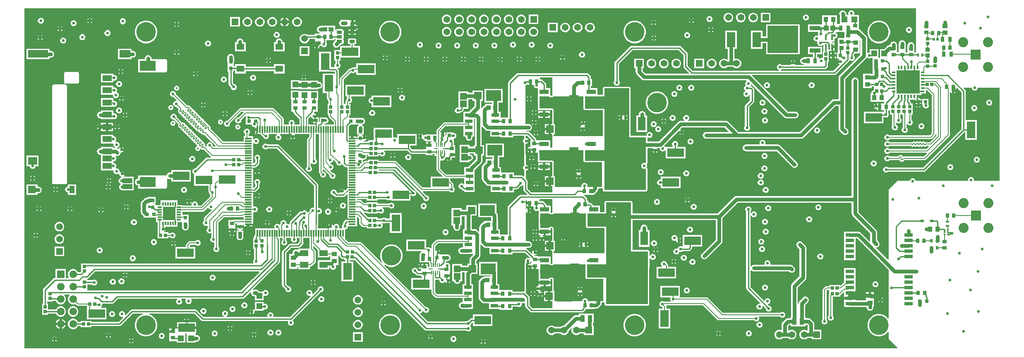
<source format=gtl>
G04*
G04 #@! TF.GenerationSoftware,Altium Limited,Altium Designer,21.2.2 (38)*
G04*
G04 Layer_Physical_Order=1*
G04 Layer_Color=255*
%FSLAX25Y25*%
%MOIN*%
G70*
G04*
G04 #@! TF.SameCoordinates,5E26766D-3DBA-4CA4-B54A-4570E1BC07D3*
G04*
G04*
G04 #@! TF.FilePolarity,Positive*
G04*
G01*
G75*
%ADD15C,0.01000*%
%ADD19R,0.07008X0.13504*%
%ADD23R,0.13504X0.07008*%
G04:AMPARAMS|DCode=29|XSize=43.31mil|YSize=23.62mil|CornerRadius=2.01mil|HoleSize=0mil|Usage=FLASHONLY|Rotation=0.000|XOffset=0mil|YOffset=0mil|HoleType=Round|Shape=RoundedRectangle|*
%AMROUNDEDRECTD29*
21,1,0.04331,0.01961,0,0,0.0*
21,1,0.03929,0.02362,0,0,0.0*
1,1,0.00402,0.01965,-0.00980*
1,1,0.00402,-0.01965,-0.00980*
1,1,0.00402,-0.01965,0.00980*
1,1,0.00402,0.01965,0.00980*
%
%ADD29ROUNDEDRECTD29*%
%ADD31R,0.04453X0.03591*%
%ADD32R,0.02756X0.02756*%
%ADD38R,0.02559X0.01378*%
%ADD42R,0.02756X0.02559*%
%ADD50R,0.05733X0.05426*%
%ADD64R,0.03740X0.05315*%
%ADD65R,0.03543X0.02953*%
%ADD66R,0.03543X0.03150*%
%ADD67R,0.01378X0.02559*%
%ADD71R,0.02648X0.02816*%
%ADD72R,0.02953X0.03543*%
%ADD74R,0.02029X0.01860*%
%ADD81R,0.06102X0.05118*%
%ADD82R,0.02756X0.02756*%
%ADD102C,0.00616*%
%ADD103R,0.04724X0.04724*%
%ADD104R,0.04724X0.04724*%
%ADD105R,0.03740X0.03150*%
%ADD106R,0.03740X0.04134*%
%ADD107R,0.03150X0.01968*%
%ADD108R,0.02559X0.02756*%
%ADD109R,0.05315X0.01378*%
%ADD110R,0.01378X0.05315*%
%ADD111R,0.03347X0.02953*%
%ADD112R,0.02953X0.03347*%
%ADD113R,0.07480X0.03740*%
%ADD114R,0.07480X0.12795*%
%ADD115R,0.03347X0.01378*%
%ADD116R,0.02362X0.03150*%
%ADD117R,0.03150X0.03740*%
%ADD118R,0.01673X0.01457*%
%ADD119R,0.07087X0.03150*%
%ADD120R,0.03150X0.03150*%
%ADD121R,0.02953X0.01181*%
%ADD122R,0.04331X0.03740*%
%ADD123R,0.07087X0.04724*%
%ADD124R,0.06004X0.02559*%
%ADD125R,0.12205X0.08661*%
%ADD126R,0.06299X0.11024*%
%ADD127R,0.05906X0.05984*%
%ADD128R,0.03543X0.03347*%
%ADD129R,0.04134X0.03543*%
%ADD130R,0.01575X0.04724*%
%ADD131R,0.08858X0.03543*%
%ADD132R,0.04331X0.04331*%
%ADD133R,0.03150X0.03937*%
%ADD134R,0.02756X0.03543*%
%ADD135R,0.00787X0.03740*%
%ADD136R,0.24803X0.21850*%
%ADD137R,0.07008X0.12402*%
%ADD138R,0.03347X0.03543*%
%ADD139R,0.03740X0.00787*%
%ADD140R,0.01181X0.02953*%
%ADD141R,0.02559X0.02953*%
%ADD142R,0.03740X0.04331*%
%ADD143R,0.03347X0.03347*%
%ADD144R,0.02913X0.03071*%
%ADD145R,0.02913X0.03622*%
%ADD146R,0.07874X0.03937*%
%ADD147R,0.04331X0.05906*%
%ADD148R,0.07362X0.06299*%
%ADD149R,0.04016X0.03307*%
%ADD150R,0.07677X0.04724*%
%ADD151R,0.10236X0.10630*%
%ADD152R,0.01378X0.03150*%
%ADD153R,0.04134X0.03740*%
%ADD154R,0.18898X0.18898*%
%ADD155R,0.08661X0.06102*%
%ADD156R,0.12598X0.08268*%
%ADD157R,0.06496X0.05906*%
%ADD158R,0.16417X0.06102*%
%ADD159C,0.03000*%
%ADD160C,0.00650*%
%ADD161C,0.00616*%
%ADD162C,0.01500*%
%ADD163R,0.05394X0.05394*%
%ADD164C,0.05394*%
%ADD165C,0.06102*%
%ADD166R,0.06102X0.06102*%
%ADD167C,0.08071*%
%ADD168R,0.08071X0.08071*%
%ADD169C,0.15748*%
%ADD170R,0.05394X0.05394*%
%ADD171C,0.02362*%
%ADD172C,0.01575*%
%ADD173C,0.01968*%
G36*
X661150Y255850D02*
X661226Y255850D01*
X661318Y255808D01*
X661646Y255584D01*
Y250913D01*
X656047D01*
Y245205D01*
Y240087D01*
X656298D01*
Y239559D01*
X655453D01*
Y234441D01*
X657387D01*
X657486Y233941D01*
X657265Y233849D01*
X656651Y233236D01*
X656547Y232984D01*
X658500D01*
Y231016D01*
X656547D01*
X656651Y230765D01*
X657265Y230151D01*
X657529Y230041D01*
X657627Y229551D01*
X652790Y224714D01*
X610253D01*
X610154Y225214D01*
X610838Y225497D01*
X611127Y225786D01*
X645500D01*
X646156Y225916D01*
X646712Y226288D01*
X647712Y227288D01*
X648084Y227844D01*
X648214Y228500D01*
Y231571D01*
X648961D01*
Y235311D01*
Y240429D01*
X649441Y240476D01*
X651028D01*
Y240657D01*
X651028D01*
Y244020D01*
X651618D01*
Y245004D01*
X653406D01*
Y247382D01*
X651506D01*
X651466Y247457D01*
X651764Y247957D01*
X653587D01*
Y250638D01*
X653970D01*
X654838Y250997D01*
X655503Y251662D01*
X655862Y252530D01*
Y253470D01*
X655503Y254338D01*
X654838Y255003D01*
X654474Y255153D01*
X654573Y255654D01*
X655406D01*
Y255654D01*
X655744Y255850D01*
X661150D01*
D02*
G37*
G36*
X719000Y239823D02*
X718957D01*
Y239214D01*
X717953D01*
Y245020D01*
X717702D01*
X717612Y245700D01*
X717342Y246352D01*
X716912Y246912D01*
X716352Y247342D01*
X715700Y247612D01*
X715000Y247704D01*
X714300Y247612D01*
X713648Y247342D01*
X713088Y246912D01*
X712658Y246352D01*
X712388Y245700D01*
X712298Y245020D01*
X712047D01*
Y239352D01*
X710953D01*
Y240197D01*
X710953Y240303D01*
Y240697D01*
X710953Y240803D01*
Y246209D01*
X710704D01*
Y246500D01*
X710612Y247200D01*
X710342Y247852D01*
X709912Y248412D01*
X709352Y248842D01*
X708700Y249112D01*
X708000Y249204D01*
X707300Y249112D01*
X706648Y248842D01*
X706088Y248412D01*
X705658Y247852D01*
X705388Y247200D01*
X705296Y246500D01*
Y246209D01*
X705047D01*
Y240803D01*
X705047Y240697D01*
Y240303D01*
X705047Y240197D01*
Y239490D01*
X703953D01*
Y245158D01*
X703704D01*
Y245500D01*
X703612Y246200D01*
X703342Y246852D01*
X702912Y247412D01*
X702352Y247842D01*
X701700Y248112D01*
X701000Y248204D01*
X700300Y248112D01*
X699648Y247842D01*
X699088Y247412D01*
X698658Y246852D01*
X698388Y246200D01*
X698296Y245500D01*
Y245204D01*
X697634D01*
X696934Y245112D01*
X696282Y244842D01*
X695722Y244412D01*
X695722Y244412D01*
X693353Y242043D01*
X690091D01*
Y235316D01*
X689697Y235059D01*
X689409D01*
X688909Y235316D01*
Y242043D01*
X681823D01*
Y239362D01*
X681030D01*
X680204Y239020D01*
X679704Y239198D01*
Y251000D01*
X679704Y251000D01*
X679612Y251700D01*
X679342Y252352D01*
X678912Y252912D01*
X673900Y257924D01*
X673340Y258354D01*
X673051Y258473D01*
Y262457D01*
X673177D01*
Y269543D01*
X669495D01*
X669161Y270043D01*
X669362Y270530D01*
Y271470D01*
X669003Y272338D01*
X668338Y273003D01*
X667470Y273362D01*
X666530D01*
X665662Y273003D01*
X664997Y272338D01*
X664638Y271470D01*
Y270530D01*
X664840Y270043D01*
X664505Y269543D01*
X663208D01*
Y269996D01*
X663116Y270696D01*
X662846Y271348D01*
X662416Y271908D01*
X662416Y271908D01*
X661912Y272412D01*
X661352Y272842D01*
X660700Y273112D01*
X660000Y273204D01*
X659300Y273112D01*
X658648Y272842D01*
X658088Y272412D01*
X657658Y271852D01*
X657388Y271200D01*
X657296Y270500D01*
X657388Y269800D01*
X657658Y269148D01*
X657800Y268963D01*
Y266862D01*
X657800Y266862D01*
X657823Y266686D01*
Y262650D01*
X657823Y262457D01*
X657450Y262150D01*
X655824D01*
X655406Y262509D01*
X655406Y262752D01*
X655406D01*
Y269248D01*
X643595D01*
Y262752D01*
X643595D01*
Y262406D01*
X643395Y261929D01*
X632319D01*
Y256024D01*
X640139D01*
X640229Y255937D01*
X640432Y255524D01*
X640138Y254812D01*
Y253873D01*
X640497Y253004D01*
X640613Y252889D01*
X640338Y252503D01*
X639470Y252862D01*
X638530D01*
X637662Y252503D01*
X636997Y251838D01*
X636638Y250970D01*
Y250030D01*
X636997Y249162D01*
X637662Y248497D01*
X638530Y248138D01*
X639373D01*
X639624Y247889D01*
X639736Y247707D01*
X639638Y247470D01*
Y246530D01*
X639997Y245662D01*
X640662Y244997D01*
X641530Y244638D01*
X642470D01*
X643338Y244997D01*
X644003Y245662D01*
X644031Y245732D01*
X644531Y245632D01*
Y240476D01*
X644051Y240429D01*
X644039D01*
Y235010D01*
X643624Y234732D01*
X643343Y234848D01*
X642404D01*
X641535Y234488D01*
X641209Y234162D01*
X640709Y234369D01*
Y235650D01*
X639643D01*
Y238071D01*
X643539D01*
Y243976D01*
X632319D01*
Y238071D01*
X636215D01*
Y235650D01*
X635303D01*
X635197Y235650D01*
X634803D01*
X634697Y235650D01*
X629291D01*
Y235204D01*
X628500D01*
X627800Y235112D01*
X627148Y234842D01*
X626588Y234412D01*
X626158Y233852D01*
X625888Y233200D01*
X625796Y232500D01*
X625888Y231800D01*
X626158Y231148D01*
X626588Y230588D01*
X627148Y230158D01*
X627800Y229888D01*
X628500Y229796D01*
X628938D01*
X628962Y229772D01*
X628939Y229508D01*
X628624Y229214D01*
X621952D01*
X621761Y229676D01*
X621849Y229765D01*
X621953Y230016D01*
X618047D01*
X618151Y229765D01*
X618239Y229676D01*
X618048Y229214D01*
X611127D01*
X610838Y229503D01*
X609970Y229862D01*
X609030D01*
X608162Y229503D01*
X607497Y228838D01*
X607138Y227970D01*
Y227030D01*
X607497Y226162D01*
X608162Y225497D01*
X608846Y225214D01*
X608747Y224714D01*
X539210D01*
X535214Y228710D01*
Y238000D01*
X535084Y238656D01*
X534712Y239212D01*
X529712Y244212D01*
X529156Y244584D01*
X528500Y244714D01*
X490000D01*
X489344Y244584D01*
X488788Y244212D01*
X476788Y232212D01*
X476416Y231656D01*
X476286Y231000D01*
Y216627D01*
X475997Y216338D01*
X475638Y215470D01*
Y214530D01*
X475997Y213662D01*
X476662Y212997D01*
X477530Y212638D01*
X478470D01*
X479338Y212997D01*
X480003Y213662D01*
X480362Y214530D01*
Y215470D01*
X480003Y216338D01*
X479714Y216627D01*
Y230290D01*
X490710Y241286D01*
X527790D01*
X531786Y237290D01*
Y228000D01*
X531916Y227344D01*
X532288Y226788D01*
X536410Y222666D01*
X536219Y222204D01*
X501120D01*
X498704Y224620D01*
Y226622D01*
X499878D01*
Y234378D01*
X492122D01*
Y226622D01*
X493296D01*
Y223500D01*
X493296Y223500D01*
X493342Y223150D01*
X493388Y222800D01*
X493658Y222148D01*
X494088Y221588D01*
X498088Y217588D01*
X498088Y217588D01*
X498648Y217158D01*
X499300Y216888D01*
X500000Y216796D01*
X582500D01*
X582627Y216424D01*
X582636Y216296D01*
X581997Y215657D01*
X581638Y214789D01*
Y213849D01*
X581926Y213153D01*
X581775Y212550D01*
X581662Y212503D01*
X580997Y211838D01*
X580638Y210970D01*
Y210030D01*
X580997Y209162D01*
X581483Y208677D01*
X581406Y208103D01*
X581162Y208003D01*
X580497Y207338D01*
X580138Y206470D01*
Y205530D01*
X580497Y204662D01*
X581162Y203997D01*
X582030Y203638D01*
X582970D01*
X583838Y203997D01*
X584503Y204662D01*
X584786Y205346D01*
X585286Y205247D01*
Y200710D01*
X581788Y197212D01*
X581416Y196656D01*
X581286Y196000D01*
Y180127D01*
X580997Y179838D01*
X580638Y178970D01*
Y178030D01*
X580997Y177162D01*
X581662Y176497D01*
X582530Y176138D01*
X583470D01*
X584338Y176497D01*
X585003Y177162D01*
X585362Y178030D01*
Y178970D01*
X585003Y179838D01*
X584714Y180127D01*
Y195290D01*
X588212Y198788D01*
X588584Y199344D01*
X588714Y200000D01*
Y209500D01*
X588584Y210156D01*
X588212Y210712D01*
X587212Y211712D01*
X586656Y212084D01*
X586000Y212214D01*
X585943D01*
X585736Y212714D01*
X586003Y212981D01*
X586157Y213354D01*
X586648Y213452D01*
X612933Y187167D01*
X612933Y187167D01*
X613493Y186737D01*
X614145Y186467D01*
X614845Y186375D01*
X614845Y186375D01*
X621809D01*
X622509Y186467D01*
X623162Y186737D01*
X623722Y187167D01*
X624152Y187727D01*
X624422Y188379D01*
X624514Y189079D01*
X624422Y189779D01*
X624152Y190431D01*
X623722Y190991D01*
X623162Y191421D01*
X622509Y191691D01*
X621809Y191783D01*
X615965D01*
X586924Y220824D01*
X587115Y221286D01*
X653500D01*
X654156Y221416D01*
X654712Y221788D01*
X665212Y232288D01*
X665584Y232844D01*
X665601Y232934D01*
X666080Y233079D01*
X666162Y232997D01*
X667030Y232638D01*
X667970D01*
X668838Y232997D01*
X669503Y233662D01*
X669862Y234530D01*
Y235470D01*
X669503Y236338D01*
X669214Y236627D01*
Y237936D01*
X669971Y238693D01*
X673748D01*
Y244402D01*
Y249171D01*
X674248Y249438D01*
X674296Y249406D01*
Y237620D01*
X657588Y220912D01*
X657158Y220352D01*
X656888Y219700D01*
X656842Y219350D01*
X656796Y219000D01*
X656796Y219000D01*
Y201704D01*
X653000D01*
X653000Y201704D01*
X652300Y201612D01*
X651648Y201342D01*
X651088Y200912D01*
X625380Y175204D01*
X576120D01*
X567912Y183412D01*
X567352Y183842D01*
X566700Y184112D01*
X566350Y184158D01*
X566000Y184204D01*
X566000Y184204D01*
X535752D01*
X535545Y184704D01*
X536003Y185162D01*
X536362Y186030D01*
Y186970D01*
X536003Y187838D01*
X535338Y188503D01*
X534470Y188862D01*
X533530D01*
X532662Y188503D01*
X531997Y187838D01*
X531638Y186970D01*
Y186030D01*
X531997Y185162D01*
X532455Y184704D01*
X532248Y184204D01*
X529500D01*
X528800Y184112D01*
X528148Y183842D01*
X527588Y183412D01*
X527588Y183412D01*
X511915Y167740D01*
X502704D01*
Y170748D01*
X502989Y170903D01*
X503204Y170980D01*
X504030Y170638D01*
X504970D01*
X505838Y170997D01*
X506503Y171662D01*
X506862Y172530D01*
Y173470D01*
X506503Y174338D01*
X505838Y175003D01*
X504970Y175362D01*
X504030D01*
X503162Y175003D01*
X502497Y174338D01*
X502138Y173470D01*
Y172550D01*
X502118Y172511D01*
X501752Y172154D01*
X501500Y172204D01*
X489204Y172204D01*
X489204Y210500D01*
X489113Y210961D01*
X488851Y211351D01*
X488461Y211613D01*
X488000Y211704D01*
X468000Y211704D01*
X467539Y211613D01*
X467148Y211351D01*
X466887Y210961D01*
X466796Y210500D01*
Y205204D01*
X462413D01*
Y210606D01*
X457273D01*
Y212146D01*
X458216D01*
Y217854D01*
X457273D01*
Y219355D01*
X457143Y220011D01*
X456771Y220567D01*
X455126Y222212D01*
X454570Y222584D01*
X453914Y222714D01*
X398500D01*
X397844Y222584D01*
X397288Y222212D01*
X391044Y215968D01*
X390672Y215412D01*
X390542Y214756D01*
Y186953D01*
X389697D01*
Y186953D01*
X389303D01*
Y186953D01*
X384360D01*
Y191461D01*
X382822D01*
Y192047D01*
X382913D01*
Y197953D01*
X382763D01*
Y198988D01*
X386047D01*
Y210012D01*
X371480D01*
Y198988D01*
X377355D01*
Y197953D01*
X372087D01*
Y197145D01*
X371905Y197070D01*
X371345Y196641D01*
X371345Y196641D01*
X369588Y194883D01*
X369219Y194402D01*
X368890Y194468D01*
X368734Y194553D01*
X368791Y194982D01*
Y200327D01*
X370220D01*
Y208673D01*
X361953D01*
Y206958D01*
X358548D01*
Y207902D01*
X350452D01*
Y200114D01*
Y194862D01*
X349530D01*
X348662Y194503D01*
X347997Y193838D01*
X347638Y192970D01*
Y192030D01*
X347997Y191162D01*
X348662Y190497D01*
X349530Y190138D01*
X350470D01*
X351338Y190497D01*
X351887Y191047D01*
X352261D01*
X352917Y191177D01*
X353473Y191549D01*
X354212Y192288D01*
X354584Y192844D01*
X354714Y193500D01*
Y194098D01*
X358548D01*
Y200114D01*
Y201550D01*
X361953D01*
Y200327D01*
X363382D01*
Y196102D01*
X358984Y191704D01*
X358823D01*
X358823Y191704D01*
X358473Y191658D01*
X358123Y191612D01*
X357757Y191461D01*
X354640D01*
Y186961D01*
X354640Y186539D01*
X354640D01*
Y186461D01*
X354640D01*
Y183018D01*
X339500D01*
X338919Y182903D01*
X338427Y182573D01*
X333352Y177499D01*
X333023Y177006D01*
X332907Y176425D01*
Y173354D01*
X323783D01*
Y172862D01*
X323530D01*
X322662Y172503D01*
X322643Y172484D01*
X322095Y172643D01*
X321849Y173235D01*
X321235Y173849D01*
X320984Y173953D01*
Y172000D01*
Y170047D01*
X321138Y170110D01*
X321277Y170088D01*
X321507Y170002D01*
X321692Y169900D01*
X321997Y169162D01*
X322662Y168497D01*
X323530Y168138D01*
X323783D01*
Y167646D01*
X328937D01*
X329002Y167535D01*
X328716Y167035D01*
X327984D01*
Y164559D01*
X327000D01*
Y163575D01*
X324327D01*
Y162098D01*
X324146D01*
Y161155D01*
X313269D01*
X311714Y162710D01*
Y164315D01*
X316933D01*
Y173685D01*
X301067D01*
Y170481D01*
X300567Y170274D01*
X300338Y170503D01*
X299470Y170862D01*
X298530D01*
X298349Y170787D01*
X297933Y171065D01*
Y178685D01*
X282067D01*
Y169315D01*
X282286D01*
Y168461D01*
X277701D01*
Y167714D01*
X274375D01*
X274297Y167853D01*
X274269Y168062D01*
X274504Y168319D01*
X274934D01*
X275735Y168651D01*
X276349Y169264D01*
X276453Y169516D01*
X274500D01*
Y170500D01*
X273516D01*
Y172622D01*
X272607D01*
X272424Y173122D01*
X272513Y173197D01*
X274059D01*
Y174928D01*
X274112Y175056D01*
X274204Y175756D01*
Y178500D01*
X274112Y179200D01*
X273842Y179852D01*
X273412Y180412D01*
X272857Y180838D01*
X272854Y180858D01*
X272927Y181352D01*
X273200Y181388D01*
X273852Y181658D01*
X274412Y182088D01*
X274842Y182648D01*
X275112Y183300D01*
X275204Y184000D01*
X275112Y184700D01*
X274842Y185352D01*
X274412Y185912D01*
X273852Y186342D01*
X273200Y186612D01*
X272500Y186704D01*
X269256D01*
X268556Y186612D01*
X268428Y186559D01*
X266803D01*
X266697Y186559D01*
X266303D01*
X266197Y186559D01*
X262355D01*
X262162Y187059D01*
X262403Y187419D01*
X262518Y188000D01*
Y189071D01*
X263461D01*
Y192811D01*
Y197929D01*
X262518D01*
Y198638D01*
X262970D01*
X263838Y198997D01*
X264503Y199662D01*
X264862Y200530D01*
Y201470D01*
X264503Y202338D01*
X264018Y202823D01*
Y203815D01*
X275433D01*
Y213185D01*
X259567D01*
Y203815D01*
X260982D01*
Y202823D01*
X260497Y202338D01*
X260138Y201470D01*
Y200785D01*
X259927Y200573D01*
X259597Y200081D01*
X259482Y199500D01*
Y197929D01*
X258018D01*
Y217371D01*
X263879Y223231D01*
X264137Y222973D01*
X265005Y222613D01*
X265945D01*
X266813Y222973D01*
X267478Y223637D01*
X267567Y223852D01*
X268067Y223753D01*
Y221315D01*
X283933D01*
Y230685D01*
X268067D01*
Y227518D01*
X266973D01*
X266392Y227402D01*
X266161Y227248D01*
X265945Y227337D01*
X265005D01*
X264137Y226978D01*
X263548Y226388D01*
X263371D01*
X262790Y226273D01*
X262297Y225944D01*
X255427Y219073D01*
X255098Y218580D01*
X254982Y218000D01*
Y213145D01*
X254617Y212978D01*
X254492Y212962D01*
X254214Y213242D01*
Y224500D01*
X254084Y225156D01*
X253712Y225712D01*
X253248Y226176D01*
X253439Y226638D01*
X253470D01*
X254338Y226997D01*
X255003Y227662D01*
X255362Y228530D01*
Y229470D01*
X255003Y230338D01*
X254518Y230823D01*
Y232571D01*
X255461D01*
Y235315D01*
X271185D01*
Y244685D01*
X266388D01*
Y245871D01*
X266835D01*
X267374Y245978D01*
X267831Y246283D01*
X268136Y246740D01*
X268244Y247280D01*
Y249240D01*
X268136Y249779D01*
X267831Y250236D01*
X267374Y250542D01*
X266835Y250649D01*
X262906D01*
X262366Y250542D01*
X261909Y250236D01*
X261604Y249779D01*
X261497Y249240D01*
Y247280D01*
X261604Y246740D01*
X261909Y246283D01*
X262366Y245978D01*
X262906Y245871D01*
X263352D01*
Y244685D01*
X255319D01*
Y241429D01*
X250539D01*
Y236311D01*
Y232571D01*
X251482D01*
Y230823D01*
X250997Y230338D01*
X250638Y229470D01*
Y228530D01*
X250873Y227962D01*
X250544Y227462D01*
X247685D01*
Y239933D01*
X238315D01*
Y224067D01*
X245838D01*
X246004Y224034D01*
X250542D01*
X250786Y223790D01*
Y222891D01*
X250685Y222433D01*
X241315D01*
Y206567D01*
X244482D01*
Y203000D01*
X244598Y202419D01*
X244927Y201927D01*
X245138Y201715D01*
Y201030D01*
X245497Y200162D01*
X245982Y199677D01*
Y197929D01*
X245039D01*
Y192811D01*
Y189071D01*
X245982D01*
Y188000D01*
X246097Y187419D01*
X246427Y186927D01*
X250025Y183328D01*
Y181169D01*
X242469D01*
X242189Y181659D01*
X242344Y181941D01*
X243815D01*
Y182138D01*
X243970D01*
X244838Y182497D01*
X245503Y183162D01*
X245862Y184030D01*
Y184970D01*
X245503Y185838D01*
X244838Y186503D01*
X243970Y186862D01*
X243815D01*
Y187059D01*
X238697D01*
Y183540D01*
X238641Y183455D01*
X238622Y183446D01*
X238122Y183763D01*
Y186878D01*
X236346D01*
X236254Y187016D01*
X234000D01*
Y188984D01*
X235953D01*
X235849Y189235D01*
X235236Y189849D01*
X234434Y190181D01*
X234285D01*
X234018Y190681D01*
X234213Y190974D01*
X234344Y191630D01*
Y191783D01*
X237051D01*
Y196705D01*
Y201323D01*
X237543D01*
Y208409D01*
X230457D01*
Y208410D01*
X230043D01*
Y208409D01*
X222957D01*
X222543Y208618D01*
Y208776D01*
X215457D01*
Y201689D01*
X215949D01*
Y196705D01*
Y191783D01*
X217286D01*
Y191500D01*
X217416Y190844D01*
X217788Y190288D01*
X222466Y185610D01*
Y181169D01*
X218618D01*
X218284Y181669D01*
X218484Y182152D01*
Y183092D01*
X218124Y183960D01*
X217460Y184624D01*
X216592Y184984D01*
X215652D01*
X214784Y184624D01*
X214119Y183960D01*
X213760Y183092D01*
Y182152D01*
X213960Y181669D01*
X213625Y181169D01*
X209754D01*
Y185764D01*
X209639Y186345D01*
X209310Y186837D01*
X202073Y194073D01*
X201581Y194403D01*
X201000Y194518D01*
X175000D01*
X174419Y194403D01*
X173927Y194073D01*
X164215Y184362D01*
X163530D01*
X162662Y184003D01*
X161997Y183338D01*
X161638Y182470D01*
Y181530D01*
X161997Y180662D01*
X162662Y179997D01*
X163530Y179638D01*
X164470D01*
X165338Y179997D01*
X166003Y180662D01*
X166362Y181530D01*
Y182215D01*
X175629Y191482D01*
X177182D01*
X177373Y191020D01*
X173215Y186862D01*
X172530D01*
X171662Y186503D01*
X170997Y185838D01*
X170638Y184970D01*
Y184030D01*
X170997Y183162D01*
X171662Y182497D01*
X172530Y182138D01*
X173470D01*
X174338Y182497D01*
X175003Y183162D01*
X175362Y184030D01*
Y184715D01*
X178936Y188289D01*
X179360Y188006D01*
X179138Y187470D01*
Y186530D01*
X179185Y186416D01*
Y181441D01*
X183819D01*
Y181066D01*
X184151Y180264D01*
X184765Y179651D01*
X185566Y179319D01*
X186434D01*
X186446Y179324D01*
X186862Y179046D01*
Y178315D01*
X188551D01*
Y177331D01*
X188649D01*
Y173673D01*
X188650D01*
Y173492D01*
X191270D01*
X191574Y173037D01*
X193178Y171433D01*
X193497Y170662D01*
X194162Y169997D01*
X195030Y169638D01*
X195970D01*
X196838Y169997D01*
X197503Y170662D01*
X197862Y171530D01*
Y172470D01*
X197646Y172992D01*
X197980Y173492D01*
X204037D01*
X204150Y173050D01*
X204152Y172992D01*
X203497Y172338D01*
X203138Y171470D01*
Y170530D01*
X203497Y169662D01*
X204162Y168997D01*
X205030Y168638D01*
X205970D01*
X206838Y168997D01*
X207503Y169662D01*
X207862Y170530D01*
Y171470D01*
X207503Y172338D01*
X206849Y172992D01*
X206850Y173050D01*
X206963Y173492D01*
X214043D01*
Y173492D01*
X214240D01*
Y173492D01*
X215200D01*
X215408Y172992D01*
X215151Y172736D01*
X215047Y172484D01*
X218953D01*
X218849Y172736D01*
X218592Y172992D01*
X218799Y173492D01*
X230340D01*
Y171487D01*
X228927Y170073D01*
X228597Y169581D01*
X228482Y169000D01*
Y147323D01*
X227997Y146838D01*
X227638Y145970D01*
Y145030D01*
X227997Y144162D01*
X228662Y143497D01*
X229530Y143138D01*
X230470D01*
X231338Y143497D01*
X232003Y144162D01*
X232362Y145030D01*
Y145970D01*
X232003Y146838D01*
X231518Y147323D01*
Y150013D01*
X231911Y150135D01*
X232018Y150141D01*
X232662Y149497D01*
X233530Y149138D01*
X234470D01*
X235338Y149497D01*
X236003Y150162D01*
X236362Y151030D01*
Y151970D01*
X236003Y152838D01*
X235431Y153409D01*
Y173401D01*
X235894Y173492D01*
X235894Y173492D01*
X235894Y173492D01*
X238214D01*
Y142768D01*
X238330Y142187D01*
X238659Y141694D01*
X239138Y141215D01*
Y140530D01*
X239497Y139662D01*
X240162Y138997D01*
X241030Y138638D01*
X241970D01*
X242838Y138997D01*
X243503Y139662D01*
X243862Y140530D01*
Y141470D01*
X243503Y142338D01*
X242838Y143003D01*
X241970Y143362D01*
X241285D01*
X241250Y143396D01*
Y144949D01*
X241712Y145141D01*
X246638Y140215D01*
Y139530D01*
X246997Y138662D01*
X247662Y137997D01*
X248530Y137638D01*
X249470D01*
X250338Y137997D01*
X251003Y138662D01*
X251362Y139530D01*
Y140470D01*
X251003Y141338D01*
X250338Y142003D01*
X249470Y142362D01*
X248785D01*
X246994Y144153D01*
X247216Y144638D01*
X247970D01*
X248838Y144997D01*
X249503Y145662D01*
X249862Y146530D01*
Y147470D01*
X249503Y148338D01*
X248838Y149003D01*
X247970Y149362D01*
X247387D01*
X247146Y149667D01*
X247355Y150138D01*
X247470D01*
X248338Y150497D01*
X249003Y151162D01*
X249362Y152030D01*
Y152784D01*
X249847Y153006D01*
X252138Y150715D01*
Y150030D01*
X252497Y149162D01*
X253162Y148497D01*
X254030Y148138D01*
X254970D01*
X255838Y148497D01*
X256492Y149151D01*
X256521Y149162D01*
X257043Y149160D01*
X257298Y148778D01*
X258788Y147288D01*
X259344Y146916D01*
X260000Y146786D01*
X260492Y146884D01*
X260905Y146638D01*
X260992Y146540D01*
Y142488D01*
Y138551D01*
Y134614D01*
Y130677D01*
X260992D01*
Y130480D01*
X260992D01*
Y129730D01*
X260646Y129499D01*
X260005Y128858D01*
X260005Y128858D01*
X259470Y128323D01*
X258980Y128421D01*
X258849Y128735D01*
X258236Y129349D01*
X257984Y129453D01*
Y127500D01*
X257000D01*
Y126516D01*
X254832D01*
X254631Y126214D01*
X252710D01*
X252362Y126562D01*
Y126970D01*
X252003Y127838D01*
X251338Y128503D01*
X250470Y128862D01*
X249530D01*
X248662Y128503D01*
X247997Y127838D01*
X247638Y126970D01*
Y126030D01*
X247997Y125162D01*
X248662Y124497D01*
X249530Y124138D01*
X249938D01*
X250788Y123288D01*
X251344Y122916D01*
X252000Y122786D01*
X257794D01*
X258450Y122916D01*
X259006Y123288D01*
X259377Y123844D01*
X259400Y123960D01*
X260530Y125090D01*
X260992Y124898D01*
Y120835D01*
Y116898D01*
Y112961D01*
Y109024D01*
Y105126D01*
X260905Y104818D01*
X260724Y104669D01*
X260500Y104714D01*
X259844Y104584D01*
X259288Y104212D01*
X258064Y102988D01*
X257692Y102431D01*
X257562Y101776D01*
Y101027D01*
X257012Y100478D01*
X256653Y99610D01*
Y98670D01*
X256927Y98008D01*
X256653Y97508D01*
X254480D01*
X254146Y98008D01*
X254362Y98530D01*
Y99470D01*
X254003Y100338D01*
X253338Y101003D01*
X252470Y101362D01*
X251530D01*
X250662Y101003D01*
X249997Y100338D01*
X249902Y100108D01*
X249402D01*
X249349Y100235D01*
X248735Y100849D01*
X248484Y100953D01*
Y99000D01*
X247500D01*
Y98016D01*
X245547D01*
X245552Y98002D01*
X245254Y97508D01*
X237313D01*
Y99988D01*
X237379Y100086D01*
X237509Y100742D01*
X237475Y100916D01*
Y109101D01*
X237530Y109138D01*
X238470D01*
X239338Y109497D01*
X240003Y110162D01*
X240362Y111030D01*
Y111970D01*
X240003Y112838D01*
X239338Y113503D01*
X238470Y113862D01*
X237530D01*
X237475Y113899D01*
Y132739D01*
X237344Y133395D01*
X236973Y133951D01*
X206212Y164712D01*
X205656Y165084D01*
X205000Y165214D01*
X196627D01*
X196338Y165503D01*
X195470Y165862D01*
X194530D01*
X193662Y165503D01*
X192997Y164838D01*
X192638Y163970D01*
Y163030D01*
X192997Y162162D01*
X193662Y161497D01*
X194530Y161138D01*
X195470D01*
X196338Y161497D01*
X196627Y161786D01*
X204290D01*
X234047Y132029D01*
Y114606D01*
X233631Y114329D01*
X233549Y114362D01*
X232610D01*
X231741Y114003D01*
X231077Y113338D01*
X230717Y112470D01*
Y111785D01*
X229359Y110426D01*
X228769Y110544D01*
X228541Y111094D01*
X227877Y111758D01*
X227009Y112118D01*
X226069D01*
X225201Y111758D01*
X224806Y111363D01*
X223858D01*
X223202Y111233D01*
X222646Y110861D01*
X214898Y103114D01*
X214527Y102558D01*
X214396Y101902D01*
X214527Y101246D01*
X214440Y101108D01*
X213838Y101003D01*
X212970Y101362D01*
X212324D01*
X211985Y101485D01*
X211862Y101824D01*
Y102470D01*
X211503Y103338D01*
X210838Y104003D01*
X209970Y104362D01*
X209030D01*
X208162Y104003D01*
X207497Y103338D01*
X207138Y102470D01*
Y101530D01*
X207195Y101393D01*
X207163Y101361D01*
X206834Y100869D01*
X206808Y100740D01*
X206265Y100575D01*
X205838Y101003D01*
X204970Y101362D01*
X204030D01*
X203162Y101003D01*
X202497Y100338D01*
X202138Y99470D01*
Y98530D01*
X202354Y98008D01*
X202020Y97508D01*
X186681D01*
Y92124D01*
X186288Y91862D01*
X185916Y91306D01*
X185786Y90650D01*
Y89929D01*
X185039D01*
Y84811D01*
Y81071D01*
X185786D01*
Y72627D01*
X185497Y72338D01*
X185138Y71470D01*
Y70530D01*
X185476Y69714D01*
X185292Y69214D01*
X51461D01*
Y69429D01*
X46539D01*
Y64311D01*
Y62995D01*
X45892Y62348D01*
X43942D01*
X43431Y63232D01*
X42643Y64021D01*
X41678Y64578D01*
X40601Y64866D01*
X39487D01*
X38411Y64578D01*
X37446Y64021D01*
X36658Y63232D01*
X36100Y62267D01*
X35812Y61191D01*
Y60077D01*
X36100Y59000D01*
X36554Y58214D01*
X36317Y57714D01*
X34277D01*
Y64866D01*
X25812D01*
Y57714D01*
X25500D01*
X24844Y57584D01*
X24288Y57212D01*
X16288Y49212D01*
X15916Y48656D01*
X15786Y48000D01*
Y36929D01*
X15039D01*
Y31811D01*
Y28071D01*
X19961D01*
Y28918D01*
X26148D01*
X26658Y28035D01*
X27446Y27247D01*
X28411Y26690D01*
X29487Y26402D01*
X30601D01*
X31678Y26690D01*
X32643Y27247D01*
X33431Y28035D01*
X33988Y29000D01*
X34277Y30077D01*
Y31191D01*
X33988Y32267D01*
X33431Y33233D01*
X32643Y34021D01*
X31678Y34578D01*
X30601Y34866D01*
X29487D01*
X28411Y34578D01*
X27446Y34021D01*
X26658Y33233D01*
X26146Y32346D01*
X19961D01*
Y36929D01*
X19214D01*
Y38571D01*
X23961D01*
Y39168D01*
X26055D01*
X26100Y39000D01*
X26658Y38035D01*
X27446Y37247D01*
X28411Y36690D01*
X29487Y36402D01*
X30601D01*
X31678Y36690D01*
X32643Y37247D01*
X33431Y38035D01*
X33988Y39000D01*
X34277Y40077D01*
Y41191D01*
X33988Y42268D01*
X33431Y43233D01*
X32877Y43786D01*
X33085Y44286D01*
X37004D01*
X37211Y43786D01*
X36658Y43233D01*
X36100Y42268D01*
X35812Y41191D01*
Y40077D01*
X36100Y39000D01*
X36658Y38035D01*
X37446Y37247D01*
X38411Y36690D01*
X39487Y36402D01*
X40601D01*
X41678Y36690D01*
X41781Y36750D01*
X42947Y35584D01*
X43440Y35255D01*
X44021Y35139D01*
X51071D01*
Y34039D01*
X51071D01*
X51067Y33685D01*
X51067D01*
X51067Y33541D01*
Y24315D01*
X66933D01*
Y33685D01*
X62733D01*
X62526Y34185D01*
X63003Y34662D01*
X63362Y35530D01*
Y36470D01*
X63573Y36786D01*
X71500D01*
X72156Y36916D01*
X72712Y37288D01*
X76210Y40786D01*
X123738D01*
X123945Y40286D01*
X123497Y39838D01*
X123138Y38970D01*
Y38030D01*
X123497Y37162D01*
X124162Y36497D01*
X125030Y36138D01*
X125970D01*
X126838Y36497D01*
X127503Y37162D01*
X127862Y38030D01*
Y38970D01*
X127503Y39838D01*
X127055Y40286D01*
X127262Y40786D01*
X130792D01*
X130976Y40286D01*
X130638Y39470D01*
Y38530D01*
X130997Y37662D01*
X131662Y36997D01*
X132530Y36638D01*
X133470D01*
X134338Y36997D01*
X135003Y37662D01*
X135362Y38530D01*
Y39470D01*
X135024Y40286D01*
X135208Y40786D01*
X176500D01*
X177156Y40916D01*
X177712Y41288D01*
X183004Y46580D01*
X183428Y46297D01*
X183388Y46200D01*
X183296Y45500D01*
X183388Y44800D01*
X183658Y44148D01*
X184088Y43588D01*
X184648Y43158D01*
X185300Y42888D01*
X186000Y42796D01*
X186457D01*
Y39591D01*
X193543D01*
Y43005D01*
X194043Y43339D01*
X194530Y43138D01*
X195470D01*
X196338Y43497D01*
X197003Y44162D01*
X197362Y45030D01*
Y45970D01*
X197003Y46838D01*
X196338Y47503D01*
X195470Y47862D01*
X194530D01*
X193662Y47503D01*
X192997Y46838D01*
X192931Y46677D01*
X190281D01*
X189546Y47412D01*
X188986Y47842D01*
X188334Y48112D01*
X187984Y48158D01*
X187634Y48204D01*
X187634Y48204D01*
X186000D01*
X185300Y48112D01*
X185203Y48072D01*
X184920Y48496D01*
X206212Y69788D01*
X206584Y70344D01*
X206714Y71000D01*
Y88811D01*
X206611Y89331D01*
X206896Y89831D01*
X208658D01*
Y87999D01*
X208145Y87485D01*
X207785Y86617D01*
Y85677D01*
X208145Y84809D01*
X208809Y84145D01*
X209677Y83785D01*
X210617D01*
X211485Y84145D01*
X212150Y84809D01*
X212509Y85677D01*
Y86617D01*
X212150Y87485D01*
X211694Y87941D01*
Y89831D01*
X215544D01*
X215822Y89415D01*
X215638Y88970D01*
Y88030D01*
X215997Y87162D01*
X216662Y86497D01*
X217530Y86138D01*
X218470D01*
X219338Y86497D01*
X220003Y87162D01*
X220362Y88030D01*
Y88970D01*
X220213Y89331D01*
X220547Y89831D01*
X222466D01*
Y86890D01*
X220790Y85214D01*
X215000D01*
X214344Y85084D01*
X213788Y84712D01*
X208788Y79712D01*
X208416Y79156D01*
X208286Y78500D01*
Y52000D01*
X208416Y51344D01*
X208788Y50788D01*
X211138Y48438D01*
Y48030D01*
X211497Y47162D01*
X212162Y46497D01*
X213030Y46138D01*
X213970D01*
X214838Y46497D01*
X215503Y47162D01*
X215862Y48030D01*
Y48970D01*
X215503Y49838D01*
X214838Y50503D01*
X213970Y50862D01*
X213562D01*
X211714Y52710D01*
Y77790D01*
X215710Y81786D01*
X221500D01*
X222156Y81916D01*
X222712Y82288D01*
X225196Y84772D01*
X225568Y85328D01*
X225698Y85984D01*
X225568Y86640D01*
X225502Y86738D01*
Y89831D01*
X230482D01*
Y81268D01*
X221402D01*
Y80486D01*
X220953Y80264D01*
X220852Y80342D01*
X220200Y80612D01*
X219500Y80704D01*
X218800Y80612D01*
X218148Y80342D01*
X217588Y79912D01*
X217158Y79352D01*
X216888Y78700D01*
X216796Y78000D01*
X216874Y77406D01*
X216695Y77099D01*
X216510Y76906D01*
X214154D01*
Y70803D01*
Y65095D01*
X220847D01*
Y66758D01*
X221402D01*
Y64732D01*
X230850D01*
Y66758D01*
X231276D01*
X231856Y66873D01*
X232349Y67202D01*
X235073Y69927D01*
X235402Y70419D01*
X235518Y71000D01*
Y79000D01*
X235402Y79581D01*
X235073Y80073D01*
X233518Y81629D01*
Y83280D01*
X233980Y83472D01*
X237150Y80302D01*
Y74181D01*
X246598D01*
Y75336D01*
X247153D01*
Y71842D01*
X242736D01*
X242736Y71842D01*
X242560Y71819D01*
X237150D01*
Y64732D01*
X246598D01*
Y66434D01*
X247138D01*
Y66030D01*
X247497Y65162D01*
X248162Y64497D01*
X249030Y64138D01*
X249970D01*
X250838Y64497D01*
X251503Y65162D01*
X251862Y66030D01*
Y66970D01*
X251604Y67594D01*
X251900Y68094D01*
X253847D01*
Y73803D01*
Y75647D01*
X254346Y75696D01*
X254416Y75344D01*
X254788Y74788D01*
X256288Y73288D01*
X256844Y72916D01*
X257500Y72786D01*
X258571D01*
Y72039D01*
X259416D01*
Y70933D01*
X256315D01*
Y55067D01*
X265685D01*
Y70933D01*
X262844D01*
Y72039D01*
X267037D01*
X323288Y15788D01*
X323844Y15416D01*
X324500Y15286D01*
X356873D01*
X357162Y14997D01*
X358030Y14638D01*
X358970D01*
X359838Y14997D01*
X360503Y15662D01*
X360862Y16530D01*
Y17470D01*
X360503Y18338D01*
X359841Y19000D01*
X360503Y19662D01*
X360862Y20530D01*
Y20938D01*
X361567Y21643D01*
X362067Y21441D01*
Y18815D01*
X377933D01*
Y28185D01*
X362067D01*
Y25214D01*
X361000D01*
X360344Y25084D01*
X359788Y24712D01*
X358438Y23362D01*
X358030D01*
X357162Y23003D01*
X356873Y22714D01*
X325710D01*
X319748Y28676D01*
X319939Y29138D01*
X319970D01*
X320838Y29497D01*
X321503Y30162D01*
X321833Y30959D01*
X322082Y31021D01*
X322354Y31009D01*
X322497Y30662D01*
X323162Y29997D01*
X324030Y29638D01*
X324970D01*
X325838Y29997D01*
X326503Y30662D01*
X326862Y31530D01*
Y32470D01*
X326503Y33338D01*
X325838Y34003D01*
X324970Y34362D01*
X324285D01*
X290891Y67756D01*
X291209Y68145D01*
X292211Y67475D01*
X293859Y66793D01*
X295608Y66445D01*
X297392D01*
X299141Y66793D01*
X300789Y67475D01*
X302272Y68466D01*
X303534Y69728D01*
X304524Y71211D01*
X305207Y72859D01*
X305555Y74608D01*
Y76392D01*
X305207Y78141D01*
X304524Y79789D01*
X303534Y81272D01*
X302272Y82534D01*
X300789Y83525D01*
X299141Y84207D01*
X297392Y84555D01*
X295608D01*
X293859Y84207D01*
X292211Y83525D01*
X290728Y82534D01*
X289466Y81272D01*
X288475Y79789D01*
X287793Y78141D01*
X287445Y76392D01*
Y74608D01*
X287793Y72859D01*
X288475Y71211D01*
X289145Y70209D01*
X288756Y69891D01*
X272573Y86073D01*
X272081Y86402D01*
X271500Y86518D01*
X261852D01*
X259001Y89369D01*
X259192Y89831D01*
X259319D01*
Y96778D01*
X259485D01*
X260353Y97137D01*
X261018Y97802D01*
X261377Y98670D01*
Y99181D01*
X268669D01*
Y101150D01*
Y104890D01*
X268669D01*
Y105087D01*
X268669D01*
Y106790D01*
X269169Y106997D01*
X270482Y105684D01*
Y102000D01*
X270598Y101419D01*
X270927Y100927D01*
X272927Y98927D01*
X273419Y98598D01*
X274000Y98482D01*
X276701D01*
Y97539D01*
X285559D01*
Y97539D01*
X286059Y97833D01*
X286530Y97638D01*
X287470D01*
X288338Y97997D01*
X289003Y98662D01*
X289362Y99530D01*
Y100470D01*
X289003Y101338D01*
X288914Y101427D01*
X289071Y101977D01*
X289162Y101997D01*
X290030Y101638D01*
X290970D01*
X291838Y101997D01*
X291879Y102038D01*
X295315D01*
Y94067D01*
X304685D01*
Y109933D01*
X295315D01*
Y105466D01*
X292375D01*
X291838Y106003D01*
X290970Y106362D01*
X290030D01*
X289162Y106003D01*
X288873Y105714D01*
X285429D01*
Y106461D01*
X278516D01*
X278350Y106494D01*
X277930D01*
X274638Y109786D01*
X274845Y110286D01*
X276571D01*
Y109539D01*
X285429D01*
Y110286D01*
X286373D01*
X286662Y109997D01*
X287530Y109638D01*
X288470D01*
X289338Y109997D01*
X290003Y110662D01*
X290362Y111530D01*
Y112470D01*
X290003Y113338D01*
X289359Y113982D01*
X289365Y114089D01*
X289487Y114482D01*
X294677D01*
X295162Y113997D01*
X296030Y113638D01*
X296970D01*
X297838Y113997D01*
X298503Y114662D01*
X298862Y115530D01*
Y116470D01*
X298503Y117338D01*
X297838Y118003D01*
X296970Y118362D01*
X296030D01*
X295162Y118003D01*
X294677Y117518D01*
X285429D01*
Y118461D01*
X276571D01*
Y118018D01*
X274629D01*
X272573Y120073D01*
X272081Y120403D01*
X271500Y120518D01*
X268669D01*
Y121187D01*
X276571D01*
Y120039D01*
X285429D01*
Y120786D01*
X292373D01*
X292662Y120497D01*
X293530Y120138D01*
X294470D01*
X295338Y120497D01*
X295567Y120726D01*
X296067Y120519D01*
Y119815D01*
X311933D01*
Y124142D01*
X312433Y124226D01*
X312662Y123997D01*
X313530Y123638D01*
X314470D01*
X315338Y123997D01*
X316003Y124662D01*
X316362Y125530D01*
Y126470D01*
X316003Y127338D01*
X315338Y128003D01*
X314470Y128362D01*
X314062D01*
X298712Y143712D01*
X298156Y144084D01*
X297500Y144214D01*
X286059D01*
Y144786D01*
X299290D01*
X322138Y121938D01*
Y121530D01*
X322497Y120662D01*
X323162Y119997D01*
X324030Y119638D01*
X324970D01*
X325838Y119997D01*
X326503Y120662D01*
X326862Y121530D01*
Y122470D01*
X326503Y123338D01*
X325838Y124003D01*
X324970Y124362D01*
X324562D01*
X321904Y127020D01*
X322095Y127482D01*
X343177D01*
X343662Y126997D01*
X344530Y126638D01*
X345470D01*
X346338Y126997D01*
X347003Y127662D01*
X347362Y128530D01*
Y129470D01*
X347003Y130338D01*
X346518Y130823D01*
Y133000D01*
X346403Y133581D01*
X346073Y134073D01*
X344573Y135573D01*
X344081Y135903D01*
X343933Y135932D01*
Y137982D01*
X355140D01*
Y137039D01*
X355140D01*
Y136961D01*
X355140D01*
Y133408D01*
X354640Y133201D01*
X354338Y133503D01*
X353470Y133862D01*
X352530D01*
X351662Y133503D01*
X350997Y132838D01*
X350638Y131970D01*
Y131030D01*
X350997Y130162D01*
X351662Y129497D01*
X352530Y129138D01*
X352938D01*
X353788Y128288D01*
X354344Y127916D01*
X355000Y127786D01*
X355140D01*
Y127039D01*
X363506D01*
Y131539D01*
X363506Y131961D01*
X363506D01*
Y132039D01*
X363506D01*
Y136961D01*
X363506D01*
Y137039D01*
X363506D01*
Y141961D01*
X363506Y141961D01*
Y142039D01*
X363506D01*
X363506Y142461D01*
Y144545D01*
X363527Y144702D01*
X368999Y150174D01*
X368999Y150174D01*
X369429Y150734D01*
X369699Y151387D01*
X369791Y152087D01*
X369791Y152087D01*
Y156327D01*
X371220D01*
Y164673D01*
X369204D01*
Y170500D01*
Y179307D01*
X369704Y179471D01*
X372088Y177088D01*
X372088Y177088D01*
X372648Y176658D01*
X373300Y176388D01*
X374000Y176296D01*
X375994D01*
Y171539D01*
X384185D01*
Y171047D01*
X389303D01*
Y171047D01*
X389697D01*
Y171047D01*
X394815D01*
Y172286D01*
X402998D01*
X403417Y171935D01*
X403423Y171929D01*
X403428Y170178D01*
X403474Y169949D01*
X403496Y169837D01*
X402997Y169338D01*
X402638Y168470D01*
Y167530D01*
X402997Y166662D01*
X403613Y166047D01*
X403531Y165924D01*
X403531Y165923D01*
X403531Y165923D01*
X403485Y165692D01*
X403440Y165463D01*
X403440Y165463D01*
X403440Y165462D01*
X403485Y148678D01*
X403531Y148449D01*
X403544Y148385D01*
X402997Y147838D01*
X402638Y146970D01*
Y146030D01*
X402997Y145162D01*
X403647Y144512D01*
X403589Y144424D01*
X403589Y144423D01*
X403588Y144423D01*
X403543Y144192D01*
X403498Y143963D01*
X403498Y143963D01*
X403498Y143962D01*
X403510Y139568D01*
X403048Y139376D01*
X402712Y139712D01*
X402156Y140084D01*
X401500Y140214D01*
X395315D01*
Y142453D01*
X390197D01*
X390197Y142453D01*
X389803D01*
Y142453D01*
X389697Y142453D01*
X384860D01*
Y146961D01*
X383322D01*
Y147547D01*
X383413D01*
Y153453D01*
X383263D01*
Y154988D01*
X387047D01*
Y166012D01*
X372480D01*
Y154988D01*
X377855D01*
Y153453D01*
X372587D01*
Y151372D01*
X370088Y148873D01*
X369658Y148313D01*
X369388Y147661D01*
X369342Y147311D01*
X369296Y146961D01*
X369296Y146960D01*
Y137500D01*
X369296Y137500D01*
X369342Y137150D01*
X369388Y136800D01*
X369658Y136148D01*
X370088Y135588D01*
X372867Y132808D01*
X373427Y132378D01*
X374080Y132108D01*
X374780Y132016D01*
X374780Y132016D01*
X376017D01*
X376494Y131961D01*
Y127039D01*
X384685D01*
Y126547D01*
X389697D01*
X389803Y126547D01*
Y126547D01*
X390197D01*
Y126547D01*
X395315D01*
Y129058D01*
X397272D01*
X397928Y129188D01*
X398484Y129560D01*
X400562Y131638D01*
X400970D01*
X401838Y131997D01*
X402286Y132445D01*
X402786Y132238D01*
Y129000D01*
X402916Y128344D01*
X403288Y127788D01*
X406042Y125034D01*
X405850Y124572D01*
X400358D01*
X399702Y124442D01*
X399146Y124070D01*
X390544Y115468D01*
X390172Y114912D01*
X390042Y114256D01*
Y92453D01*
X389197D01*
Y92453D01*
X388803D01*
Y92453D01*
X383860D01*
Y96961D01*
X382322D01*
Y97547D01*
X382413D01*
Y103453D01*
X382204D01*
Y108035D01*
X382204Y108035D01*
X382112Y108735D01*
X381842Y109388D01*
X381412Y109948D01*
X381047Y110313D01*
Y117512D01*
X366480D01*
Y106488D01*
X376796D01*
Y103453D01*
X371587D01*
Y102910D01*
X371058Y102840D01*
X370405Y102570D01*
X369845Y102140D01*
X369845Y102140D01*
X368088Y100383D01*
X367658Y99823D01*
X367388Y99171D01*
X367342Y98821D01*
X367296Y98471D01*
X367296Y98471D01*
Y95182D01*
X366834Y94991D01*
X365633Y96192D01*
X365073Y96622D01*
X364420Y96892D01*
X364070Y96938D01*
X363720Y96984D01*
X363720Y96984D01*
X361027D01*
Y107827D01*
X365220D01*
Y116173D01*
X356953D01*
Y112712D01*
X353048D01*
Y113902D01*
X344952D01*
Y106114D01*
Y100098D01*
X346296D01*
Y98500D01*
X346296Y98500D01*
X346342Y98150D01*
X346388Y97800D01*
X346658Y97148D01*
X347088Y96588D01*
X347213Y96463D01*
X347773Y96033D01*
X348425Y95763D01*
X349125Y95671D01*
X349825Y95763D01*
X350477Y96033D01*
X351037Y96463D01*
X351467Y97023D01*
X351737Y97675D01*
X351829Y98375D01*
X351737Y99075D01*
X351704Y99154D01*
Y100098D01*
X353048D01*
Y106114D01*
Y107304D01*
X355619D01*
Y96961D01*
X354140D01*
Y92461D01*
X354140Y92039D01*
X354140D01*
Y91961D01*
X354140D01*
Y88518D01*
X333500D01*
X332919Y88402D01*
X332427Y88073D01*
X329293Y84940D01*
X328964Y84447D01*
X328848Y83866D01*
Y81700D01*
X328348Y81493D01*
X327838Y82003D01*
X326970Y82362D01*
X326030D01*
X325703Y82227D01*
X325223Y82322D01*
X324433D01*
Y88685D01*
X308567D01*
Y79315D01*
X319549D01*
X319696Y79286D01*
X320555D01*
X320655Y78786D01*
X320648Y78783D01*
X320088Y78353D01*
X320052Y78318D01*
X319623Y77758D01*
X319353Y77105D01*
X319306Y76755D01*
X319260Y76406D01*
X319260Y76405D01*
Y73180D01*
X319237Y73000D01*
X319284Y72645D01*
Y70146D01*
X326710D01*
Y69855D01*
X326825Y69274D01*
X327126Y68824D01*
Y66528D01*
X325673D01*
Y69035D01*
X323984D01*
Y66559D01*
X322016D01*
Y69035D01*
X320984D01*
Y67000D01*
X320000D01*
Y66016D01*
X318047D01*
X318151Y65764D01*
X318764Y65151D01*
X319566Y64819D01*
X320327D01*
Y64098D01*
X320146D01*
Y63155D01*
X318269D01*
X317862Y63562D01*
Y63970D01*
X317503Y64838D01*
X316838Y65503D01*
X315970Y65862D01*
X315030D01*
X314162Y65503D01*
X313497Y64838D01*
X313138Y63970D01*
Y63030D01*
X313497Y62162D01*
X314162Y61497D01*
X315030Y61138D01*
X315438D01*
X316347Y60229D01*
X316903Y59857D01*
X317559Y59727D01*
X320146D01*
Y58784D01*
X321286D01*
Y57685D01*
X312567D01*
Y48315D01*
X328433D01*
X328758Y47949D01*
Y45724D01*
X328873Y45143D01*
X329202Y44651D01*
X331927Y41927D01*
X332419Y41598D01*
X333000Y41482D01*
X353892D01*
Y38532D01*
X353516Y38202D01*
X353500Y38204D01*
X352800Y38112D01*
X352148Y37842D01*
X351588Y37412D01*
X351158Y36852D01*
X350888Y36200D01*
X350796Y35500D01*
X350888Y34800D01*
X351158Y34148D01*
X351588Y33588D01*
X351676Y33500D01*
X352236Y33070D01*
X352888Y32800D01*
X353588Y32708D01*
X353588Y32708D01*
X357065D01*
X357375Y32580D01*
X358075Y32488D01*
X358775Y32580D01*
X359140Y32731D01*
X362258D01*
Y37231D01*
X362258Y37652D01*
X362258D01*
Y37731D01*
X362258D01*
Y42652D01*
X362258D01*
Y42731D01*
X362258D01*
Y47652D01*
X362258Y47652D01*
Y47731D01*
X362258D01*
X362258Y48152D01*
Y52652D01*
X360779D01*
Y60092D01*
X361513Y60827D01*
X365957D01*
Y69173D01*
X364838D01*
Y71372D01*
X367412Y73946D01*
X367412Y73946D01*
X367842Y74506D01*
X368112Y75158D01*
X368204Y75858D01*
Y84318D01*
X368666Y84509D01*
X370588Y82588D01*
X370588Y82588D01*
X371148Y82158D01*
X371800Y81888D01*
X372500Y81796D01*
X375494D01*
Y77039D01*
X383685D01*
Y76547D01*
X388803D01*
Y76547D01*
X389197D01*
Y76547D01*
X394315D01*
Y77786D01*
X404093D01*
X407833Y74046D01*
X407550Y73622D01*
X406970Y73862D01*
X406030D01*
X405162Y73503D01*
X404497Y72838D01*
X404138Y71970D01*
Y71030D01*
X404312Y70611D01*
Y70393D01*
X404222Y70327D01*
X404048Y70210D01*
X404033Y70188D01*
X404012Y70173D01*
X403904Y69993D01*
X403788Y69819D01*
X403783Y69793D01*
X403769Y69771D01*
X403738Y69563D01*
X403697Y69358D01*
X403757Y47072D01*
X403258Y46663D01*
X403000Y46714D01*
X394315D01*
Y47953D01*
X389197D01*
Y47953D01*
X388803D01*
Y47953D01*
X384020D01*
X383685Y47953D01*
X383612Y48423D01*
Y52652D01*
X381937D01*
Y55827D01*
X381913Y56002D01*
Y58953D01*
X381763D01*
Y59488D01*
X381784D01*
Y70512D01*
X367216D01*
Y59488D01*
X376355D01*
Y58953D01*
X371087D01*
Y58682D01*
X370557Y58612D01*
X369905Y58342D01*
X369345Y57912D01*
X369345Y57912D01*
X367588Y56155D01*
X367158Y55595D01*
X366888Y54943D01*
X366842Y54593D01*
X366796Y54243D01*
X366796Y54243D01*
Y41757D01*
X366796Y41757D01*
X366842Y41407D01*
X366888Y41058D01*
X367158Y40405D01*
X367588Y39845D01*
X369345Y38088D01*
X369345Y38088D01*
X369905Y37658D01*
X370557Y37388D01*
X371257Y37296D01*
X375246D01*
Y32731D01*
X383612D01*
X383685Y32261D01*
Y32047D01*
X388803D01*
Y32047D01*
X389197D01*
Y32047D01*
X394315D01*
Y34558D01*
X397602D01*
X397662Y34497D01*
X398530Y34138D01*
X399470D01*
X400338Y34497D01*
X401003Y35162D01*
X401362Y36030D01*
Y36970D01*
X401319Y37075D01*
X401716Y37423D01*
X401800Y37388D01*
X402500Y37296D01*
X403200Y37388D01*
X403786Y37631D01*
X404286Y37439D01*
Y35000D01*
X404416Y34344D01*
X404788Y33788D01*
X408288Y30288D01*
X408844Y29916D01*
X409500Y29786D01*
X450000D01*
X450656Y29916D01*
X451212Y30288D01*
X452677Y31753D01*
X453048Y32309D01*
X453115Y32646D01*
X460217D01*
Y32796D01*
X461329D01*
X461329Y32796D01*
X461679Y32842D01*
X462029Y32888D01*
X462681Y33158D01*
X463241Y33588D01*
X464999Y35345D01*
X464999Y35345D01*
X465428Y35905D01*
X465699Y36557D01*
X465791Y37257D01*
Y37796D01*
X467000D01*
X467461Y37887D01*
X467796Y38111D01*
X468043Y38047D01*
X468296Y37913D01*
Y36500D01*
X468387Y36039D01*
X468648Y35649D01*
X469039Y35387D01*
X469500Y35296D01*
X503000D01*
X503461Y35387D01*
X503852Y35649D01*
X504113Y36039D01*
X504204Y36500D01*
X504204Y65842D01*
X504331D01*
Y73465D01*
X504831Y73564D01*
X504997Y73162D01*
X505662Y72497D01*
X506530Y72138D01*
X507470D01*
X508338Y72497D01*
X509003Y73162D01*
X509362Y74030D01*
Y74970D01*
X509003Y75838D01*
X508338Y76503D01*
X507470Y76862D01*
X506530D01*
X505662Y76503D01*
X504997Y75838D01*
X504831Y75436D01*
X504331Y75535D01*
Y79228D01*
X504159D01*
X504113Y79461D01*
X503852Y79852D01*
X503461Y80113D01*
X503000Y80204D01*
X490704Y80204D01*
X490704Y104296D01*
X557796D01*
Y88447D01*
X546674Y77326D01*
X546245Y76766D01*
X545974Y76113D01*
X545882Y75413D01*
X545974Y74713D01*
X546245Y74061D01*
X546674Y73501D01*
X547234Y73071D01*
X547887Y72801D01*
X548587Y72709D01*
X549287Y72801D01*
X549939Y73071D01*
X550499Y73501D01*
X562412Y85415D01*
X562412Y85415D01*
X562842Y85975D01*
X563112Y86627D01*
X563204Y87327D01*
X563204Y87327D01*
Y105880D01*
X575620Y118296D01*
X667296D01*
Y109500D01*
X667296Y109500D01*
X667342Y109150D01*
X667388Y108800D01*
X667658Y108148D01*
X668088Y107588D01*
X682296Y93380D01*
Y87236D01*
X681796Y87029D01*
X674751Y94074D01*
X674191Y94503D01*
X673538Y94774D01*
X673188Y94820D01*
X672839Y94866D01*
X672838Y94866D01*
X670480D01*
Y94917D01*
X661031D01*
Y89406D01*
Y85075D01*
Y80744D01*
Y76413D01*
Y72083D01*
X670480D01*
Y76413D01*
Y80744D01*
Y85075D01*
Y89457D01*
X671718D01*
X697000Y64176D01*
Y25194D01*
X696522Y25049D01*
X696309Y25367D01*
X695048Y26628D01*
X693565Y27619D01*
X691917Y28302D01*
X690167Y28650D01*
X688384D01*
X686634Y28302D01*
X684986Y27619D01*
X683503Y26628D01*
X682242Y25367D01*
X681251Y23884D01*
X680569Y22236D01*
X680221Y20486D01*
Y18703D01*
X680569Y16953D01*
X681251Y15305D01*
X682242Y13822D01*
X683503Y12561D01*
X684986Y11570D01*
X686634Y10887D01*
X688384Y10539D01*
X690167D01*
X691917Y10887D01*
X693565Y11570D01*
X695048Y12561D01*
X696309Y13822D01*
X696522Y14140D01*
X697000Y13995D01*
Y8500D01*
X704235Y1265D01*
X704044Y803D01*
X803D01*
Y274788D01*
X719000D01*
Y239823D01*
D02*
G37*
G36*
X680162Y234997D02*
X681030Y234638D01*
X681970D01*
X682740Y234957D01*
X684185D01*
Y233328D01*
X684132Y233200D01*
X684040Y232500D01*
Y229500D01*
Y226256D01*
X684040Y226256D01*
X684086Y225906D01*
X684132Y225556D01*
X684296Y225161D01*
Y222559D01*
X684185D01*
Y222059D01*
X683347D01*
Y222406D01*
X676653D01*
Y216303D01*
Y210595D01*
X683347D01*
Y211786D01*
X685039D01*
Y208833D01*
X684308Y208530D01*
X683643Y207866D01*
X683284Y206997D01*
Y206347D01*
X682594D01*
Y199653D01*
X693241D01*
X693405Y199347D01*
X693463Y199153D01*
X693345Y198559D01*
Y198354D01*
X692402D01*
Y198173D01*
X690925D01*
Y195500D01*
Y192827D01*
X692402D01*
Y192646D01*
X693345D01*
Y191898D01*
X692933Y191685D01*
X677067D01*
Y182315D01*
X692933D01*
Y187259D01*
X693439D01*
X694296Y186904D01*
X695236D01*
X696104Y187264D01*
X696769Y187928D01*
X697128Y188796D01*
Y189736D01*
X696773Y190594D01*
Y192646D01*
X697717D01*
X698039Y192279D01*
Y189441D01*
X699954D01*
Y180233D01*
X699638Y179470D01*
Y178530D01*
X699997Y177662D01*
X700662Y176997D01*
X701530Y176638D01*
X702470D01*
X703338Y176997D01*
X704003Y177662D01*
X704362Y178530D01*
Y179470D01*
X704003Y180338D01*
X703338Y181003D01*
X702990Y181147D01*
Y182462D01*
X703490Y182669D01*
X703662Y182497D01*
X704530Y182138D01*
X705470D01*
X706338Y182497D01*
X707003Y183162D01*
X707362Y184030D01*
Y184970D01*
X707003Y185838D01*
X706518Y186323D01*
Y189441D01*
X708482D01*
Y178823D01*
X707997Y178338D01*
X707638Y177470D01*
Y176530D01*
X707997Y175662D01*
X708662Y174997D01*
X709530Y174638D01*
X710470D01*
X711338Y174997D01*
X712003Y175662D01*
X712362Y176530D01*
Y177470D01*
X712003Y178338D01*
X711518Y178823D01*
Y181513D01*
X711911Y181635D01*
X712018Y181641D01*
X712662Y180997D01*
X713530Y180638D01*
X714470D01*
X715338Y180997D01*
X716003Y181662D01*
X716362Y182530D01*
Y183470D01*
X716003Y184338D01*
X715518Y184823D01*
Y189441D01*
X716461D01*
Y193181D01*
Y198299D01*
X715096D01*
Y198618D01*
X714965Y199274D01*
X714594Y199830D01*
X714145Y200279D01*
X714206Y200369D01*
X714336Y201025D01*
Y201307D01*
X718866D01*
Y200484D01*
X723622D01*
Y201878D01*
X721980D01*
Y202980D01*
X720390D01*
Y204949D01*
X721980D01*
Y205047D01*
X723343D01*
Y206228D01*
X727083D01*
Y208982D01*
X727871D01*
X732002Y204851D01*
Y204100D01*
X731982Y204000D01*
Y174129D01*
X730371Y172518D01*
X697823D01*
X697338Y173003D01*
X696470Y173362D01*
X695530D01*
X694662Y173003D01*
X693997Y172338D01*
X693638Y171470D01*
Y170530D01*
X693997Y169662D01*
X694662Y168997D01*
X695530Y168638D01*
X696470D01*
X697338Y168997D01*
X697823Y169482D01*
X731000D01*
X731581Y169597D01*
X732073Y169927D01*
X734573Y172427D01*
X734902Y172919D01*
X734982Y173319D01*
X735482Y173269D01*
Y172129D01*
X730371Y167018D01*
X726876D01*
X726580Y166959D01*
X726539Y167020D01*
X725842Y167485D01*
X725020Y167649D01*
X724197Y167485D01*
X723782Y167208D01*
X723367Y167485D01*
X722544Y167649D01*
X721722Y167485D01*
X721307Y167208D01*
X720892Y167485D01*
X720069Y167649D01*
X719247Y167485D01*
X718832Y167208D01*
X718416Y167485D01*
X717594Y167649D01*
X716772Y167485D01*
X716075Y167020D01*
X716034Y166959D01*
X715738Y167018D01*
X697823D01*
X697338Y167503D01*
X696470Y167862D01*
X695530D01*
X694662Y167503D01*
X693997Y166838D01*
X693638Y165970D01*
Y165030D01*
X693997Y164162D01*
X694662Y163497D01*
X695530Y163138D01*
X696470D01*
X697338Y163497D01*
X697823Y163982D01*
X714836D01*
X714837Y163980D01*
X715534Y163515D01*
X716356Y163351D01*
X717179Y163515D01*
X717594Y163792D01*
X718009Y163515D01*
X718832Y163351D01*
X719654Y163515D01*
X720069Y163792D01*
X720484Y163515D01*
X721307Y163351D01*
X722129Y163515D01*
X722544Y163792D01*
X722960Y163515D01*
X723782Y163351D01*
X724604Y163515D01*
X725020Y163792D01*
X725435Y163515D01*
X726257Y163351D01*
X727080Y163515D01*
X727777Y163980D01*
X727778Y163982D01*
X729223D01*
X729414Y163520D01*
X727412Y161518D01*
X697823D01*
X697338Y162003D01*
X696470Y162362D01*
X695530D01*
X694662Y162003D01*
X693997Y161338D01*
X693638Y160470D01*
Y159530D01*
X693997Y158662D01*
X694662Y157997D01*
X695530Y157638D01*
X696470D01*
X697338Y157997D01*
X697823Y158482D01*
X727669D01*
X727876Y157982D01*
X725412Y155518D01*
X709021D01*
Y155530D01*
X708532Y155433D01*
X708531Y155441D01*
X708065Y156138D01*
X707368Y156604D01*
X706545Y156768D01*
X706545D01*
X706545D01*
Y156768D01*
X705723Y156604D01*
X705026Y156138D01*
X704611Y155518D01*
X697823D01*
X697338Y156003D01*
X696470Y156362D01*
X695530D01*
X694662Y156003D01*
X693997Y155338D01*
X693638Y154470D01*
Y153530D01*
X693997Y152662D01*
X694662Y151997D01*
X695530Y151638D01*
X696470D01*
X697338Y151997D01*
X697823Y152482D01*
X705308D01*
Y152470D01*
X705796Y152567D01*
X705798Y152559D01*
X706263Y151862D01*
X706961Y151396D01*
X707783Y151232D01*
X707783D01*
X707783D01*
Y151232D01*
X708605Y151396D01*
X709303Y151862D01*
X709717Y152482D01*
X726041D01*
X726622Y152597D01*
X727114Y152927D01*
X746183Y171995D01*
X746512Y172488D01*
X746628Y173069D01*
Y207221D01*
X747128Y207321D01*
X747151Y207264D01*
X747764Y206651D01*
X748016Y206547D01*
Y208500D01*
X749000D01*
Y209484D01*
X751535D01*
Y211000D01*
X752105D01*
X755786Y207319D01*
Y177710D01*
X724790Y146714D01*
X696627D01*
X696338Y147003D01*
X695470Y147362D01*
X694530D01*
X693662Y147003D01*
X692997Y146338D01*
X692638Y145470D01*
Y144530D01*
X692997Y143662D01*
X693662Y142997D01*
X694530Y142638D01*
X695470D01*
X696338Y142997D01*
X696627Y143286D01*
X725500D01*
X726156Y143416D01*
X726712Y143788D01*
X758210Y175286D01*
X758815D01*
Y169067D01*
X768185D01*
Y184933D01*
X759214D01*
Y208029D01*
X759084Y208685D01*
X758712Y209241D01*
X757415Y210538D01*
X757607Y211000D01*
X764180D01*
Y210493D01*
X764540Y209625D01*
X765204Y208960D01*
X766072Y208601D01*
X767012D01*
X767880Y208960D01*
X768545Y209625D01*
X768904Y210493D01*
Y211000D01*
X786599D01*
Y136000D01*
X765904D01*
Y136933D01*
X765545Y137801D01*
X764880Y138465D01*
X764012Y138825D01*
X763072D01*
X762204Y138465D01*
X761540Y137801D01*
X761180Y136933D01*
Y136000D01*
X718877D01*
X718545Y136801D01*
X717880Y137465D01*
X717012Y137825D01*
X716072D01*
X715204Y137465D01*
X714540Y136801D01*
X714208Y136000D01*
X704000D01*
X697000Y129000D01*
Y72478D01*
X696538Y72286D01*
X687009Y81815D01*
X687208Y82323D01*
X687700Y82388D01*
X688352Y82658D01*
X688912Y83088D01*
X689342Y83648D01*
X689612Y84300D01*
X689704Y85000D01*
X689612Y85700D01*
X689342Y86352D01*
X688912Y86912D01*
X687704Y88120D01*
Y94500D01*
X687612Y95200D01*
X687342Y95852D01*
X686912Y96412D01*
X686912Y96412D01*
X672704Y110620D01*
Y121000D01*
Y216500D01*
X672612Y217200D01*
X672342Y217852D01*
X671912Y218412D01*
X671352Y218842D01*
X670700Y219112D01*
X670000Y219204D01*
X669300Y219112D01*
X668648Y218842D01*
X668088Y218412D01*
X667658Y217852D01*
X667388Y217200D01*
X667296Y216500D01*
Y123704D01*
X574500D01*
X574500Y123704D01*
X574150Y123658D01*
X573800Y123612D01*
X573148Y123342D01*
X572588Y122912D01*
X559380Y109704D01*
X490704D01*
Y118500D01*
X490613Y118961D01*
X490351Y119351D01*
X489961Y119613D01*
X489500Y119704D01*
X469500Y119704D01*
X469039Y119613D01*
X468648Y119351D01*
X468387Y118961D01*
X468296Y118500D01*
Y110704D01*
X464438D01*
Y116000D01*
X458954D01*
X458876Y116389D01*
X458505Y116945D01*
X457738Y117712D01*
X457182Y118084D01*
X456526Y118214D01*
X455217D01*
Y119854D01*
X454273D01*
Y120941D01*
X454143Y121597D01*
X453771Y122153D01*
X451854Y124070D01*
X451741Y124146D01*
X451893Y124646D01*
X459717D01*
Y125175D01*
X460095Y125331D01*
X460655Y125761D01*
X462546Y127652D01*
X462546Y127652D01*
X462976Y128212D01*
X463246Y128865D01*
X463338Y129564D01*
Y129796D01*
X466000D01*
X466296Y129855D01*
X466796Y129556D01*
Y128500D01*
X466887Y128039D01*
X467148Y127648D01*
X467539Y127387D01*
X468000Y127296D01*
X501500D01*
X501961Y127387D01*
X502352Y127648D01*
X502613Y128039D01*
X502704Y128500D01*
Y145469D01*
X502681Y145585D01*
Y145703D01*
X502636Y145813D01*
X502613Y145929D01*
X502547Y146028D01*
X502501Y146138D01*
X502417Y146221D01*
X502352Y146320D01*
X502045Y146625D01*
X502404Y147493D01*
Y148433D01*
X502045Y149301D01*
X502352Y149605D01*
X502417Y149704D01*
X502501Y149788D01*
X502547Y149898D01*
X502613Y149996D01*
X502636Y150112D01*
X502681Y150222D01*
X502681Y150341D01*
X502704Y150457D01*
Y162331D01*
X507093D01*
X507285Y161869D01*
X507151Y161735D01*
X507047Y161484D01*
X510953D01*
X510849Y161735D01*
X510715Y161869D01*
X510907Y162331D01*
X512673D01*
Y161475D01*
X513033Y160607D01*
X513697Y159942D01*
X514566Y159583D01*
X515505D01*
X516374Y159942D01*
X517038Y160607D01*
X517067Y160677D01*
X517567Y160577D01*
Y153815D01*
X533433D01*
Y163185D01*
X526714D01*
Y163873D01*
X527003Y164162D01*
X527362Y165030D01*
Y165970D01*
X527003Y166838D01*
X526338Y167503D01*
X525470Y167862D01*
X524530D01*
X523662Y167503D01*
X522997Y166838D01*
X522638Y165970D01*
Y165030D01*
X522997Y164162D01*
X523286Y163873D01*
Y163185D01*
X517620D01*
X517567Y163185D01*
X517073Y163199D01*
X517038Y163283D01*
X516374Y163948D01*
X516364Y163952D01*
X516266Y164442D01*
X527910Y176085D01*
X528061Y175984D01*
X529378D01*
Y177301D01*
X529277Y177452D01*
X530620Y178796D01*
X564880D01*
X568009Y175666D01*
X567818Y175204D01*
X550000D01*
X549300Y175112D01*
X548648Y174842D01*
X548088Y174412D01*
X547658Y173852D01*
X547388Y173200D01*
X547296Y172500D01*
X547388Y171800D01*
X547658Y171148D01*
X548088Y170588D01*
X548648Y170158D01*
X549300Y169888D01*
X550000Y169796D01*
X626500D01*
X626500Y169796D01*
X626850Y169842D01*
X627200Y169888D01*
X627852Y170158D01*
X628412Y170588D01*
X654120Y196296D01*
X656796D01*
Y178000D01*
X656796Y178000D01*
X656842Y177650D01*
X656888Y177300D01*
X657158Y176648D01*
X657588Y176088D01*
X660088Y173588D01*
X660648Y173158D01*
X661300Y172888D01*
X662000Y172796D01*
X662700Y172888D01*
X663352Y173158D01*
X663912Y173588D01*
X664342Y174148D01*
X664612Y174800D01*
X664704Y175500D01*
X664612Y176200D01*
X664342Y176852D01*
X663912Y177412D01*
X662204Y179120D01*
Y199000D01*
Y217880D01*
X678912Y234588D01*
X678912Y234588D01*
X679326Y235127D01*
X679421Y235216D01*
X679856Y235303D01*
X680162Y234997D01*
D02*
G37*
G36*
X409425Y213327D02*
X410902D01*
Y213146D01*
X411195D01*
Y212587D01*
X411555Y211719D01*
X412219Y211055D01*
X413087Y210695D01*
X414027D01*
X414124Y210735D01*
X414571Y210379D01*
Y204504D01*
Y201551D01*
Y195449D01*
Y193071D01*
X414500Y193000D01*
X426000D01*
Y181492D01*
X425071D01*
Y177500D01*
Y173508D01*
X426000D01*
Y162500D01*
X424912D01*
X424413Y162504D01*
Y168606D01*
X414571D01*
X414354Y168717D01*
Y168717D01*
X413214D01*
Y169000D01*
X413084Y169656D01*
X412712Y170212D01*
X407712Y175212D01*
X407156Y175584D01*
X406500Y175714D01*
X405095D01*
X405062Y175796D01*
X405396Y176296D01*
X407000D01*
X407700Y176388D01*
X408352Y176658D01*
X408912Y177088D01*
X409342Y177648D01*
X409612Y178300D01*
X409704Y179000D01*
X409612Y179700D01*
X409342Y180352D01*
X408912Y180912D01*
X408352Y181342D01*
X407700Y181612D01*
X407000Y181704D01*
X404601D01*
X404518Y212854D01*
X405235Y213151D01*
X405465Y213380D01*
X405965Y213327D01*
X405965Y213327D01*
X405965Y213327D01*
X407457D01*
Y216000D01*
X409425D01*
Y213327D01*
D02*
G37*
G36*
X426000Y204506D02*
X425996Y204504D01*
X424413D01*
Y210606D01*
X421206D01*
Y213508D01*
X421076Y214164D01*
X420704Y214720D01*
X418212Y217212D01*
X417656Y217584D01*
X417000Y217714D01*
X416217D01*
Y218854D01*
X416217D01*
X416382Y219286D01*
X426000D01*
Y204506D01*
D02*
G37*
G36*
X451296Y194000D02*
X451387Y193539D01*
X451649Y193149D01*
X452039Y192887D01*
X452500Y192796D01*
X466796D01*
Y172000D01*
X427204D01*
Y173327D01*
X428221D01*
Y181673D01*
X427204D01*
Y193000D01*
X427113Y193461D01*
X426852Y193851D01*
X426461Y194113D01*
X426000Y194204D01*
X415775D01*
Y195449D01*
Y201551D01*
Y204000D01*
X423330D01*
X423562Y203652D01*
X423952Y203391D01*
X424413Y203300D01*
X425996D01*
X425997Y203300D01*
X425997Y203300D01*
X426230Y203346D01*
X426457Y203391D01*
X426457Y203392D01*
X426458Y203392D01*
X426462Y203393D01*
X426657Y203524D01*
X426852Y203654D01*
X426852Y203655D01*
X426852Y203655D01*
X426983Y203851D01*
X427083Y204000D01*
X451296D01*
Y194000D01*
D02*
G37*
G36*
X268556Y181388D02*
X269256Y181296D01*
X269948D01*
X270075Y181009D01*
X270088Y180796D01*
X269588Y180412D01*
X269158Y179852D01*
X268888Y179200D01*
X268796Y178500D01*
Y175756D01*
X268888Y175056D01*
X268941Y174928D01*
Y173197D01*
X270487D01*
X270576Y173122D01*
X270393Y172622D01*
X269122D01*
Y170451D01*
X268622Y170195D01*
X268490Y170290D01*
X268488Y170295D01*
Y171638D01*
X265815D01*
Y169949D01*
X263846D01*
Y171638D01*
X262214D01*
Y180046D01*
X263609Y181441D01*
X266197D01*
X266303Y181441D01*
X266697D01*
X266803Y181441D01*
X268428D01*
X268556Y181388D01*
D02*
G37*
G36*
X231819Y187742D02*
Y187566D01*
X232151Y186765D01*
X232765Y186151D01*
X233366Y185902D01*
Y185484D01*
X235744D01*
Y183516D01*
X233366D01*
Y182122D01*
X236403D01*
X236638Y181681D01*
X236562Y181568D01*
X236483Y181169D01*
X235894D01*
Y181169D01*
X235697D01*
Y181169D01*
X229518D01*
Y186094D01*
X231357Y187933D01*
X231819Y187742D01*
D02*
G37*
G36*
X363796Y185902D02*
Y170500D01*
Y164673D01*
X362953D01*
Y163458D01*
X359548D01*
Y164902D01*
X351452D01*
Y157114D01*
Y151098D01*
X359548D01*
Y151802D01*
X360200Y151888D01*
X360852Y152158D01*
X361412Y152588D01*
X361842Y153148D01*
X362112Y153800D01*
X362204Y154500D01*
X362112Y155200D01*
X361842Y155852D01*
X361412Y156412D01*
X360852Y156842D01*
X360200Y157112D01*
X359548Y157198D01*
Y158050D01*
X362953D01*
Y156327D01*
X364382D01*
Y153207D01*
X358913Y147737D01*
X358483Y147177D01*
X358421Y147029D01*
X358257Y146961D01*
X355140D01*
Y142461D01*
X355140Y142039D01*
X355140D01*
Y141961D01*
X355140D01*
Y141018D01*
X340629D01*
X335943Y145704D01*
Y152043D01*
X336443Y152361D01*
X337030Y152118D01*
X337970D01*
X338838Y152478D01*
X339503Y153142D01*
X339862Y154010D01*
Y154419D01*
X340362Y154918D01*
X340602Y155278D01*
X341045Y155042D01*
X341036Y155018D01*
X342989D01*
Y154034D01*
X343973D01*
Y152081D01*
X344224Y152185D01*
X344838Y152798D01*
X345170Y153600D01*
Y154465D01*
X347673D01*
Y155957D01*
X345000D01*
Y157925D01*
X347673D01*
Y159402D01*
X347854D01*
Y164716D01*
X346714D01*
Y167131D01*
X346708Y167159D01*
X346862Y167530D01*
Y168470D01*
X346503Y169338D01*
X346476Y169365D01*
X346683Y169865D01*
X346970D01*
X347838Y170225D01*
X348503Y170889D01*
X348862Y171757D01*
Y172697D01*
X348503Y173565D01*
X347838Y174230D01*
X346970Y174590D01*
X346030D01*
X345815Y174733D01*
Y175059D01*
X340697D01*
Y172800D01*
X340622Y172750D01*
X340122Y173018D01*
Y174878D01*
X338728D01*
Y172500D01*
X336760D01*
Y174878D01*
X335943D01*
Y175796D01*
X340129Y179982D01*
X354640D01*
Y176539D01*
X354640Y176539D01*
Y176461D01*
X354640D01*
X354640Y176039D01*
Y171539D01*
X356296D01*
Y171000D01*
X356388Y170300D01*
X356658Y169648D01*
X357088Y169088D01*
X357648Y168658D01*
X358300Y168388D01*
X359000Y168296D01*
X359700Y168388D01*
X360352Y168658D01*
X360912Y169088D01*
X361342Y169648D01*
X361612Y170300D01*
X361704Y171000D01*
Y171539D01*
X363006D01*
Y176039D01*
X363006Y176461D01*
X363006D01*
Y176539D01*
X363006D01*
Y181461D01*
X363006D01*
Y181539D01*
X363006D01*
Y186075D01*
X363622D01*
X363796Y185902D01*
D02*
G37*
G36*
X311347Y158229D02*
X311903Y157857D01*
X312559Y157727D01*
X324146D01*
Y156783D01*
X329854D01*
Y157727D01*
X331276D01*
Y155996D01*
X332907D01*
Y145075D01*
X333023Y144494D01*
X333352Y144001D01*
X337706Y139647D01*
X337515Y139185D01*
X328067D01*
Y130518D01*
X321629D01*
X300573Y151573D01*
X300081Y151902D01*
X299500Y152018D01*
X286299D01*
Y152961D01*
X277441D01*
Y152018D01*
X275500D01*
X274919Y151902D01*
X274427Y151573D01*
X273840Y150987D01*
X273378Y151178D01*
Y152796D01*
X274000D01*
X274700Y152888D01*
X275352Y153158D01*
X275912Y153588D01*
X276342Y154148D01*
X276612Y154800D01*
X276704Y155500D01*
X276612Y156200D01*
X276495Y156482D01*
X276829Y156982D01*
X277441D01*
Y155539D01*
X286299D01*
Y156482D01*
X287177D01*
X287662Y155997D01*
X288530Y155638D01*
X289470D01*
X290338Y155997D01*
X291003Y156662D01*
X291362Y157530D01*
Y158470D01*
X291003Y159338D01*
X290555Y159786D01*
X290762Y160286D01*
X309290D01*
X311347Y158229D01*
D02*
G37*
G36*
X488000Y210500D02*
X488000Y171000D01*
X501500Y171000D01*
Y150457D01*
X501000Y150123D01*
X500512Y150325D01*
X499572D01*
X498704Y149965D01*
X498040Y149301D01*
X497680Y148433D01*
Y147493D01*
X498040Y146625D01*
X498704Y145960D01*
X499572Y145601D01*
X500512D01*
X501000Y145803D01*
X501500Y145469D01*
Y128500D01*
X468000D01*
Y152000D01*
X452500D01*
Y160500D01*
X468000D01*
Y194000D01*
X452500D01*
Y204000D01*
X468000D01*
Y210500D01*
X488000Y210500D01*
D02*
G37*
G36*
X451296Y151631D02*
X451387Y151539D01*
X451649Y151148D01*
X452039Y150887D01*
X452131Y150796D01*
X466000D01*
Y131000D01*
X454593D01*
X454315Y131416D01*
X454362Y131530D01*
Y132470D01*
X454003Y133338D01*
X453338Y134003D01*
X452470Y134362D01*
X451530D01*
X450662Y134003D01*
X449997Y133338D01*
X449638Y132470D01*
Y131530D01*
X449685Y131416D01*
X449407Y131000D01*
X428585D01*
X428221Y131327D01*
Y139673D01*
X427204D01*
Y151000D01*
X427113Y151461D01*
X426852Y151851D01*
X426461Y152113D01*
X426000Y152204D01*
X415704D01*
Y158100D01*
X415665Y158299D01*
X415636Y158499D01*
X415619Y158528D01*
X415613Y158561D01*
X415500Y158729D01*
Y160500D01*
X451296D01*
Y151631D01*
D02*
G37*
G36*
X408897Y169178D02*
X408706Y168717D01*
X408646D01*
Y163635D01*
X408500Y163323D01*
X408237Y163181D01*
X407566D01*
X406765Y162849D01*
X406151Y162235D01*
X406047Y161984D01*
X408000D01*
Y161000D01*
X408984D01*
Y158465D01*
X410516D01*
Y160941D01*
X412484D01*
Y158465D01*
X414173D01*
X414500Y158100D01*
Y151000D01*
X426000D01*
Y139492D01*
X425071D01*
Y135500D01*
Y131508D01*
X426000D01*
Y126753D01*
X409171D01*
X406214Y129710D01*
Y135500D01*
X406084Y136156D01*
X405712Y136712D01*
X404719Y137705D01*
X404702Y143965D01*
X405055Y144319D01*
X405434D01*
X406236Y144651D01*
X406849Y145264D01*
X406953Y145516D01*
X405000D01*
Y147484D01*
X406953D01*
X406849Y147736D01*
X406236Y148349D01*
X405434Y148681D01*
X404689D01*
X404644Y165465D01*
X404998Y165819D01*
X405434D01*
X406236Y166151D01*
X406849Y166764D01*
X406953Y167016D01*
X405000D01*
Y168984D01*
X406953D01*
X406849Y169236D01*
X406236Y169849D01*
X405434Y170181D01*
X404632D01*
X404627Y171932D01*
X404980Y172286D01*
X405790D01*
X408897Y169178D01*
D02*
G37*
G36*
X405450Y120770D02*
X405465Y120673D01*
X405465Y120644D01*
Y118984D01*
X407941D01*
Y118000D01*
X408925D01*
Y115327D01*
X410402D01*
Y115146D01*
X410968D01*
X411245Y114730D01*
X411138Y114470D01*
Y113530D01*
X411497Y112662D01*
X412162Y111997D01*
X413030Y111638D01*
X413970D01*
X414563Y111883D01*
X415063Y111569D01*
X415063Y110004D01*
X415244Y109579D01*
Y107051D01*
X415063D01*
Y100949D01*
X415244D01*
Y97815D01*
Y95929D01*
X424724D01*
Y97815D01*
X425685D01*
X426000Y97500D01*
Y87492D01*
X425071D01*
Y83500D01*
Y79508D01*
X426000D01*
Y69006D01*
X425996Y69004D01*
X424905D01*
Y75106D01*
X415063D01*
Y75106D01*
X414854Y75157D01*
X414854Y75157D01*
X414584Y75157D01*
X411822D01*
X411703Y75319D01*
X411955Y75819D01*
X412434D01*
X413236Y76151D01*
X413849Y76765D01*
X413953Y77016D01*
X412000D01*
Y78000D01*
X411016D01*
Y79953D01*
X410765Y79849D01*
X410151Y79236D01*
X409819Y78434D01*
Y77615D01*
X409692Y77511D01*
X409360Y77367D01*
X406015Y80712D01*
X405459Y81084D01*
X405258Y81124D01*
X405203Y81304D01*
X405576Y81796D01*
X407000D01*
X407700Y81888D01*
X408352Y82158D01*
X408912Y82588D01*
X409342Y83148D01*
X409612Y83800D01*
X409704Y84500D01*
X409612Y85200D01*
X409342Y85852D01*
X408912Y86412D01*
X408352Y86842D01*
X407700Y87112D01*
X407000Y87204D01*
X404854D01*
X404792Y110425D01*
X405291Y110624D01*
X405764Y110151D01*
X406016Y110047D01*
Y112000D01*
Y113953D01*
X405764Y113849D01*
X405284Y113368D01*
X404783Y113555D01*
X404765Y120469D01*
X405245Y120838D01*
X405450Y120770D01*
D02*
G37*
G36*
X426000Y110000D02*
X425404D01*
X424905Y110004D01*
X424905Y110500D01*
Y116106D01*
X421680D01*
X421568Y116672D01*
X421196Y117228D01*
X419212Y119212D01*
X418656Y119584D01*
X418000Y119714D01*
X416070D01*
X415717Y120068D01*
X415717Y120854D01*
X416096Y121144D01*
X426000D01*
Y110000D01*
D02*
G37*
G36*
X453296Y99000D02*
X453387Y98539D01*
X453649Y98149D01*
X454039Y97887D01*
X454500Y97796D01*
X468000D01*
Y77500D01*
X427204D01*
Y79327D01*
X428221D01*
Y87673D01*
X427204D01*
Y97500D01*
X427113Y97961D01*
X426852Y98352D01*
X426537Y98667D01*
X426146Y98927D01*
X425685Y99019D01*
X425685Y99019D01*
X424724D01*
X424264Y98927D01*
X423873Y98667D01*
X423612Y98276D01*
X423556Y97996D01*
X416448D01*
Y100949D01*
X416357Y101410D01*
X416267Y101543D01*
Y106456D01*
X416357Y106590D01*
X416448Y107051D01*
Y109500D01*
X423822D01*
X423920Y109352D01*
X424047Y109159D01*
X424051Y109156D01*
X424054Y109152D01*
X424246Y109025D01*
X424436Y108895D01*
X424441Y108894D01*
X424445Y108891D01*
X424671Y108846D01*
X424896Y108800D01*
X425394Y108796D01*
X425399Y108797D01*
X425404Y108796D01*
X426000D01*
X426461Y108887D01*
X426852Y109149D01*
X427086Y109500D01*
X453296D01*
Y99000D01*
D02*
G37*
G36*
X407484Y69547D02*
X407735Y69651D01*
X408349Y70265D01*
X408681Y71066D01*
X409146Y70981D01*
Y69842D01*
X409146D01*
X409161Y69587D01*
X408740Y69181D01*
X408066D01*
X407265Y68849D01*
X406651Y68235D01*
X406547Y67984D01*
X408500D01*
Y67000D01*
X409484D01*
Y64906D01*
X411016D01*
Y67382D01*
X412984D01*
Y64906D01*
X414673D01*
X415063Y64639D01*
Y56996D01*
X415244Y56815D01*
Y54929D01*
X424724D01*
Y56815D01*
X426000D01*
Y46992D01*
X424571D01*
Y43000D01*
Y39008D01*
X426000D01*
Y33214D01*
X410210D01*
X407714Y35710D01*
Y42000D01*
X407584Y42656D01*
X407212Y43212D01*
X404965Y45459D01*
X404901Y69361D01*
X405401Y69595D01*
X405516Y69547D01*
Y71500D01*
X407484D01*
Y69547D01*
D02*
G37*
G36*
X452796Y58000D02*
X452887Y57539D01*
X453149Y57148D01*
X453539Y56887D01*
X454000Y56796D01*
X467000D01*
Y39000D01*
X454862D01*
Y39470D01*
X454503Y40338D01*
X453838Y41003D01*
X452970Y41362D01*
X452030D01*
X451162Y41003D01*
X450497Y40338D01*
X450138Y39470D01*
Y39000D01*
X427720D01*
Y47173D01*
X427204D01*
Y56815D01*
X427113Y57276D01*
X426852Y57666D01*
X426461Y57928D01*
X426000Y58019D01*
X424724D01*
X424264Y57928D01*
X423873Y57666D01*
X423612Y57276D01*
X423556Y56996D01*
X416500D01*
Y68500D01*
X423822D01*
X424054Y68152D01*
X424445Y67891D01*
X424905Y67800D01*
X425996D01*
X425997Y67800D01*
X425997Y67800D01*
X426230Y67846D01*
X426457Y67891D01*
X426457Y67892D01*
X426458Y67892D01*
X426462Y67893D01*
X426657Y68024D01*
X426852Y68154D01*
X426852Y68155D01*
X426852Y68155D01*
X426983Y68351D01*
X427083Y68500D01*
X452796D01*
Y58000D01*
D02*
G37*
G36*
X354140Y82204D02*
X353000D01*
X352300Y82112D01*
X351648Y81842D01*
X351088Y81412D01*
X350658Y80852D01*
X350388Y80200D01*
X350296Y79500D01*
X350388Y78800D01*
X350658Y78148D01*
X351088Y77588D01*
X351648Y77158D01*
X352300Y76888D01*
X353000Y76796D01*
X358323D01*
X359023Y76888D01*
X359388Y77039D01*
X362150D01*
X362357Y76539D01*
X360222Y74404D01*
X359792Y73844D01*
X359522Y73192D01*
X359476Y72842D01*
X359430Y72492D01*
X359430Y72492D01*
Y69173D01*
X357689D01*
Y67708D01*
X353548D01*
Y68902D01*
X345452D01*
Y61114D01*
Y55098D01*
X346849D01*
X346888Y54800D01*
X347158Y54148D01*
X347588Y53588D01*
X348148Y53158D01*
X348800Y52888D01*
X349500Y52796D01*
X350200Y52888D01*
X350852Y53158D01*
X351412Y53588D01*
X351842Y54148D01*
X352112Y54800D01*
X352151Y55098D01*
X353548D01*
Y61114D01*
Y62300D01*
X355153D01*
X355448Y61800D01*
X355370Y61212D01*
X355370Y61212D01*
Y52652D01*
X353892D01*
Y48152D01*
X353892Y47731D01*
X353892D01*
Y47652D01*
X353892D01*
Y44518D01*
X333629D01*
X331794Y46353D01*
Y56064D01*
X332180Y56381D01*
X332436Y56330D01*
X334487D01*
X334751Y56383D01*
X335190Y55944D01*
Y55536D01*
X335550Y54667D01*
X336214Y54003D01*
X337082Y53643D01*
X338022D01*
X338890Y54003D01*
X339476Y54588D01*
X339855Y54584D01*
X340040Y54532D01*
X340151Y54264D01*
X340764Y53651D01*
X341016Y53547D01*
Y55500D01*
X342000D01*
Y56484D01*
X343953D01*
X343849Y56735D01*
X343614Y56970D01*
Y58457D01*
X340941D01*
Y60425D01*
X343614D01*
Y61902D01*
X343795D01*
Y66869D01*
X343862Y67030D01*
Y67970D01*
X343503Y68838D01*
X342838Y69503D01*
X341970Y69862D01*
X341030D01*
X340773Y69756D01*
X340386Y70073D01*
X340411Y70197D01*
Y71296D01*
X341500D01*
X342200Y71388D01*
X342852Y71658D01*
X343412Y72088D01*
X343842Y72648D01*
X344112Y73300D01*
X344204Y74000D01*
X344112Y74700D01*
X343842Y75352D01*
X343412Y75912D01*
X342852Y76342D01*
X342200Y76612D01*
X341500Y76704D01*
X338697D01*
X337997Y76612D01*
X337869Y76559D01*
X336297D01*
X335936Y76976D01*
X335953Y77016D01*
X334000D01*
Y78000D01*
X333016D01*
Y79953D01*
X332765Y79849D01*
X332384Y79469D01*
X331884Y79676D01*
Y83237D01*
X334129Y85482D01*
X354140D01*
Y82204D01*
D02*
G37*
G36*
X190069Y62324D02*
X184798Y57052D01*
X184288Y56712D01*
X175290Y47714D01*
X51867D01*
X51461Y47941D01*
Y52406D01*
X55253D01*
X55662Y51997D01*
X56530Y51638D01*
X57470D01*
X58338Y51997D01*
X59003Y52662D01*
X59362Y53530D01*
Y54470D01*
X59003Y55338D01*
X58338Y56003D01*
X57470Y56362D01*
X56530D01*
X55662Y56003D01*
X55493Y55834D01*
X51461D01*
Y56799D01*
X51638Y56912D01*
X51656Y56916D01*
X51656Y56916D01*
X52212Y57288D01*
X57710Y62786D01*
X189878D01*
X190069Y62324D01*
D02*
G37*
G36*
X489500Y118500D02*
X489500Y79000D01*
X503000Y79000D01*
X503000Y36500D01*
X469500D01*
Y58000D01*
X454000D01*
Y68500D01*
X469500D01*
Y99000D01*
X454500D01*
Y109500D01*
X469500D01*
Y118500D01*
X489500Y118500D01*
D02*
G37*
%LPC*%
G36*
X653406Y243036D02*
X652602D01*
Y240657D01*
X653406D01*
Y243036D01*
D02*
G37*
G36*
X654878Y239378D02*
X653484D01*
Y237984D01*
X654878D01*
Y239378D01*
D02*
G37*
G36*
X651516D02*
X650122D01*
Y237984D01*
X651516D01*
Y239378D01*
D02*
G37*
G36*
X654878Y236016D02*
X653484D01*
Y234622D01*
X654878D01*
Y236016D01*
D02*
G37*
G36*
X651516D02*
X650122D01*
Y234622D01*
X651516D01*
Y236016D01*
D02*
G37*
G36*
X539175Y267125D02*
Y266156D01*
X540144D01*
X540040Y266407D01*
X539427Y267021D01*
X539175Y267125D01*
D02*
G37*
G36*
X537207D02*
X536956Y267021D01*
X536342Y266407D01*
X536238Y266156D01*
X537207D01*
Y267125D01*
D02*
G37*
G36*
X54484Y266953D02*
Y265984D01*
X55453D01*
X55349Y266235D01*
X54735Y266849D01*
X54484Y266953D01*
D02*
G37*
G36*
X52516D02*
X52264Y266849D01*
X51651Y266235D01*
X51547Y265984D01*
X52516D01*
Y266953D01*
D02*
G37*
G36*
X630970Y269862D02*
X630030D01*
X629162Y269503D01*
X628497Y268838D01*
X628138Y267970D01*
Y267030D01*
X628497Y266162D01*
X629162Y265497D01*
X630030Y265138D01*
X630970D01*
X631838Y265497D01*
X632503Y266162D01*
X632862Y267030D01*
Y267970D01*
X632503Y268838D01*
X631838Y269503D01*
X630970Y269862D01*
D02*
G37*
G36*
X211484Y267564D02*
Y264984D01*
X214064D01*
X213945Y265427D01*
X213458Y266270D01*
X212770Y266958D01*
X211927Y267445D01*
X211484Y267564D01*
D02*
G37*
G36*
X209516D02*
X209073Y267445D01*
X208230Y266958D01*
X207542Y266270D01*
X207055Y265427D01*
X206937Y264984D01*
X209516D01*
Y267564D01*
D02*
G37*
G36*
X508484Y265453D02*
Y264484D01*
X509453D01*
X509349Y264736D01*
X508736Y265349D01*
X508484Y265453D01*
D02*
G37*
G36*
X506516D02*
X506264Y265349D01*
X505651Y264736D01*
X505547Y264484D01*
X506516D01*
Y265453D01*
D02*
G37*
G36*
X267386Y265378D02*
X265992D01*
Y263984D01*
X267386D01*
Y265378D01*
D02*
G37*
G36*
X553171Y268541D02*
X552231D01*
X551363Y268181D01*
X550698Y267517D01*
X550339Y266649D01*
Y265709D01*
X550698Y264841D01*
X551363Y264176D01*
X552231Y263816D01*
X553171D01*
X554039Y264176D01*
X554704Y264841D01*
X555063Y265709D01*
Y266649D01*
X554704Y267517D01*
X554039Y268181D01*
X553171Y268541D01*
D02*
G37*
G36*
X601878Y271378D02*
X594122D01*
Y263622D01*
X601878D01*
Y271378D01*
D02*
G37*
G36*
X588511D02*
X587490D01*
X586503Y271114D01*
X585619Y270603D01*
X584897Y269881D01*
X584386Y268997D01*
X584122Y268010D01*
Y266989D01*
X584386Y266003D01*
X584897Y265119D01*
X585619Y264397D01*
X586503Y263886D01*
X587490Y263622D01*
X588511D01*
X589497Y263886D01*
X590381Y264397D01*
X591103Y265119D01*
X591614Y266003D01*
X591878Y266989D01*
Y268010D01*
X591614Y268997D01*
X591103Y269881D01*
X590381Y270603D01*
X589497Y271114D01*
X588511Y271378D01*
D02*
G37*
G36*
X578511D02*
X577490D01*
X576503Y271114D01*
X575619Y270603D01*
X574897Y269881D01*
X574386Y268997D01*
X574122Y268010D01*
Y266989D01*
X574386Y266003D01*
X574897Y265119D01*
X575619Y264397D01*
X576503Y263886D01*
X577490Y263622D01*
X578511D01*
X579497Y263886D01*
X580381Y264397D01*
X581103Y265119D01*
X581614Y266003D01*
X581878Y266989D01*
Y268010D01*
X581614Y268997D01*
X581103Y269881D01*
X580381Y270603D01*
X579497Y271114D01*
X578511Y271378D01*
D02*
G37*
G36*
X568510D02*
X567489D01*
X566503Y271114D01*
X565619Y270603D01*
X564897Y269881D01*
X564386Y268997D01*
X564122Y268010D01*
Y266989D01*
X564386Y266003D01*
X564897Y265119D01*
X565619Y264397D01*
X566503Y263886D01*
X567489Y263622D01*
X568510D01*
X569497Y263886D01*
X570381Y264397D01*
X571103Y265119D01*
X571614Y266003D01*
X571878Y266989D01*
Y268010D01*
X571614Y268997D01*
X571103Y269881D01*
X570381Y270603D01*
X569497Y271114D01*
X568510Y271378D01*
D02*
G37*
G36*
X540144Y264188D02*
X539175D01*
Y263219D01*
X539427Y263323D01*
X540040Y263936D01*
X540144Y264188D01*
D02*
G37*
G36*
X537207D02*
X536238D01*
X536342Y263936D01*
X536956Y263323D01*
X537207Y263219D01*
Y264188D01*
D02*
G37*
G36*
X55453Y264016D02*
X54484D01*
Y263047D01*
X54735Y263151D01*
X55349Y263765D01*
X55453Y264016D01*
D02*
G37*
G36*
X52516D02*
X51547D01*
X51651Y263765D01*
X52264Y263151D01*
X52516Y263047D01*
Y264016D01*
D02*
G37*
G36*
X124484Y263953D02*
Y262984D01*
X125453D01*
X125349Y263235D01*
X124735Y263849D01*
X124484Y263953D01*
D02*
G37*
G36*
X122516D02*
X122265Y263849D01*
X121651Y263235D01*
X121547Y262984D01*
X122516D01*
Y263953D01*
D02*
G37*
G36*
X14470Y267362D02*
X13530D01*
X12662Y267003D01*
X11997Y266338D01*
X11638Y265470D01*
Y264530D01*
X11997Y263662D01*
X12662Y262997D01*
X13530Y262638D01*
X14470D01*
X15338Y262997D01*
X16003Y263662D01*
X16362Y264530D01*
Y265470D01*
X16003Y266338D01*
X15338Y267003D01*
X14470Y267362D01*
D02*
G37*
G36*
X414878Y269878D02*
X407122D01*
Y262122D01*
X414878D01*
Y269878D01*
D02*
G37*
G36*
X401510D02*
X400490D01*
X399503Y269614D01*
X398619Y269103D01*
X397897Y268381D01*
X397386Y267497D01*
X397122Y266511D01*
Y265490D01*
X397386Y264503D01*
X397897Y263619D01*
X398619Y262897D01*
X399503Y262386D01*
X400490Y262122D01*
X401510D01*
X402497Y262386D01*
X403381Y262897D01*
X404103Y263619D01*
X404614Y264503D01*
X404878Y265490D01*
Y266511D01*
X404614Y267497D01*
X404103Y268381D01*
X403381Y269103D01*
X402497Y269614D01*
X401510Y269878D01*
D02*
G37*
G36*
X391511D02*
X390490D01*
X389503Y269614D01*
X388619Y269103D01*
X387897Y268381D01*
X387386Y267497D01*
X387122Y266511D01*
Y265490D01*
X387386Y264503D01*
X387897Y263619D01*
X388619Y262897D01*
X389503Y262386D01*
X390490Y262122D01*
X391511D01*
X392497Y262386D01*
X393381Y262897D01*
X394103Y263619D01*
X394614Y264503D01*
X394878Y265490D01*
Y266511D01*
X394614Y267497D01*
X394103Y268381D01*
X393381Y269103D01*
X392497Y269614D01*
X391511Y269878D01*
D02*
G37*
G36*
X381510D02*
X380489D01*
X379503Y269614D01*
X378619Y269103D01*
X377897Y268381D01*
X377386Y267497D01*
X377122Y266511D01*
Y265490D01*
X377386Y264503D01*
X377897Y263619D01*
X378619Y262897D01*
X379503Y262386D01*
X380489Y262122D01*
X381510D01*
X382497Y262386D01*
X383381Y262897D01*
X384103Y263619D01*
X384614Y264503D01*
X384878Y265490D01*
Y266511D01*
X384614Y267497D01*
X384103Y268381D01*
X383381Y269103D01*
X382497Y269614D01*
X381510Y269878D01*
D02*
G37*
G36*
X371511D02*
X370490D01*
X369503Y269614D01*
X368619Y269103D01*
X367897Y268381D01*
X367386Y267497D01*
X367122Y266511D01*
Y265490D01*
X367386Y264503D01*
X367897Y263619D01*
X368619Y262897D01*
X369503Y262386D01*
X370490Y262122D01*
X371511D01*
X372497Y262386D01*
X373381Y262897D01*
X374103Y263619D01*
X374614Y264503D01*
X374878Y265490D01*
Y266511D01*
X374614Y267497D01*
X374103Y268381D01*
X373381Y269103D01*
X372497Y269614D01*
X371511Y269878D01*
D02*
G37*
G36*
X361510D02*
X360490D01*
X359503Y269614D01*
X358619Y269103D01*
X357897Y268381D01*
X357386Y267497D01*
X357122Y266511D01*
Y265490D01*
X357386Y264503D01*
X357897Y263619D01*
X358619Y262897D01*
X359503Y262386D01*
X360490Y262122D01*
X361510D01*
X362497Y262386D01*
X363381Y262897D01*
X364103Y263619D01*
X364614Y264503D01*
X364878Y265490D01*
Y266511D01*
X364614Y267497D01*
X364103Y268381D01*
X363381Y269103D01*
X362497Y269614D01*
X361510Y269878D01*
D02*
G37*
G36*
X351511D02*
X350489D01*
X349503Y269614D01*
X348619Y269103D01*
X347897Y268381D01*
X347386Y267497D01*
X347122Y266511D01*
Y265490D01*
X347386Y264503D01*
X347897Y263619D01*
X348619Y262897D01*
X349503Y262386D01*
X350489Y262122D01*
X351511D01*
X352497Y262386D01*
X353381Y262897D01*
X354103Y263619D01*
X354614Y264503D01*
X354878Y265490D01*
Y266511D01*
X354614Y267497D01*
X354103Y268381D01*
X353381Y269103D01*
X352497Y269614D01*
X351511Y269878D01*
D02*
G37*
G36*
X341511D02*
X340490D01*
X339503Y269614D01*
X338619Y269103D01*
X337897Y268381D01*
X337386Y267497D01*
X337122Y266511D01*
Y265490D01*
X337386Y264503D01*
X337897Y263619D01*
X338619Y262897D01*
X339503Y262386D01*
X340490Y262122D01*
X341511D01*
X342497Y262386D01*
X343381Y262897D01*
X344103Y263619D01*
X344614Y264503D01*
X344878Y265490D01*
Y266511D01*
X344614Y267497D01*
X344103Y268381D01*
X343381Y269103D01*
X342497Y269614D01*
X341511Y269878D01*
D02*
G37*
G36*
X80512Y266825D02*
X79572D01*
X78704Y266465D01*
X78040Y265801D01*
X77680Y264933D01*
Y263993D01*
X78040Y263125D01*
X78704Y262460D01*
X79572Y262101D01*
X80512D01*
X81380Y262460D01*
X82045Y263125D01*
X82404Y263993D01*
Y264933D01*
X82045Y265801D01*
X81380Y266465D01*
X80512Y266825D01*
D02*
G37*
G36*
X509453Y262516D02*
X508484D01*
Y261547D01*
X508736Y261651D01*
X509349Y262264D01*
X509453Y262516D01*
D02*
G37*
G36*
X506516D02*
X505547D01*
X505651Y262264D01*
X506264Y261651D01*
X506516Y261547D01*
Y262516D01*
D02*
G37*
G36*
X40970Y265362D02*
X40030D01*
X39162Y265003D01*
X38497Y264338D01*
X38138Y263470D01*
Y262530D01*
X38497Y261662D01*
X39162Y260997D01*
X40030Y260638D01*
X40970D01*
X41838Y260997D01*
X42503Y261662D01*
X42862Y262530D01*
Y263470D01*
X42503Y264338D01*
X41838Y265003D01*
X40970Y265362D01*
D02*
G37*
G36*
X259496Y265704D02*
X257000D01*
X256300Y265612D01*
X255648Y265342D01*
X255088Y264912D01*
X254658Y264352D01*
X254388Y263700D01*
X254296Y263000D01*
X254388Y262300D01*
X254658Y261648D01*
X255088Y261088D01*
X255648Y260658D01*
X256300Y260388D01*
X257000Y260296D01*
X259496D01*
X260196Y260388D01*
X260324Y260441D01*
X262055D01*
Y261987D01*
X262130Y262076D01*
X262630Y261893D01*
Y260622D01*
X265154D01*
X265246Y260484D01*
X269453D01*
X269349Y260736D01*
X268736Y261349D01*
X267934Y261681D01*
X267386D01*
Y262016D01*
X265008D01*
Y263000D01*
X264024D01*
Y265378D01*
X262630D01*
Y264107D01*
X262130Y263924D01*
X262055Y264013D01*
Y265559D01*
X260324D01*
X260196Y265612D01*
X259496Y265704D01*
D02*
G37*
G36*
X214064Y263016D02*
X211484D01*
Y260437D01*
X211927Y260555D01*
X212770Y261042D01*
X213458Y261730D01*
X213945Y262573D01*
X214064Y263016D01*
D02*
G37*
G36*
X209516D02*
X206937D01*
X207055Y262573D01*
X207542Y261730D01*
X208230Y261042D01*
X209073Y260555D01*
X209516Y260437D01*
Y263016D01*
D02*
G37*
G36*
X221010Y267878D02*
X219989D01*
X219003Y267614D01*
X218119Y267103D01*
X217397Y266381D01*
X216886Y265497D01*
X216622Y264510D01*
Y263490D01*
X216886Y262503D01*
X217397Y261619D01*
X218119Y260897D01*
X219003Y260386D01*
X219989Y260122D01*
X221010D01*
X221997Y260386D01*
X222881Y260897D01*
X223603Y261619D01*
X224114Y262503D01*
X224378Y263490D01*
Y264510D01*
X224114Y265497D01*
X223603Y266381D01*
X222881Y267103D01*
X221997Y267614D01*
X221010Y267878D01*
D02*
G37*
G36*
X201010D02*
X199989D01*
X199003Y267614D01*
X198119Y267103D01*
X197397Y266381D01*
X196886Y265497D01*
X196622Y264510D01*
Y263490D01*
X196886Y262503D01*
X197397Y261619D01*
X198119Y260897D01*
X199003Y260386D01*
X199989Y260122D01*
X201010D01*
X201997Y260386D01*
X202881Y260897D01*
X203603Y261619D01*
X204114Y262503D01*
X204378Y263490D01*
Y264510D01*
X204114Y265497D01*
X203603Y266381D01*
X202881Y267103D01*
X201997Y267614D01*
X201010Y267878D01*
D02*
G37*
G36*
X191010D02*
X189989D01*
X189003Y267614D01*
X188119Y267103D01*
X187397Y266381D01*
X186886Y265497D01*
X186622Y264510D01*
Y263490D01*
X186886Y262503D01*
X187397Y261619D01*
X188119Y260897D01*
X189003Y260386D01*
X189989Y260122D01*
X191010D01*
X191997Y260386D01*
X192881Y260897D01*
X193603Y261619D01*
X194114Y262503D01*
X194378Y263490D01*
Y264510D01*
X194114Y265497D01*
X193603Y266381D01*
X192881Y267103D01*
X191997Y267614D01*
X191010Y267878D01*
D02*
G37*
G36*
X181010D02*
X179990D01*
X179003Y267614D01*
X178119Y267103D01*
X177397Y266381D01*
X176886Y265497D01*
X176622Y264510D01*
Y263490D01*
X176886Y262503D01*
X177397Y261619D01*
X178119Y260897D01*
X179003Y260386D01*
X179990Y260122D01*
X181010D01*
X181997Y260386D01*
X182881Y260897D01*
X183603Y261619D01*
X184114Y262503D01*
X184378Y263490D01*
Y264510D01*
X184114Y265497D01*
X183603Y266381D01*
X182881Y267103D01*
X181997Y267614D01*
X181010Y267878D01*
D02*
G37*
G36*
X174378D02*
X166622D01*
Y260122D01*
X174378D01*
Y267878D01*
D02*
G37*
G36*
X125453Y261016D02*
X124484D01*
Y260047D01*
X124735Y260151D01*
X125349Y260765D01*
X125453Y261016D01*
D02*
G37*
G36*
X122516D02*
X121547D01*
X121651Y260765D01*
X122265Y260151D01*
X122516Y260047D01*
Y261016D01*
D02*
G37*
G36*
X30484Y260453D02*
Y259484D01*
X31453D01*
X31349Y259735D01*
X30735Y260349D01*
X30484Y260453D01*
D02*
G37*
G36*
X28516D02*
X28264Y260349D01*
X27651Y259735D01*
X27547Y259484D01*
X28516D01*
Y260453D01*
D02*
G37*
G36*
X554806Y259567D02*
Y258598D01*
X555775D01*
X555671Y258850D01*
X555057Y259463D01*
X554806Y259567D01*
D02*
G37*
G36*
X552837D02*
X552586Y259463D01*
X551973Y258850D01*
X551868Y258598D01*
X552837D01*
Y259567D01*
D02*
G37*
G36*
X269453Y258516D02*
X265547D01*
X265576Y258445D01*
X265317Y257945D01*
X262906D01*
X262437Y257852D01*
X262040Y257586D01*
X261774Y257189D01*
X261682Y256724D01*
X268058D01*
X267966Y257189D01*
X268362Y257496D01*
X268736Y257651D01*
X269349Y258264D01*
X269453Y258516D01*
D02*
G37*
G36*
X31453Y257516D02*
X30484D01*
Y256547D01*
X30735Y256651D01*
X31349Y257264D01*
X31453Y257516D01*
D02*
G37*
G36*
X28516D02*
X27547D01*
X27651Y257264D01*
X28264Y256651D01*
X28516Y256547D01*
Y257516D01*
D02*
G37*
G36*
X555775Y256630D02*
X554806D01*
Y255661D01*
X555057Y255765D01*
X555671Y256379D01*
X555775Y256630D01*
D02*
G37*
G36*
X552837D02*
X551868D01*
X551973Y256379D01*
X552586Y255765D01*
X552837Y255661D01*
Y256630D01*
D02*
G37*
G36*
X457011Y263378D02*
X455990D01*
X455003Y263114D01*
X454119Y262603D01*
X453397Y261881D01*
X452886Y260997D01*
X452622Y260011D01*
Y258990D01*
X452886Y258003D01*
X453397Y257119D01*
X454119Y256397D01*
X455003Y255886D01*
X455990Y255622D01*
X457011D01*
X457997Y255886D01*
X458881Y256397D01*
X459603Y257119D01*
X460114Y258003D01*
X460378Y258990D01*
Y260011D01*
X460114Y260997D01*
X459603Y261881D01*
X458881Y262603D01*
X457997Y263114D01*
X457011Y263378D01*
D02*
G37*
G36*
X447011D02*
X445990D01*
X445003Y263114D01*
X444119Y262603D01*
X443397Y261881D01*
X442886Y260997D01*
X442622Y260011D01*
Y258990D01*
X442886Y258003D01*
X443397Y257119D01*
X444119Y256397D01*
X445003Y255886D01*
X445990Y255622D01*
X447011D01*
X447997Y255886D01*
X448881Y256397D01*
X449603Y257119D01*
X450114Y258003D01*
X450378Y258990D01*
Y260011D01*
X450114Y260997D01*
X449603Y261881D01*
X448881Y262603D01*
X447997Y263114D01*
X447011Y263378D01*
D02*
G37*
G36*
X437010D02*
X435990D01*
X435003Y263114D01*
X434119Y262603D01*
X433397Y261881D01*
X432886Y260997D01*
X432622Y260011D01*
Y258990D01*
X432886Y258003D01*
X433397Y257119D01*
X434119Y256397D01*
X435003Y255886D01*
X435990Y255622D01*
X437010D01*
X437997Y255886D01*
X438881Y256397D01*
X439603Y257119D01*
X440114Y258003D01*
X440378Y258990D01*
Y260011D01*
X440114Y260997D01*
X439603Y261881D01*
X438881Y262603D01*
X437997Y263114D01*
X437010Y263378D01*
D02*
G37*
G36*
X430378D02*
X422622D01*
Y255622D01*
X430378D01*
Y263378D01*
D02*
G37*
G36*
X714012Y259825D02*
X713072D01*
X712204Y259465D01*
X711540Y258801D01*
X711180Y257933D01*
Y256993D01*
X711540Y256125D01*
X712204Y255460D01*
X713072Y255101D01*
X714012D01*
X714880Y255460D01*
X715545Y256125D01*
X715904Y256993D01*
Y257933D01*
X715545Y258801D01*
X714880Y259465D01*
X714012Y259825D01*
D02*
G37*
G36*
X251181Y260977D02*
X239323D01*
Y260704D01*
X239252D01*
X238552Y260612D01*
X237900Y260342D01*
X237340Y259912D01*
X236910Y259352D01*
X236640Y258700D01*
X236548Y258000D01*
X236640Y257300D01*
X236910Y256648D01*
X237340Y256088D01*
X237900Y255658D01*
X238552Y255388D01*
X238920Y255340D01*
X238956Y255214D01*
X238578Y254716D01*
X234898D01*
Y253773D01*
X229248D01*
X228756Y253675D01*
X227997Y254114D01*
X227010Y254378D01*
X225990D01*
X225003Y254114D01*
X224119Y253603D01*
X223397Y252881D01*
X222886Y251997D01*
X222622Y251010D01*
Y249990D01*
X222886Y249003D01*
X223397Y248119D01*
X224119Y247397D01*
X225003Y246886D01*
X225990Y246622D01*
X227010D01*
X227997Y246886D01*
X228881Y247397D01*
X229603Y248119D01*
X230114Y249003D01*
X230378Y249990D01*
Y250345D01*
X234898D01*
Y249402D01*
X235079D01*
Y247925D01*
X237752D01*
Y245957D01*
X234624D01*
X234403Y245736D01*
X234299Y245484D01*
X236252D01*
Y244500D01*
X237236D01*
Y242547D01*
X237488Y242651D01*
X238101Y243265D01*
X238433Y244066D01*
Y244465D01*
X240425D01*
X240425Y244465D01*
Y244465D01*
X240769Y244142D01*
X240914Y243997D01*
X241782Y243638D01*
X242722D01*
X243590Y243997D01*
X244255Y244662D01*
X244614Y245530D01*
Y246470D01*
X244255Y247338D01*
X244186Y247406D01*
Y249146D01*
X250468D01*
Y250286D01*
X251105D01*
X251372Y249786D01*
X251368Y249779D01*
X251260Y249240D01*
Y249057D01*
X250206Y248003D01*
X250088Y247912D01*
X249658Y247352D01*
X249388Y246700D01*
X249296Y246000D01*
X249388Y245300D01*
X249658Y244648D01*
X250088Y244088D01*
X250648Y243658D01*
X251300Y243388D01*
X252000Y243296D01*
X252028D01*
X252028Y243296D01*
X252378Y243342D01*
X252728Y243388D01*
X253380Y243658D01*
X253940Y244088D01*
X255617Y245765D01*
X255872Y245871D01*
X256598D01*
X257138Y245978D01*
X257595Y246283D01*
X257900Y246740D01*
X258007Y247280D01*
Y249240D01*
X257900Y249779D01*
X257666Y250130D01*
X257900Y250481D01*
X258007Y251020D01*
Y252980D01*
X257900Y253520D01*
X257666Y253870D01*
X257900Y254221D01*
X258007Y254760D01*
Y256720D01*
X257900Y257260D01*
X257595Y257717D01*
X257138Y258022D01*
X256598Y258129D01*
X252669D01*
X252130Y258022D01*
X251673Y257717D01*
X251181Y257881D01*
Y260977D01*
D02*
G37*
G36*
X268058Y254756D02*
X265854D01*
Y253536D01*
X266835D01*
X267303Y253629D01*
X267700Y253894D01*
X267966Y254291D01*
X268058Y254756D01*
D02*
G37*
G36*
X263886D02*
X261682D01*
X261774Y254291D01*
X262040Y253894D01*
X262437Y253629D01*
X262906Y253536D01*
X263886D01*
Y254756D01*
D02*
G37*
G36*
X68135Y257458D02*
X67195D01*
X66327Y257099D01*
X65662Y256434D01*
X65303Y255566D01*
Y254626D01*
X65662Y253758D01*
X66327Y253094D01*
X67195Y252734D01*
X68135D01*
X69003Y253094D01*
X69667Y253758D01*
X70027Y254626D01*
Y255566D01*
X69667Y256434D01*
X69003Y257099D01*
X68135Y257458D01*
D02*
G37*
G36*
X14484Y253453D02*
Y252484D01*
X15453D01*
X15349Y252735D01*
X14736Y253349D01*
X14484Y253453D01*
D02*
G37*
G36*
X12516D02*
X12264Y253349D01*
X11651Y252735D01*
X11547Y252484D01*
X12516D01*
Y253453D01*
D02*
G37*
G36*
X625527Y262106D02*
X598362D01*
Y252204D01*
X595480D01*
Y256882D01*
X586110D01*
Y242118D01*
X595480D01*
Y246796D01*
X598362D01*
Y237894D01*
X625527D01*
Y262106D01*
D02*
G37*
G36*
X411511Y259878D02*
X410490D01*
X409503Y259614D01*
X408619Y259103D01*
X407897Y258381D01*
X407386Y257497D01*
X407122Y256510D01*
Y255489D01*
X407386Y254503D01*
X407897Y253619D01*
X408619Y252897D01*
X409503Y252386D01*
X410490Y252122D01*
X411511D01*
X412497Y252386D01*
X413381Y252897D01*
X414103Y253619D01*
X414614Y254503D01*
X414878Y255489D01*
Y256510D01*
X414614Y257497D01*
X414103Y258381D01*
X413381Y259103D01*
X412497Y259614D01*
X411511Y259878D01*
D02*
G37*
G36*
X401510D02*
X400490D01*
X399503Y259614D01*
X398619Y259103D01*
X397897Y258381D01*
X397386Y257497D01*
X397122Y256510D01*
Y255489D01*
X397386Y254503D01*
X397897Y253619D01*
X398619Y252897D01*
X399503Y252386D01*
X400490Y252122D01*
X401510D01*
X402497Y252386D01*
X403381Y252897D01*
X404103Y253619D01*
X404614Y254503D01*
X404878Y255489D01*
Y256510D01*
X404614Y257497D01*
X404103Y258381D01*
X403381Y259103D01*
X402497Y259614D01*
X401510Y259878D01*
D02*
G37*
G36*
X391511D02*
X390490D01*
X389503Y259614D01*
X388619Y259103D01*
X387897Y258381D01*
X387386Y257497D01*
X387122Y256510D01*
Y255489D01*
X387386Y254503D01*
X387897Y253619D01*
X388619Y252897D01*
X389503Y252386D01*
X390490Y252122D01*
X391511D01*
X392497Y252386D01*
X393381Y252897D01*
X394103Y253619D01*
X394614Y254503D01*
X394878Y255489D01*
Y256510D01*
X394614Y257497D01*
X394103Y258381D01*
X393381Y259103D01*
X392497Y259614D01*
X391511Y259878D01*
D02*
G37*
G36*
X381510D02*
X380489D01*
X379503Y259614D01*
X378619Y259103D01*
X377897Y258381D01*
X377386Y257497D01*
X377122Y256510D01*
Y255489D01*
X377386Y254503D01*
X377897Y253619D01*
X378619Y252897D01*
X379503Y252386D01*
X380489Y252122D01*
X381510D01*
X382497Y252386D01*
X383381Y252897D01*
X384103Y253619D01*
X384614Y254503D01*
X384878Y255489D01*
Y256510D01*
X384614Y257497D01*
X384103Y258381D01*
X383381Y259103D01*
X382497Y259614D01*
X381510Y259878D01*
D02*
G37*
G36*
X371511D02*
X370490D01*
X369503Y259614D01*
X368619Y259103D01*
X367897Y258381D01*
X367386Y257497D01*
X367122Y256510D01*
Y255489D01*
X367386Y254503D01*
X367897Y253619D01*
X368619Y252897D01*
X369503Y252386D01*
X370490Y252122D01*
X371511D01*
X372497Y252386D01*
X373381Y252897D01*
X374103Y253619D01*
X374614Y254503D01*
X374878Y255489D01*
Y256510D01*
X374614Y257497D01*
X374103Y258381D01*
X373381Y259103D01*
X372497Y259614D01*
X371511Y259878D01*
D02*
G37*
G36*
X361510D02*
X360490D01*
X359503Y259614D01*
X358619Y259103D01*
X357897Y258381D01*
X357386Y257497D01*
X357122Y256510D01*
Y255489D01*
X357386Y254503D01*
X357897Y253619D01*
X358619Y252897D01*
X359503Y252386D01*
X360490Y252122D01*
X361510D01*
X362497Y252386D01*
X363381Y252897D01*
X364103Y253619D01*
X364614Y254503D01*
X364878Y255489D01*
Y256510D01*
X364614Y257497D01*
X364103Y258381D01*
X363381Y259103D01*
X362497Y259614D01*
X361510Y259878D01*
D02*
G37*
G36*
X351511D02*
X350489D01*
X349503Y259614D01*
X348619Y259103D01*
X347897Y258381D01*
X347386Y257497D01*
X347122Y256510D01*
Y255489D01*
X347386Y254503D01*
X347897Y253619D01*
X348619Y252897D01*
X349503Y252386D01*
X350489Y252122D01*
X351511D01*
X352497Y252386D01*
X353381Y252897D01*
X354103Y253619D01*
X354614Y254503D01*
X354878Y255489D01*
Y256510D01*
X354614Y257497D01*
X354103Y258381D01*
X353381Y259103D01*
X352497Y259614D01*
X351511Y259878D01*
D02*
G37*
G36*
X341511D02*
X340490D01*
X339503Y259614D01*
X338619Y259103D01*
X337897Y258381D01*
X337386Y257497D01*
X337122Y256510D01*
Y255489D01*
X337386Y254503D01*
X337897Y253619D01*
X338619Y252897D01*
X339503Y252386D01*
X340490Y252122D01*
X341511D01*
X342497Y252386D01*
X343381Y252897D01*
X344103Y253619D01*
X344614Y254503D01*
X344878Y255489D01*
Y256510D01*
X344614Y257497D01*
X344103Y258381D01*
X343381Y259103D01*
X342497Y259614D01*
X341511Y259878D01*
D02*
G37*
G36*
X508984Y252953D02*
Y251984D01*
X509953D01*
X509849Y252236D01*
X509235Y252849D01*
X508984Y252953D01*
D02*
G37*
G36*
X507016D02*
X506765Y252849D01*
X506151Y252236D01*
X506047Y251984D01*
X507016D01*
Y252953D01*
D02*
G37*
G36*
X204470Y255862D02*
X203530D01*
X202662Y255503D01*
X201997Y254838D01*
X201638Y253970D01*
Y253030D01*
X201997Y252162D01*
X202662Y251497D01*
X203530Y251138D01*
X204470D01*
X205338Y251497D01*
X206003Y252162D01*
X206362Y253030D01*
Y253970D01*
X206003Y254838D01*
X205338Y255503D01*
X204470Y255862D01*
D02*
G37*
G36*
X535161Y255534D02*
X534221D01*
X533353Y255174D01*
X532689Y254510D01*
X532329Y253642D01*
Y252702D01*
X532689Y251834D01*
X533353Y251169D01*
X534221Y250810D01*
X535161D01*
X536029Y251169D01*
X536694Y251834D01*
X537053Y252702D01*
Y253642D01*
X536694Y254510D01*
X536029Y255174D01*
X535161Y255534D01*
D02*
G37*
G36*
X15453Y250516D02*
X14484D01*
Y249547D01*
X14736Y249651D01*
X15349Y250265D01*
X15453Y250516D01*
D02*
G37*
G36*
X12516D02*
X11547D01*
X11651Y250265D01*
X12264Y249651D01*
X12516Y249547D01*
Y250516D01*
D02*
G37*
G36*
X47855Y254136D02*
X46916D01*
X46048Y253777D01*
X45383Y253112D01*
X45023Y252244D01*
Y251304D01*
X45383Y250436D01*
X46048Y249772D01*
X46916Y249412D01*
X47855D01*
X48724Y249772D01*
X49388Y250436D01*
X49748Y251304D01*
Y252244D01*
X49388Y253112D01*
X48724Y253777D01*
X47855Y254136D01*
D02*
G37*
G36*
X509953Y250016D02*
X508984D01*
Y249047D01*
X509235Y249151D01*
X509849Y249764D01*
X509953Y250016D01*
D02*
G37*
G36*
X507016D02*
X506047D01*
X506151Y249764D01*
X506765Y249151D01*
X507016Y249047D01*
Y250016D01*
D02*
G37*
G36*
X690167Y264870D02*
X688384D01*
X686634Y264522D01*
X684986Y263840D01*
X683503Y262848D01*
X682242Y261587D01*
X681251Y260104D01*
X680569Y258456D01*
X680221Y256707D01*
Y254923D01*
X680569Y253174D01*
X681251Y251526D01*
X682242Y250043D01*
X683503Y248781D01*
X684986Y247790D01*
X686634Y247108D01*
X688384Y246760D01*
X690167D01*
X691917Y247108D01*
X693565Y247790D01*
X695048Y248781D01*
X696309Y250043D01*
X697300Y251526D01*
X697983Y253174D01*
X698331Y254923D01*
Y256707D01*
X697983Y258456D01*
X697300Y260104D01*
X696309Y261587D01*
X695048Y262848D01*
X693565Y263840D01*
X691917Y264522D01*
X690167Y264870D01*
D02*
G37*
G36*
X493317D02*
X491533D01*
X489784Y264522D01*
X488136Y263840D01*
X486653Y262848D01*
X485392Y261587D01*
X484401Y260104D01*
X483718Y258456D01*
X483370Y256707D01*
Y254923D01*
X483718Y253174D01*
X484401Y251526D01*
X485392Y250043D01*
X486653Y248781D01*
X488136Y247790D01*
X489784Y247108D01*
X491533Y246760D01*
X493317D01*
X495066Y247108D01*
X496714Y247790D01*
X498198Y248781D01*
X499459Y250043D01*
X500450Y251526D01*
X501132Y253174D01*
X501480Y254923D01*
Y256707D01*
X501132Y258456D01*
X500450Y260104D01*
X499459Y261587D01*
X498198Y262848D01*
X496714Y263840D01*
X495066Y264522D01*
X493317Y264870D01*
D02*
G37*
G36*
X296467D02*
X294683D01*
X292934Y264522D01*
X291286Y263840D01*
X289803Y262848D01*
X288541Y261587D01*
X287550Y260104D01*
X286868Y258456D01*
X286520Y256707D01*
Y254923D01*
X286868Y253174D01*
X287550Y251526D01*
X288541Y250043D01*
X289803Y248781D01*
X291286Y247790D01*
X292934Y247108D01*
X294683Y246760D01*
X296467D01*
X298216Y247108D01*
X299864Y247790D01*
X301347Y248781D01*
X302608Y250043D01*
X303599Y251526D01*
X304282Y253174D01*
X304630Y254923D01*
Y256707D01*
X304282Y258456D01*
X303599Y260104D01*
X302608Y261587D01*
X301347Y262848D01*
X299864Y263840D01*
X298216Y264522D01*
X296467Y264870D01*
D02*
G37*
G36*
X99616D02*
X97833D01*
X96083Y264522D01*
X94435Y263840D01*
X92952Y262848D01*
X91691Y261587D01*
X90700Y260104D01*
X90017Y258456D01*
X89669Y256707D01*
Y254923D01*
X90017Y253174D01*
X90700Y251526D01*
X91691Y250043D01*
X92952Y248781D01*
X94435Y247790D01*
X96083Y247108D01*
X97833Y246760D01*
X99616D01*
X101366Y247108D01*
X103014Y247790D01*
X104497Y248781D01*
X105758Y250043D01*
X106749Y251526D01*
X107431Y253174D01*
X107780Y254923D01*
Y256707D01*
X107431Y258456D01*
X106749Y260104D01*
X105758Y261587D01*
X104497Y262848D01*
X103014Y263840D01*
X101366Y264522D01*
X99616Y264870D01*
D02*
G37*
G36*
X32470Y251362D02*
X31530D01*
X30662Y251003D01*
X29997Y250338D01*
X29638Y249470D01*
Y248530D01*
X29997Y247662D01*
X30662Y246997D01*
X31530Y246638D01*
X32470D01*
X33338Y246997D01*
X34003Y247662D01*
X34362Y248530D01*
Y249470D01*
X34003Y250338D01*
X33338Y251003D01*
X32470Y251362D01*
D02*
G37*
G36*
X149146Y249106D02*
X148206D01*
X147338Y248746D01*
X146674Y248082D01*
X146314Y247214D01*
Y246274D01*
X146674Y245406D01*
X147338Y244741D01*
X148206Y244382D01*
X149146D01*
X150014Y244741D01*
X150679Y245406D01*
X151039Y246274D01*
Y247214D01*
X150679Y248082D01*
X150014Y248746D01*
X149146Y249106D01*
D02*
G37*
G36*
X409970Y247862D02*
X409030D01*
X408162Y247503D01*
X407497Y246838D01*
X407138Y245970D01*
Y245030D01*
X407497Y244162D01*
X408162Y243497D01*
X409030Y243138D01*
X409970D01*
X410838Y243497D01*
X411503Y244162D01*
X411862Y245030D01*
Y245970D01*
X411503Y246838D01*
X410838Y247503D01*
X409970Y247862D01*
D02*
G37*
G36*
X394970D02*
X394030D01*
X393162Y247503D01*
X392497Y246838D01*
X392138Y245970D01*
Y245030D01*
X392497Y244162D01*
X393162Y243497D01*
X394030Y243138D01*
X394970D01*
X395838Y243497D01*
X396503Y244162D01*
X396862Y245030D01*
Y245970D01*
X396503Y246838D01*
X395838Y247503D01*
X394970Y247862D01*
D02*
G37*
G36*
X319970D02*
X319030D01*
X318162Y247503D01*
X317497Y246838D01*
X317138Y245970D01*
Y245030D01*
X317497Y244162D01*
X318162Y243497D01*
X319030Y243138D01*
X319970D01*
X320838Y243497D01*
X321503Y244162D01*
X321862Y245030D01*
Y245970D01*
X321503Y246838D01*
X320838Y247503D01*
X319970Y247862D01*
D02*
G37*
G36*
X424970Y247362D02*
X424030D01*
X423162Y247003D01*
X422497Y246338D01*
X422138Y245470D01*
Y244530D01*
X422497Y243662D01*
X423162Y242997D01*
X424030Y242638D01*
X424970D01*
X425838Y242997D01*
X426503Y243662D01*
X426862Y244530D01*
Y245470D01*
X426503Y246338D01*
X425838Y247003D01*
X424970Y247362D01*
D02*
G37*
G36*
X379970D02*
X379030D01*
X378162Y247003D01*
X377497Y246338D01*
X377138Y245470D01*
Y244530D01*
X377497Y243662D01*
X378162Y242997D01*
X379030Y242638D01*
X379970D01*
X380838Y242997D01*
X381503Y243662D01*
X381862Y244530D01*
Y245470D01*
X381503Y246338D01*
X380838Y247003D01*
X379970Y247362D01*
D02*
G37*
G36*
X364970D02*
X364030D01*
X363162Y247003D01*
X362497Y246338D01*
X362138Y245470D01*
Y244530D01*
X362497Y243662D01*
X363162Y242997D01*
X364030Y242638D01*
X364970D01*
X365838Y242997D01*
X366503Y243662D01*
X366862Y244530D01*
Y245470D01*
X366503Y246338D01*
X365838Y247003D01*
X364970Y247362D01*
D02*
G37*
G36*
X349970D02*
X349030D01*
X348162Y247003D01*
X347497Y246338D01*
X347138Y245470D01*
Y244530D01*
X347497Y243662D01*
X348162Y242997D01*
X349030Y242638D01*
X349970D01*
X350838Y242997D01*
X351503Y243662D01*
X351862Y244530D01*
Y245470D01*
X351503Y246338D01*
X350838Y247003D01*
X349970Y247362D01*
D02*
G37*
G36*
X334970D02*
X334030D01*
X333162Y247003D01*
X332497Y246338D01*
X332138Y245470D01*
Y244530D01*
X332497Y243662D01*
X333162Y242997D01*
X334030Y242638D01*
X334970D01*
X335838Y242997D01*
X336503Y243662D01*
X336862Y244530D01*
Y245470D01*
X336503Y246338D01*
X335838Y247003D01*
X334970Y247362D01*
D02*
G37*
G36*
X235268Y243516D02*
X234299D01*
X234403Y243265D01*
X235016Y242651D01*
X235268Y242547D01*
Y243516D01*
D02*
G37*
G36*
X124484Y241453D02*
Y240484D01*
X125453D01*
X125349Y240736D01*
X124735Y241349D01*
X124484Y241453D01*
D02*
G37*
G36*
X122516D02*
X122265Y241349D01*
X121651Y240736D01*
X121547Y240484D01*
X122516D01*
Y241453D01*
D02*
G37*
G36*
X206000Y250704D02*
X205300Y250612D01*
X204648Y250342D01*
X204088Y249912D01*
X203658Y249352D01*
X203388Y248700D01*
X203296Y248000D01*
Y247598D01*
X201917D01*
Y240118D01*
X210382D01*
Y247598D01*
X208704D01*
Y248000D01*
X208612Y248700D01*
X208342Y249352D01*
X207912Y249912D01*
X207352Y250342D01*
X206700Y250612D01*
X206000Y250704D01*
D02*
G37*
G36*
X174500D02*
X173800Y250612D01*
X173148Y250342D01*
X172588Y249912D01*
X172158Y249352D01*
X171888Y248700D01*
X171796Y248000D01*
Y247598D01*
X170618D01*
Y240118D01*
X179083D01*
Y247598D01*
X177204D01*
Y248000D01*
X177112Y248700D01*
X176842Y249352D01*
X176412Y249912D01*
X175852Y250342D01*
X175200Y250612D01*
X174500Y250704D01*
D02*
G37*
G36*
X125453Y238516D02*
X124484D01*
Y237547D01*
X124735Y237651D01*
X125349Y238264D01*
X125453Y238516D01*
D02*
G37*
G36*
X122516D02*
X121547D01*
X121651Y238264D01*
X122265Y237651D01*
X122516Y237547D01*
Y238516D01*
D02*
G37*
G36*
X230378Y244378D02*
X222622D01*
Y236622D01*
X230378D01*
Y244378D01*
D02*
G37*
G36*
X435484Y237453D02*
Y236484D01*
X436453D01*
X436349Y236736D01*
X435736Y237349D01*
X435484Y237453D01*
D02*
G37*
G36*
X433516D02*
X433264Y237349D01*
X432651Y236736D01*
X432547Y236484D01*
X433516D01*
Y237453D01*
D02*
G37*
G36*
X292484Y236953D02*
Y235984D01*
X293453D01*
X293349Y236235D01*
X292736Y236849D01*
X292484Y236953D01*
D02*
G37*
G36*
X290516D02*
X290265Y236849D01*
X289651Y236235D01*
X289547Y235984D01*
X290516D01*
Y236953D01*
D02*
G37*
G36*
X450470Y239862D02*
X449530D01*
X448662Y239503D01*
X447997Y238838D01*
X447638Y237970D01*
Y237030D01*
X447997Y236162D01*
X448662Y235497D01*
X449530Y235138D01*
X450470D01*
X451338Y235497D01*
X452003Y236162D01*
X452362Y237030D01*
Y237970D01*
X452003Y238838D01*
X451338Y239503D01*
X450470Y239862D01*
D02*
G37*
G36*
X415484Y235953D02*
Y234984D01*
X416453D01*
X416349Y235236D01*
X415735Y235849D01*
X415484Y235953D01*
D02*
G37*
G36*
X413516D02*
X413265Y235849D01*
X412651Y235236D01*
X412547Y234984D01*
X413516D01*
Y235953D01*
D02*
G37*
G36*
X400484D02*
Y234984D01*
X401453D01*
X401349Y235236D01*
X400736Y235849D01*
X400484Y235953D01*
D02*
G37*
G36*
X398516D02*
X398265Y235849D01*
X397651Y235236D01*
X397547Y234984D01*
X398516D01*
Y235953D01*
D02*
G37*
G36*
X369984D02*
Y234984D01*
X370953D01*
X370849Y235236D01*
X370235Y235849D01*
X369984Y235953D01*
D02*
G37*
G36*
X368016D02*
X367764Y235849D01*
X367151Y235236D01*
X367047Y234984D01*
X368016D01*
Y235953D01*
D02*
G37*
G36*
X355484D02*
Y234984D01*
X356453D01*
X356349Y235236D01*
X355735Y235849D01*
X355484Y235953D01*
D02*
G37*
G36*
X353516D02*
X353264Y235849D01*
X352651Y235236D01*
X352547Y234984D01*
X353516D01*
Y235953D01*
D02*
G37*
G36*
X340484D02*
Y234984D01*
X341453D01*
X341349Y235236D01*
X340736Y235849D01*
X340484Y235953D01*
D02*
G37*
G36*
X338516D02*
X338264Y235849D01*
X337651Y235236D01*
X337547Y234984D01*
X338516D01*
Y235953D01*
D02*
G37*
G36*
X325484D02*
Y234984D01*
X326453D01*
X326349Y235236D01*
X325735Y235849D01*
X325484Y235953D01*
D02*
G37*
G36*
X323516D02*
X323265Y235849D01*
X322651Y235236D01*
X322547Y234984D01*
X323516D01*
Y235953D01*
D02*
G37*
G36*
X310484D02*
Y234984D01*
X311453D01*
X311349Y235236D01*
X310736Y235849D01*
X310484Y235953D01*
D02*
G37*
G36*
X308516D02*
X308264Y235849D01*
X307651Y235236D01*
X307547Y234984D01*
X308516D01*
Y235953D01*
D02*
G37*
G36*
X385235Y235702D02*
Y234734D01*
X386204D01*
X386100Y234985D01*
X385486Y235598D01*
X385235Y235702D01*
D02*
G37*
G36*
X383266D02*
X383015Y235598D01*
X382402Y234985D01*
X382297Y234734D01*
X383266D01*
Y235702D01*
D02*
G37*
G36*
X198484Y234953D02*
Y233984D01*
X199453D01*
X199349Y234236D01*
X198735Y234849D01*
X198484Y234953D01*
D02*
G37*
G36*
X196516D02*
X196265Y234849D01*
X195651Y234236D01*
X195547Y233984D01*
X196516D01*
Y234953D01*
D02*
G37*
G36*
X87191Y242407D02*
X76167D01*
Y233943D01*
X87191D01*
Y235296D01*
X88000D01*
X88700Y235388D01*
X89352Y235658D01*
X89912Y236088D01*
X90342Y236648D01*
X90612Y237300D01*
X90704Y238000D01*
X90612Y238700D01*
X90342Y239352D01*
X89912Y239912D01*
X89352Y240342D01*
X88700Y240612D01*
X88000Y240704D01*
X87191D01*
Y242407D01*
D02*
G37*
G36*
X21246D02*
X2467D01*
Y233943D01*
X21246D01*
Y235296D01*
X22000D01*
X22700Y235388D01*
X23352Y235658D01*
X23912Y236088D01*
X24342Y236648D01*
X24612Y237300D01*
X24704Y238000D01*
X24612Y238700D01*
X24342Y239352D01*
X23912Y239912D01*
X23352Y240342D01*
X22700Y240612D01*
X22000Y240704D01*
X21246D01*
Y242407D01*
D02*
G37*
G36*
X436453Y234516D02*
X435484D01*
Y233547D01*
X435736Y233651D01*
X436349Y234264D01*
X436453Y234516D01*
D02*
G37*
G36*
X433516D02*
X432547D01*
X432651Y234264D01*
X433264Y233651D01*
X433516Y233547D01*
Y234516D01*
D02*
G37*
G36*
X574890Y256882D02*
X565520D01*
Y242118D01*
X567500D01*
Y233691D01*
X567000Y233484D01*
X566881Y233603D01*
X565997Y234114D01*
X565010Y234378D01*
X563989D01*
X563003Y234114D01*
X562119Y233603D01*
X561397Y232881D01*
X560886Y231997D01*
X560622Y231011D01*
Y229990D01*
X560886Y229003D01*
X561397Y228119D01*
X562119Y227397D01*
X563003Y226886D01*
X563989Y226622D01*
X565010D01*
X565997Y226886D01*
X566881Y227397D01*
X567280Y227796D01*
X569500D01*
X569500Y227796D01*
X569500Y227796D01*
X571720D01*
X572119Y227397D01*
X573003Y226886D01*
X573989Y226622D01*
X575010D01*
X575997Y226886D01*
X576881Y227397D01*
X577603Y228119D01*
X578114Y229003D01*
X578378Y229990D01*
Y231011D01*
X578114Y231997D01*
X577603Y232881D01*
X576881Y233603D01*
X575997Y234114D01*
X575010Y234378D01*
X573989D01*
X573409Y234222D01*
X572909Y234606D01*
Y242118D01*
X574890D01*
Y256882D01*
D02*
G37*
G36*
X293453Y234016D02*
X292484D01*
Y233047D01*
X292736Y233151D01*
X293349Y233765D01*
X293453Y234016D01*
D02*
G37*
G36*
X290516D02*
X289547D01*
X289651Y233765D01*
X290265Y233151D01*
X290516Y233047D01*
Y234016D01*
D02*
G37*
G36*
X416453Y233016D02*
X415484D01*
Y232047D01*
X415735Y232151D01*
X416349Y232765D01*
X416453Y233016D01*
D02*
G37*
G36*
X413516D02*
X412547D01*
X412651Y232765D01*
X413265Y232151D01*
X413516Y232047D01*
Y233016D01*
D02*
G37*
G36*
X401453D02*
X400484D01*
Y232047D01*
X400736Y232151D01*
X401349Y232765D01*
X401453Y233016D01*
D02*
G37*
G36*
X398516D02*
X397547D01*
X397651Y232765D01*
X398265Y232151D01*
X398516Y232047D01*
Y233016D01*
D02*
G37*
G36*
X370953D02*
X369984D01*
Y232047D01*
X370235Y232151D01*
X370849Y232765D01*
X370953Y233016D01*
D02*
G37*
G36*
X368016D02*
X367047D01*
X367151Y232765D01*
X367764Y232151D01*
X368016Y232047D01*
Y233016D01*
D02*
G37*
G36*
X356453D02*
X355484D01*
Y232047D01*
X355735Y232151D01*
X356349Y232765D01*
X356453Y233016D01*
D02*
G37*
G36*
X353516D02*
X352547D01*
X352651Y232765D01*
X353264Y232151D01*
X353516Y232047D01*
Y233016D01*
D02*
G37*
G36*
X341453D02*
X340484D01*
Y232047D01*
X340736Y232151D01*
X341349Y232765D01*
X341453Y233016D01*
D02*
G37*
G36*
X338516D02*
X337547D01*
X337651Y232765D01*
X338264Y232151D01*
X338516Y232047D01*
Y233016D01*
D02*
G37*
G36*
X326453D02*
X325484D01*
Y232047D01*
X325735Y232151D01*
X326349Y232765D01*
X326453Y233016D01*
D02*
G37*
G36*
X323516D02*
X322547D01*
X322651Y232765D01*
X323265Y232151D01*
X323516Y232047D01*
Y233016D01*
D02*
G37*
G36*
X311453D02*
X310484D01*
Y232047D01*
X310736Y232151D01*
X311349Y232765D01*
X311453Y233016D01*
D02*
G37*
G36*
X308516D02*
X307547D01*
X307651Y232765D01*
X308264Y232151D01*
X308516Y232047D01*
Y233016D01*
D02*
G37*
G36*
X620984Y232953D02*
Y231984D01*
X621953D01*
X621849Y232236D01*
X621236Y232849D01*
X620984Y232953D01*
D02*
G37*
G36*
X619016D02*
X618764Y232849D01*
X618151Y232236D01*
X618047Y231984D01*
X619016D01*
Y232953D01*
D02*
G37*
G36*
X386204Y232765D02*
X385235D01*
Y231796D01*
X385486Y231900D01*
X386100Y232514D01*
X386204Y232765D01*
D02*
G37*
G36*
X383266D02*
X382297D01*
X382402Y232514D01*
X383015Y231900D01*
X383266Y231796D01*
Y232765D01*
D02*
G37*
G36*
X199453Y232016D02*
X198484D01*
Y231047D01*
X198735Y231151D01*
X199349Y231765D01*
X199453Y232016D01*
D02*
G37*
G36*
X196516D02*
X195547D01*
X195651Y231765D01*
X196265Y231151D01*
X196516Y231047D01*
Y232016D01*
D02*
G37*
G36*
X555011Y234378D02*
X553990D01*
X553003Y234114D01*
X552119Y233603D01*
X551397Y232881D01*
X550886Y231997D01*
X550622Y231011D01*
Y229990D01*
X550886Y229003D01*
X551397Y228119D01*
X552119Y227397D01*
X553003Y226886D01*
X553990Y226622D01*
X555011D01*
X555997Y226886D01*
X556881Y227397D01*
X557603Y228119D01*
X558114Y229003D01*
X558378Y229990D01*
Y231011D01*
X558114Y231997D01*
X557603Y232881D01*
X556881Y233603D01*
X555997Y234114D01*
X555011Y234378D01*
D02*
G37*
G36*
X548378D02*
X540622D01*
Y226622D01*
X548378D01*
Y234378D01*
D02*
G37*
G36*
X526510D02*
X525490D01*
X524503Y234114D01*
X523619Y233603D01*
X522897Y232881D01*
X522386Y231997D01*
X522122Y231011D01*
Y229990D01*
X522386Y229003D01*
X522897Y228119D01*
X523619Y227397D01*
X524503Y226886D01*
X525490Y226622D01*
X526510D01*
X527497Y226886D01*
X528381Y227397D01*
X529103Y228119D01*
X529614Y229003D01*
X529878Y229990D01*
Y231011D01*
X529614Y231997D01*
X529103Y232881D01*
X528381Y233603D01*
X527497Y234114D01*
X526510Y234378D01*
D02*
G37*
G36*
X516510D02*
X515489D01*
X514503Y234114D01*
X513619Y233603D01*
X512897Y232881D01*
X512386Y231997D01*
X512122Y231011D01*
Y229990D01*
X512386Y229003D01*
X512897Y228119D01*
X513619Y227397D01*
X514503Y226886D01*
X515489Y226622D01*
X516510D01*
X517497Y226886D01*
X518381Y227397D01*
X519103Y228119D01*
X519614Y229003D01*
X519878Y229990D01*
Y231011D01*
X519614Y231997D01*
X519103Y232881D01*
X518381Y233603D01*
X517497Y234114D01*
X516510Y234378D01*
D02*
G37*
G36*
X506510D02*
X505489D01*
X504503Y234114D01*
X503619Y233603D01*
X502897Y232881D01*
X502386Y231997D01*
X502122Y231011D01*
Y229990D01*
X502386Y229003D01*
X502897Y228119D01*
X503619Y227397D01*
X504503Y226886D01*
X505489Y226622D01*
X506510D01*
X507497Y226886D01*
X508381Y227397D01*
X509103Y228119D01*
X509614Y229003D01*
X509878Y229990D01*
Y231011D01*
X509614Y231997D01*
X509103Y232881D01*
X508381Y233603D01*
X507497Y234114D01*
X506510Y234378D01*
D02*
G37*
G36*
X79484Y225953D02*
Y224984D01*
X80453D01*
X80349Y225236D01*
X79735Y225849D01*
X79484Y225953D01*
D02*
G37*
G36*
X77516D02*
X77264Y225849D01*
X76651Y225236D01*
X76547Y224984D01*
X77516D01*
Y225953D01*
D02*
G37*
G36*
X100500Y237204D02*
X99800Y237112D01*
X99148Y236842D01*
X98588Y236412D01*
X98158Y235852D01*
X97888Y235200D01*
X97796Y234500D01*
Y234022D01*
X92624D01*
Y223392D01*
X107585D01*
X107585Y223392D01*
X108085Y223426D01*
X108381Y223368D01*
X114483D01*
X114944Y223459D01*
X115335Y223720D01*
X115596Y224111D01*
X115687Y224572D01*
Y232839D01*
X115596Y233300D01*
X115335Y233691D01*
X114944Y233952D01*
X114483Y234044D01*
X108381D01*
X108085Y233985D01*
X107585Y234022D01*
X107585Y234022D01*
X107585Y234022D01*
X103204D01*
Y234500D01*
X103112Y235200D01*
X102842Y235852D01*
X102412Y236412D01*
X101852Y236842D01*
X101200Y237112D01*
X100500Y237204D01*
D02*
G37*
G36*
X139661Y224197D02*
Y223228D01*
X140629D01*
X140525Y223479D01*
X139912Y224093D01*
X139661Y224197D01*
D02*
G37*
G36*
X137692D02*
X137441Y224093D01*
X136827Y223479D01*
X136723Y223228D01*
X137692D01*
Y224197D01*
D02*
G37*
G36*
X167000Y238204D02*
X166300Y238112D01*
X165648Y237842D01*
X165088Y237412D01*
X164658Y236852D01*
X164388Y236200D01*
X164296Y235500D01*
Y232012D01*
X164388Y231312D01*
X164441Y231184D01*
Y229559D01*
X164441Y229453D01*
Y229059D01*
X164441Y228953D01*
Y223941D01*
X165286D01*
Y213805D01*
X165416Y213149D01*
X165788Y212593D01*
X166990Y211391D01*
Y210983D01*
X167350Y210115D01*
X168014Y209450D01*
X168883Y209090D01*
X169822D01*
X170690Y209450D01*
X171355Y210115D01*
X171715Y210983D01*
Y211923D01*
X171355Y212791D01*
X170690Y213455D01*
X169822Y213815D01*
X169414D01*
X168714Y214515D01*
Y223941D01*
X169559D01*
Y224786D01*
X170618D01*
Y222402D01*
X179083D01*
Y224428D01*
X201917D01*
Y222402D01*
X210382D01*
Y229882D01*
X201917D01*
Y227856D01*
X179083D01*
Y229882D01*
X170618D01*
Y228214D01*
X169559D01*
Y228953D01*
X169559Y229059D01*
Y229453D01*
X169559Y229559D01*
Y231184D01*
X169612Y231312D01*
X169704Y232012D01*
Y235500D01*
X169612Y236200D01*
X169342Y236852D01*
X168912Y237412D01*
X168352Y237842D01*
X167700Y238112D01*
X167000Y238204D01*
D02*
G37*
G36*
X80453Y223016D02*
X79484D01*
Y222047D01*
X79735Y222151D01*
X80349Y222764D01*
X80453Y223016D01*
D02*
G37*
G36*
X77516D02*
X76547D01*
X76651Y222764D01*
X77264Y222151D01*
X77516Y222047D01*
Y223016D01*
D02*
G37*
G36*
X226984Y221453D02*
Y220484D01*
X227953D01*
X227849Y220736D01*
X227236Y221349D01*
X226984Y221453D01*
D02*
G37*
G36*
X225016D02*
X224764Y221349D01*
X224151Y220736D01*
X224047Y220484D01*
X225016D01*
Y221453D01*
D02*
G37*
G36*
X140629Y221260D02*
X139661D01*
Y220291D01*
X139912Y220395D01*
X140525Y221008D01*
X140629Y221260D01*
D02*
G37*
G36*
X137692D02*
X136723D01*
X136827Y221008D01*
X137441Y220395D01*
X137692Y220291D01*
Y221260D01*
D02*
G37*
G36*
X227953Y218516D02*
X226984D01*
Y217547D01*
X227236Y217651D01*
X227849Y218265D01*
X227953Y218516D01*
D02*
G37*
G36*
X225016D02*
X224047D01*
X224151Y218265D01*
X224764Y217651D01*
X225016Y217547D01*
Y218516D01*
D02*
G37*
G36*
X185470Y221362D02*
X184530D01*
X183662Y221003D01*
X182997Y220338D01*
X182638Y219470D01*
Y218530D01*
X182997Y217662D01*
X183662Y216997D01*
X184530Y216638D01*
X185470D01*
X186338Y216997D01*
X187003Y217662D01*
X187362Y218530D01*
Y219470D01*
X187003Y220338D01*
X186338Y221003D01*
X185470Y221362D01*
D02*
G37*
G36*
X72427Y222309D02*
X62388D01*
Y215222D01*
X72427D01*
Y216569D01*
X72530Y216638D01*
X73470D01*
X74338Y216997D01*
X75003Y217662D01*
X75362Y218530D01*
Y219470D01*
X75003Y220338D01*
X74338Y221003D01*
X73470Y221362D01*
X72530D01*
X72427Y221431D01*
Y222309D01*
D02*
G37*
G36*
X161970Y219862D02*
X161030D01*
X160162Y219503D01*
X159497Y218838D01*
X159138Y217970D01*
Y217030D01*
X159497Y216162D01*
X160162Y215497D01*
X161030Y215138D01*
X161970D01*
X162838Y215497D01*
X163503Y216162D01*
X163862Y217030D01*
Y217970D01*
X163503Y218838D01*
X162838Y219503D01*
X161970Y219862D01*
D02*
G37*
G36*
X43481Y223710D02*
X34032D01*
X33571Y223619D01*
X33181Y223358D01*
X32920Y222967D01*
X32828Y222506D01*
Y215400D01*
X32920Y214939D01*
X33181Y214548D01*
X33571Y214287D01*
X34032Y214196D01*
X43481D01*
X43942Y214287D01*
X44333Y214548D01*
X44594Y214939D01*
X44685Y215400D01*
Y222506D01*
X44594Y222967D01*
X44333Y223358D01*
X43942Y223619D01*
X43481Y223710D01*
D02*
G37*
G36*
X77470Y216362D02*
X76530D01*
X75662Y216003D01*
X74997Y215338D01*
X74638Y214470D01*
Y213530D01*
X74997Y212662D01*
X75662Y211997D01*
X76530Y211638D01*
X77470D01*
X78338Y211997D01*
X79003Y212662D01*
X79362Y213530D01*
Y214470D01*
X79003Y215338D01*
X78338Y216003D01*
X77470Y216362D01*
D02*
G37*
G36*
X635470Y215362D02*
X634530D01*
X633662Y215003D01*
X632997Y214338D01*
X632638Y213470D01*
Y212530D01*
X632997Y211662D01*
X633662Y210997D01*
X634530Y210638D01*
X635470D01*
X636338Y210997D01*
X637003Y211662D01*
X637362Y212530D01*
Y213470D01*
X637003Y214338D01*
X636338Y215003D01*
X635470Y215362D01*
D02*
G37*
G36*
X599470D02*
X598530D01*
X597662Y215003D01*
X596997Y214338D01*
X596638Y213470D01*
Y212530D01*
X596997Y211662D01*
X597662Y210997D01*
X598530Y210638D01*
X599470D01*
X600338Y210997D01*
X601003Y211662D01*
X601362Y212530D01*
Y213470D01*
X601003Y214338D01*
X600338Y215003D01*
X599470Y215362D01*
D02*
G37*
G36*
X304484Y210953D02*
Y209984D01*
X305453D01*
X305349Y210236D01*
X304735Y210849D01*
X304484Y210953D01*
D02*
G37*
G36*
X302516D02*
X302264Y210849D01*
X301651Y210236D01*
X301547Y209984D01*
X302516D01*
Y210953D01*
D02*
G37*
G36*
X222543Y217043D02*
X215457D01*
Y209957D01*
X222543D01*
X222957Y209748D01*
Y209591D01*
X230043D01*
Y209591D01*
X230457D01*
Y209591D01*
X237543D01*
Y210296D01*
X238000D01*
X238700Y210388D01*
X239352Y210658D01*
X239912Y211088D01*
X240342Y211648D01*
X240612Y212300D01*
X240704Y213000D01*
X240612Y213700D01*
X240342Y214352D01*
X239912Y214912D01*
X239352Y215342D01*
X238700Y215612D01*
X238000Y215704D01*
X237543D01*
Y216677D01*
X230457D01*
Y216677D01*
X230043D01*
Y216677D01*
X222957D01*
X222543Y216886D01*
Y217043D01*
D02*
G37*
G36*
X538470Y213362D02*
X537530D01*
X536662Y213003D01*
X535997Y212338D01*
X535638Y211470D01*
Y210530D01*
X535997Y209662D01*
X536662Y208997D01*
X537530Y208638D01*
X538470D01*
X539338Y208997D01*
X540003Y209662D01*
X540362Y210530D01*
Y211470D01*
X540003Y212338D01*
X539338Y213003D01*
X538470Y213362D01*
D02*
G37*
G36*
X528970D02*
X528030D01*
X527162Y213003D01*
X526497Y212338D01*
X526138Y211470D01*
Y210530D01*
X526497Y209662D01*
X527162Y208997D01*
X528030Y208638D01*
X528970D01*
X529838Y208997D01*
X530503Y209662D01*
X530862Y210530D01*
Y211470D01*
X530503Y212338D01*
X529838Y213003D01*
X528970Y213362D01*
D02*
G37*
G36*
X123892Y212469D02*
X123108D01*
X122385Y212169D01*
X121831Y211615D01*
X121531Y210892D01*
Y210108D01*
X121831Y209385D01*
X122385Y208831D01*
X123108Y208531D01*
X123892D01*
X124615Y208831D01*
X125169Y209385D01*
X125469Y210108D01*
Y210892D01*
X125169Y211615D01*
X124615Y212169D01*
X123892Y212469D01*
D02*
G37*
G36*
X183484Y208953D02*
Y207984D01*
X184453D01*
X184349Y208236D01*
X183736Y208849D01*
X183484Y208953D01*
D02*
G37*
G36*
X181516D02*
X181264Y208849D01*
X180651Y208236D01*
X180547Y207984D01*
X181516D01*
Y208953D01*
D02*
G37*
G36*
X305453Y208016D02*
X304484D01*
Y207047D01*
X304735Y207151D01*
X305349Y207765D01*
X305453Y208016D01*
D02*
G37*
G36*
X302516D02*
X301547D01*
X301651Y207765D01*
X302264Y207151D01*
X302516Y207047D01*
Y208016D01*
D02*
G37*
G36*
X184453Y206016D02*
X183484D01*
Y205047D01*
X183736Y205151D01*
X184349Y205765D01*
X184453Y206016D01*
D02*
G37*
G36*
X181516D02*
X180547D01*
X180651Y205765D01*
X181264Y205151D01*
X181516Y205047D01*
Y206016D01*
D02*
G37*
G36*
X524970Y208362D02*
X524030D01*
X523162Y208003D01*
X522497Y207338D01*
X522138Y206470D01*
Y205530D01*
X522497Y204662D01*
X523162Y203997D01*
X524030Y203638D01*
X524970D01*
X525838Y203997D01*
X526503Y204662D01*
X526862Y205530D01*
Y206470D01*
X526503Y207338D01*
X525838Y208003D01*
X524970Y208362D01*
D02*
G37*
G36*
X79984Y204453D02*
Y203484D01*
X80953D01*
X80849Y203735D01*
X80235Y204349D01*
X79984Y204453D01*
D02*
G37*
G36*
X78016D02*
X77764Y204349D01*
X77151Y203735D01*
X77047Y203484D01*
X78016D01*
Y204453D01*
D02*
G37*
G36*
X72427Y212467D02*
X62388D01*
Y205380D01*
X72138D01*
Y204530D01*
X72497Y203662D01*
X73162Y202997D01*
X74030Y202638D01*
X74970D01*
X75838Y202997D01*
X76503Y203662D01*
X76862Y204530D01*
Y205470D01*
X76503Y206338D01*
X75838Y207003D01*
X75281Y207233D01*
X75026Y207625D01*
X75069Y207821D01*
X75362Y208530D01*
Y209470D01*
X75003Y210338D01*
X74338Y211003D01*
X73470Y211362D01*
X72530D01*
X72427Y211431D01*
Y212467D01*
D02*
G37*
G36*
X305470Y205362D02*
X304530D01*
X303662Y205003D01*
X302997Y204338D01*
X302638Y203470D01*
Y202530D01*
X302997Y201662D01*
X303662Y200997D01*
X304530Y200638D01*
X305470D01*
X306338Y200997D01*
X307003Y201662D01*
X307362Y202530D01*
Y203470D01*
X307003Y204338D01*
X306338Y205003D01*
X305470Y205362D01*
D02*
G37*
G36*
X80953Y201516D02*
X79984D01*
Y200547D01*
X80235Y200651D01*
X80849Y201265D01*
X80953Y201516D01*
D02*
G37*
G36*
X78016D02*
X77047D01*
X77151Y201265D01*
X77764Y200651D01*
X78016Y200547D01*
Y201516D01*
D02*
G37*
G36*
X145984Y198953D02*
Y197984D01*
X146953D01*
X146849Y198235D01*
X146236Y198849D01*
X145984Y198953D01*
D02*
G37*
G36*
X144016D02*
X143764Y198849D01*
X143151Y198235D01*
X143047Y197984D01*
X144016D01*
Y198953D01*
D02*
G37*
G36*
X595970Y201362D02*
X595030D01*
X594162Y201003D01*
X593497Y200338D01*
X593138Y199470D01*
Y198530D01*
X593497Y197662D01*
X594162Y196997D01*
X595030Y196638D01*
X595970D01*
X596838Y196997D01*
X597503Y197662D01*
X597862Y198530D01*
Y199470D01*
X597503Y200338D01*
X596838Y201003D01*
X595970Y201362D01*
D02*
G37*
G36*
X72427Y202624D02*
X62388D01*
Y195537D01*
X72427D01*
Y195569D01*
X72530Y195638D01*
X73470D01*
X74338Y195997D01*
X75003Y196662D01*
X75362Y197530D01*
Y198470D01*
X75003Y199338D01*
X74338Y200003D01*
X73470Y200362D01*
X72530D01*
X72427Y200431D01*
Y202624D01*
D02*
G37*
G36*
X296433Y204685D02*
X280567D01*
Y202862D01*
X280030D01*
X279162Y202503D01*
X278497Y201838D01*
X278138Y200970D01*
Y200030D01*
X278497Y199162D01*
X279162Y198497D01*
X280030Y198138D01*
X280567D01*
Y195315D01*
X296433D01*
Y204685D01*
D02*
G37*
G36*
X146953Y196016D02*
X145984D01*
Y195047D01*
X146236Y195151D01*
X146849Y195765D01*
X146953Y196016D01*
D02*
G37*
G36*
X144016D02*
X143047D01*
X143151Y195765D01*
X143764Y195151D01*
X144016Y195047D01*
Y196016D01*
D02*
G37*
G36*
X119296Y196997D02*
X118513D01*
X117789Y196697D01*
X117236Y196144D01*
X116936Y195420D01*
Y194637D01*
X117236Y193914D01*
X117789Y193360D01*
X118513Y193060D01*
X119296D01*
X120020Y193360D01*
X120573Y193914D01*
X120873Y194637D01*
Y195420D01*
X120573Y196144D01*
X120020Y196697D01*
X119296Y196997D01*
D02*
G37*
G36*
X163484Y191953D02*
Y190984D01*
X164453D01*
X164349Y191235D01*
X163735Y191849D01*
X163484Y191953D01*
D02*
G37*
G36*
X161516D02*
X161265Y191849D01*
X160651Y191235D01*
X160547Y190984D01*
X161516D01*
Y191953D01*
D02*
G37*
G36*
X77470Y194862D02*
X76530D01*
X75662Y194503D01*
X74997Y193838D01*
X74638Y192970D01*
Y192030D01*
X74997Y191162D01*
X75662Y190497D01*
X76530Y190138D01*
X77470D01*
X78338Y190497D01*
X79003Y191162D01*
X79362Y192030D01*
Y192970D01*
X79003Y193838D01*
X78338Y194503D01*
X77470Y194862D01*
D02*
G37*
G36*
X82984Y190953D02*
Y189984D01*
X83953D01*
X83849Y190235D01*
X83236Y190849D01*
X82984Y190953D01*
D02*
G37*
G36*
X81016D02*
X80765Y190849D01*
X80151Y190235D01*
X80047Y189984D01*
X81016D01*
Y190953D01*
D02*
G37*
G36*
X511392Y208055D02*
X509608D01*
X507859Y207707D01*
X506211Y207025D01*
X504728Y206034D01*
X503466Y204772D01*
X502476Y203289D01*
X501793Y201641D01*
X501445Y199892D01*
Y198108D01*
X501793Y196359D01*
X502476Y194711D01*
X503466Y193228D01*
X504728Y191966D01*
X506211Y190975D01*
X507859Y190293D01*
X509608Y189945D01*
X511392D01*
X513141Y190293D01*
X514789Y190975D01*
X516272Y191966D01*
X517534Y193228D01*
X518525Y194711D01*
X519207Y196359D01*
X519555Y198108D01*
Y199892D01*
X519207Y201641D01*
X518525Y203289D01*
X517534Y204772D01*
X516272Y206034D01*
X514789Y207025D01*
X513141Y207707D01*
X511392Y208055D01*
D02*
G37*
G36*
X597470Y194362D02*
X596530D01*
X595662Y194003D01*
X594997Y193338D01*
X594638Y192470D01*
Y191530D01*
X594997Y190662D01*
X595662Y189997D01*
X596530Y189638D01*
X597470D01*
X598338Y189997D01*
X599003Y190662D01*
X599362Y191530D01*
Y192470D01*
X599003Y193338D01*
X598338Y194003D01*
X597470Y194362D01*
D02*
G37*
G36*
X281470Y192862D02*
X280530D01*
X279662Y192503D01*
X278997Y191838D01*
X278638Y190970D01*
Y190030D01*
X278997Y189162D01*
X279662Y188497D01*
X280530Y188138D01*
X281470D01*
X282338Y188497D01*
X283003Y189162D01*
X283362Y190030D01*
Y190970D01*
X283003Y191838D01*
X282338Y192503D01*
X281470Y192862D01*
D02*
G37*
G36*
X164453Y189016D02*
X163484D01*
Y188047D01*
X163735Y188151D01*
X164349Y188765D01*
X164453Y189016D01*
D02*
G37*
G36*
X161516D02*
X160547D01*
X160651Y188765D01*
X161265Y188151D01*
X161516Y188047D01*
Y189016D01*
D02*
G37*
G36*
X83953Y188016D02*
X82984D01*
Y187047D01*
X83236Y187151D01*
X83849Y187765D01*
X83953Y188016D01*
D02*
G37*
G36*
X81016D02*
X80047D01*
X80151Y187765D01*
X80765Y187151D01*
X81016Y187047D01*
Y188016D01*
D02*
G37*
G36*
X72427Y192781D02*
X62388D01*
Y191704D01*
X62000D01*
X61300Y191612D01*
X60648Y191342D01*
X60088Y190912D01*
X59658Y190352D01*
X59388Y189700D01*
X59296Y189000D01*
X59388Y188300D01*
X59658Y187648D01*
X60088Y187088D01*
X60648Y186658D01*
X61300Y186388D01*
X62000Y186296D01*
X62388D01*
Y185695D01*
X72392D01*
X72530Y185638D01*
X73470D01*
X74338Y185997D01*
X75003Y186662D01*
X75362Y187530D01*
Y188470D01*
X75003Y189338D01*
X74338Y190003D01*
X73470Y190362D01*
X72530D01*
X72427Y190431D01*
Y192781D01*
D02*
G37*
G36*
X516984Y185953D02*
Y184984D01*
X517953D01*
X517849Y185236D01*
X517236Y185849D01*
X516984Y185953D01*
D02*
G37*
G36*
X515016D02*
X514764Y185849D01*
X514151Y185236D01*
X514047Y184984D01*
X515016D01*
Y185953D01*
D02*
G37*
G36*
X523470Y188862D02*
X522530D01*
X521662Y188503D01*
X520997Y187838D01*
X520638Y186970D01*
Y186030D01*
X520997Y185162D01*
X521662Y184497D01*
X522530Y184138D01*
X523470D01*
X524338Y184497D01*
X525003Y185162D01*
X525362Y186030D01*
Y186970D01*
X525003Y187838D01*
X524338Y188503D01*
X523470Y188862D01*
D02*
G37*
G36*
X597970Y186862D02*
X597030D01*
X596162Y186503D01*
X595497Y185838D01*
X595138Y184970D01*
Y184030D01*
X595497Y183162D01*
X596162Y182497D01*
X597030Y182138D01*
X597970D01*
X598838Y182497D01*
X599503Y183162D01*
X599862Y184030D01*
Y184970D01*
X599503Y185838D01*
X598838Y186503D01*
X597970Y186862D01*
D02*
G37*
G36*
X517953Y183016D02*
X516984D01*
Y182047D01*
X517236Y182151D01*
X517849Y182764D01*
X517953Y183016D01*
D02*
G37*
G36*
X515016D02*
X514047D01*
X514151Y182764D01*
X514764Y182151D01*
X515016Y182047D01*
Y183016D01*
D02*
G37*
G36*
X159087Y185210D02*
X158304D01*
X157580Y184911D01*
X157026Y184357D01*
X156727Y183633D01*
Y182850D01*
X157026Y182127D01*
X157580Y181573D01*
X158304Y181273D01*
X159087D01*
X159810Y181573D01*
X160364Y182127D01*
X160664Y182850D01*
Y183633D01*
X160364Y184357D01*
X159810Y184911D01*
X159087Y185210D01*
D02*
G37*
G36*
X76484Y181453D02*
Y180484D01*
X77453D01*
X77349Y180736D01*
X76736Y181349D01*
X76484Y181453D01*
D02*
G37*
G36*
X74516D02*
X74265Y181349D01*
X73651Y180736D01*
X73547Y180484D01*
X74516D01*
Y181453D01*
D02*
G37*
G36*
X60516D02*
X60264Y181349D01*
X59651Y180736D01*
X59547Y180484D01*
X60516D01*
Y181453D01*
D02*
G37*
G36*
X72246Y182758D02*
X68392D01*
Y180380D01*
X72246D01*
Y182758D01*
D02*
G37*
G36*
X120962Y184228D02*
X120179D01*
X119456Y183928D01*
X118902Y183374D01*
X118602Y182651D01*
Y181868D01*
X118902Y181144D01*
X119456Y180590D01*
X120179Y180290D01*
X120962D01*
X121686Y180590D01*
X122240Y181144D01*
X122539Y181868D01*
Y182651D01*
X122240Y183374D01*
X121686Y183928D01*
X120962Y184228D01*
D02*
G37*
G36*
X508234Y184098D02*
X507294D01*
X506426Y183739D01*
X505761Y183074D01*
X505402Y182206D01*
Y181266D01*
X505761Y180398D01*
X506426Y179734D01*
X507294Y179374D01*
X508234D01*
X509102Y179734D01*
X509766Y180398D01*
X510126Y181266D01*
Y182206D01*
X509766Y183074D01*
X509102Y183739D01*
X508234Y184098D01*
D02*
G37*
G36*
X77453Y178516D02*
X76484D01*
Y177547D01*
X76736Y177651D01*
X77349Y178264D01*
X77453Y178516D01*
D02*
G37*
G36*
X74516D02*
X73547D01*
X73651Y178264D01*
X74265Y177651D01*
X74516Y177547D01*
Y178516D01*
D02*
G37*
G36*
X60516D02*
X59547D01*
X59651Y178264D01*
X60264Y177651D01*
X60516Y177547D01*
Y178516D01*
D02*
G37*
G36*
X173087Y181210D02*
X172304D01*
X171580Y180911D01*
X171026Y180357D01*
X170727Y179633D01*
Y178850D01*
X171026Y178127D01*
X171580Y177573D01*
X172304Y177273D01*
X173087D01*
X173810Y177573D01*
X174364Y178127D01*
X174664Y178850D01*
Y179633D01*
X174364Y180357D01*
X173810Y180911D01*
X173087Y181210D01*
D02*
G37*
G36*
X72246Y178411D02*
X68392D01*
Y176033D01*
X72246D01*
Y178411D01*
D02*
G37*
G36*
X66423Y182758D02*
X62569D01*
Y181868D01*
X62484Y181811D01*
Y179500D01*
Y177189D01*
X62569Y177132D01*
Y176033D01*
X66423D01*
Y179396D01*
Y182758D01*
D02*
G37*
G36*
X498500Y192204D02*
X497800Y192112D01*
X497148Y191842D01*
X496588Y191412D01*
X496158Y190852D01*
X495888Y190200D01*
X495796Y189500D01*
Y188657D01*
X493669D01*
Y175272D01*
X502331D01*
Y188657D01*
X501204D01*
Y189500D01*
X501112Y190200D01*
X500842Y190852D01*
X500412Y191412D01*
X499852Y191842D01*
X499200Y192112D01*
X498500Y192204D01*
D02*
G37*
G36*
X511970Y179862D02*
X511030D01*
X510162Y179503D01*
X509497Y178838D01*
X509138Y177970D01*
Y177030D01*
X509497Y176162D01*
X510162Y175497D01*
X511030Y175138D01*
X511970D01*
X512838Y175497D01*
X513503Y176162D01*
X513862Y177030D01*
Y177970D01*
X513503Y178838D01*
X512838Y179503D01*
X511970Y179862D01*
D02*
G37*
G36*
X187567Y176347D02*
X186862D01*
Y173673D01*
X187567D01*
Y176347D01*
D02*
G37*
G36*
X319016Y173953D02*
X318764Y173849D01*
X318151Y173235D01*
X318047Y172984D01*
X319016D01*
Y173953D01*
D02*
G37*
G36*
X275484Y172453D02*
Y171484D01*
X276453D01*
X276349Y171736D01*
X275735Y172349D01*
X275484Y172453D01*
D02*
G37*
G36*
X319016Y171016D02*
X318047D01*
X318151Y170765D01*
X318764Y170151D01*
X319016Y170047D01*
Y171016D01*
D02*
G37*
G36*
X218953Y170516D02*
X217984D01*
Y169547D01*
X218235Y169651D01*
X218849Y170264D01*
X218953Y170516D01*
D02*
G37*
G36*
X216016D02*
X215047D01*
X215151Y170264D01*
X215764Y169651D01*
X216016Y169547D01*
Y170516D01*
D02*
G37*
G36*
X326016Y167035D02*
X324327D01*
Y165543D01*
X326016D01*
Y167035D01*
D02*
G37*
G36*
X120970Y208362D02*
X120030D01*
X119162Y208003D01*
X118497Y207338D01*
X118138Y206470D01*
Y205530D01*
X118497Y204662D01*
X119162Y203997D01*
X120030Y203638D01*
X120715D01*
X123506Y200847D01*
X123284Y200362D01*
X122530D01*
X121662Y200003D01*
X120997Y199338D01*
X120638Y198470D01*
Y197530D01*
X120997Y196662D01*
X121662Y195997D01*
X122530Y195638D01*
X123215D01*
X124756Y194097D01*
X124756Y194097D01*
X124877Y193976D01*
X124978Y193826D01*
X125017Y193400D01*
X124675Y192888D01*
X124512Y192066D01*
X124675Y191244D01*
X125141Y190547D01*
X125141D01*
X125838Y190081D01*
X126328Y189983D01*
X126425Y189494D01*
X126891Y188796D01*
X126891D01*
X127588Y188330D01*
X128078Y188233D01*
X128176Y187743D01*
X128641Y187046D01*
X128641D01*
X129339Y186580D01*
X129828Y186483D01*
X129926Y185993D01*
X130392Y185296D01*
X131089Y184830D01*
X131579Y184732D01*
X131676Y184243D01*
X132142Y183545D01*
X132142D01*
X132839Y183080D01*
X133329Y182982D01*
X133426Y182492D01*
X133892Y181795D01*
X134589Y181329D01*
X135079Y181232D01*
X135177Y180742D01*
X135642Y180045D01*
X135642D01*
X136340Y179579D01*
X136829Y179482D01*
X136927Y178992D01*
X137393Y178295D01*
X138090Y177829D01*
X138580Y177732D01*
X138677Y177242D01*
X139143Y176545D01*
X139143D01*
X139840Y176079D01*
X140662Y175915D01*
X140789Y175940D01*
X140803Y175867D01*
X141269Y175170D01*
X141966Y174704D01*
X142789Y174541D01*
X142854Y174554D01*
X142877Y174440D01*
X143342Y173743D01*
X143342D01*
X144040Y173277D01*
X144862Y173114D01*
X145594Y173259D01*
X151788Y167065D01*
X152006Y166847D01*
X152006Y166847D01*
X154798Y164055D01*
X154607Y163593D01*
X153054D01*
X152362Y164285D01*
Y164970D01*
X152003Y165838D01*
X151338Y166503D01*
X150470Y166862D01*
X149530D01*
X148662Y166503D01*
X147997Y165838D01*
X147638Y164970D01*
Y164030D01*
X147860Y163494D01*
X147436Y163211D01*
X146760Y163887D01*
X146768Y163896D01*
X146316Y164198D01*
X146464Y164943D01*
X146300Y165765D01*
X145834Y166462D01*
Y166462D01*
X145137Y166928D01*
X144712Y167013D01*
X144601Y167567D01*
X144135Y168264D01*
Y168264D01*
X143438Y168730D01*
X142949Y168827D01*
X142851Y169317D01*
X142385Y170014D01*
Y170014D01*
X141688Y170480D01*
X141198Y170578D01*
X141101Y171067D01*
X140635Y171765D01*
Y171765D01*
X139938Y172230D01*
X139448Y172328D01*
X139351Y172818D01*
X138885Y173515D01*
Y173515D01*
X138188Y173981D01*
X137698Y174078D01*
X137600Y174568D01*
X137135Y175265D01*
Y175265D01*
X136437Y175731D01*
X135948Y175828D01*
X135850Y176318D01*
X135384Y177015D01*
Y177015D01*
X134687Y177481D01*
X134197Y177578D01*
X134100Y178068D01*
X133634Y178765D01*
Y178765D01*
X132937Y179231D01*
X132447Y179329D01*
X132350Y179819D01*
X131884Y180516D01*
Y180516D01*
X131187Y180982D01*
X130697Y181079D01*
X130599Y181569D01*
X130134Y182266D01*
X129436Y182732D01*
X128614Y182895D01*
X127794Y182732D01*
X127515Y183148D01*
X127507Y183140D01*
X127507Y183140D01*
X126632Y184015D01*
X126632Y184015D01*
X126414Y184233D01*
X126414Y184233D01*
X123362Y187285D01*
Y187970D01*
X123003Y188838D01*
X122338Y189503D01*
X121470Y189862D01*
X120530D01*
X119662Y189503D01*
X118997Y188838D01*
X118638Y187970D01*
Y187030D01*
X118997Y186162D01*
X119662Y185497D01*
X120530Y185138D01*
X121215D01*
X124267Y182086D01*
X124267Y182086D01*
X124485Y181868D01*
X124767Y181501D01*
X124680Y181370D01*
X124516Y180548D01*
X124680Y179726D01*
X125146Y179028D01*
X125146D01*
X125843Y178562D01*
X126333Y178465D01*
X126430Y177975D01*
X126896Y177278D01*
X126896D01*
X127593Y176812D01*
X128083Y176715D01*
X128180Y176225D01*
X128646Y175528D01*
X128646D01*
X129343Y175062D01*
X129833Y174965D01*
X129931Y174475D01*
X130396Y173778D01*
X131094Y173312D01*
X131583Y173214D01*
X131681Y172725D01*
X132147Y172027D01*
X132147D01*
X132844Y171562D01*
X133334Y171464D01*
X133431Y170974D01*
X133897Y170277D01*
X134594Y169811D01*
X135084Y169714D01*
X135181Y169224D01*
X135647Y168527D01*
X135647D01*
X136344Y168061D01*
X136834Y167964D01*
X136932Y167474D01*
X137397Y166777D01*
X138095Y166311D01*
X138584Y166213D01*
X138682Y165724D01*
X139148Y165026D01*
X139148D01*
X139845Y164561D01*
X139939Y164542D01*
X139996Y164430D01*
X139990Y164301D01*
X139770Y163828D01*
X139385Y163669D01*
X138831Y163115D01*
X138531Y162392D01*
Y161608D01*
X138831Y160885D01*
X139385Y160331D01*
X140108Y160031D01*
X140892D01*
X141615Y160331D01*
X142169Y160885D01*
X142417Y161485D01*
X142562Y161566D01*
X142796Y161639D01*
X142968Y161655D01*
X143551Y161266D01*
X144374Y161102D01*
X145105Y161248D01*
X146300Y160053D01*
X146300Y160053D01*
X146517Y159836D01*
X146517Y159836D01*
X151139Y155214D01*
X150983Y154748D01*
X150957Y154714D01*
X148000D01*
X147344Y154584D01*
X146788Y154212D01*
X138438Y145862D01*
X138030D01*
X137162Y145503D01*
X136497Y144838D01*
X136138Y143970D01*
Y143030D01*
X136497Y142162D01*
X137162Y141497D01*
X137190Y141486D01*
X137567Y141185D01*
X137567D01*
X137567Y141185D01*
Y131815D01*
X148994D01*
Y127988D01*
X149109Y127407D01*
X149439Y126915D01*
X149638Y126715D01*
Y126030D01*
X149997Y125162D01*
X150482Y124677D01*
Y123129D01*
X143358Y116005D01*
X140605D01*
X140327Y116420D01*
X140362Y116506D01*
Y117446D01*
X140003Y118314D01*
X139338Y118978D01*
X138470Y119338D01*
X137530D01*
X136662Y118978D01*
X135997Y118314D01*
X135638Y117446D01*
Y116506D01*
X135673Y116420D01*
X135395Y116005D01*
X128069D01*
Y116357D01*
X124231D01*
Y120195D01*
X110648D01*
Y116357D01*
X106878D01*
X106809Y116357D01*
X106378Y116522D01*
Y117122D01*
X105107D01*
X104924Y117622D01*
X105013Y117697D01*
X106559D01*
Y119428D01*
X106612Y119556D01*
X106704Y120256D01*
X106612Y120956D01*
X106559Y121084D01*
Y122815D01*
X104828D01*
X104700Y122868D01*
X104000Y122960D01*
X101256D01*
X101256Y122960D01*
X100556Y122868D01*
X99904Y122598D01*
X99391Y122204D01*
X99076D01*
X98376Y122112D01*
X97724Y121842D01*
X97164Y121412D01*
X97164Y121412D01*
X95407Y119655D01*
X94977Y119095D01*
X94707Y118443D01*
X94661Y118093D01*
X94615Y117743D01*
X94615Y117743D01*
Y110939D01*
X94615Y110939D01*
X94661Y110589D01*
X94707Y110239D01*
X94977Y109586D01*
X95407Y109026D01*
X96929Y107504D01*
Y106441D01*
X98429D01*
X98557Y106388D01*
X99257Y106296D01*
X99257Y106296D01*
X99488D01*
X100188Y106388D01*
X100316Y106441D01*
X101941D01*
X102047Y106441D01*
X102441D01*
X102547Y106441D01*
X106809D01*
Y102774D01*
X108146D01*
Y94461D01*
X108071D01*
Y89539D01*
X116929D01*
Y90482D01*
X118177D01*
X118662Y89997D01*
X119530Y89638D01*
X120470D01*
X121338Y89997D01*
X122003Y90662D01*
X122362Y91530D01*
Y92470D01*
X122003Y93338D01*
X121338Y94003D01*
X120470Y94362D01*
X119530D01*
X118662Y94003D01*
X118177Y93518D01*
X116929D01*
Y94461D01*
X113375D01*
X113276Y94961D01*
X113735Y95151D01*
X114349Y95764D01*
X114453Y96016D01*
X112500D01*
Y97984D01*
X114453D01*
X114349Y98235D01*
X114149Y98435D01*
X114356Y98936D01*
X124231D01*
Y102774D01*
X127941D01*
Y101671D01*
X127888Y101542D01*
X127796Y100842D01*
Y98500D01*
X127888Y97800D01*
X128158Y97148D01*
X128588Y96588D01*
X129148Y96158D01*
X129800Y95888D01*
X130500Y95796D01*
X131200Y95888D01*
X131852Y96158D01*
X132412Y96588D01*
X132842Y97148D01*
X133112Y97800D01*
X133204Y98500D01*
Y100842D01*
X133112Y101542D01*
X133059Y101671D01*
Y103197D01*
X133059Y103303D01*
X133059D01*
Y103697D01*
X133059D01*
Y108618D01*
X128069D01*
Y111000D01*
X144559D01*
X145140Y111116D01*
X145633Y111445D01*
X148417Y114230D01*
X149007Y114112D01*
X149151Y113765D01*
X149765Y113151D01*
X150566Y112819D01*
X151434D01*
X151487Y112841D01*
X151770Y112417D01*
X145927Y106573D01*
X145598Y106081D01*
X145482Y105500D01*
Y103823D01*
X144997Y103338D01*
X144638Y102470D01*
Y101530D01*
X144997Y100662D01*
X145662Y99997D01*
X146530Y99638D01*
X147470D01*
X147982Y99850D01*
X148482Y99516D01*
Y97823D01*
X147997Y97338D01*
X147638Y96470D01*
Y95530D01*
X147997Y94662D01*
X148662Y93997D01*
X149530Y93638D01*
X150470D01*
X150982Y93850D01*
X151482Y93516D01*
Y90323D01*
X150997Y89838D01*
X150638Y88970D01*
Y88030D01*
X150997Y87162D01*
X151662Y86497D01*
X152530Y86138D01*
X153470D01*
X153566Y86178D01*
X153982Y85900D01*
Y82823D01*
X153497Y82338D01*
X153138Y81470D01*
Y80530D01*
X153497Y79662D01*
X154162Y78997D01*
X155030Y78638D01*
X155970D01*
X156838Y78997D01*
X157503Y79662D01*
X157862Y80530D01*
Y81470D01*
X157503Y82338D01*
X157018Y82823D01*
Y101871D01*
X161629Y106482D01*
X176000D01*
X176581Y106597D01*
X176831Y106764D01*
X177331Y106497D01*
Y104538D01*
X170411D01*
X170313Y104603D01*
X169658Y104734D01*
X169001Y104603D01*
X168446Y104232D01*
X168430Y104217D01*
X165146D01*
Y98902D01*
X165327D01*
Y97425D01*
X170673D01*
Y98902D01*
X170854D01*
Y101502D01*
X171673D01*
X172122Y101378D01*
X172122Y101002D01*
Y99984D01*
X174500D01*
X176878D01*
Y100549D01*
X177378Y100805D01*
X177510Y100710D01*
X177512Y100705D01*
Y99362D01*
X180185D01*
Y101051D01*
X181169D01*
Y101149D01*
X184827D01*
Y101150D01*
X185008D01*
Y103118D01*
Y107055D01*
Y110520D01*
X185508Y110854D01*
X186030Y110638D01*
X186970D01*
X187838Y110997D01*
X188503Y111662D01*
X188862Y112530D01*
Y113470D01*
X188503Y114338D01*
X187838Y115003D01*
X186970Y115362D01*
X186030D01*
X185508Y115146D01*
X185008Y115480D01*
Y118866D01*
Y122803D01*
Y126416D01*
X185056Y126495D01*
X185359Y126773D01*
X185508Y126787D01*
X185919Y126705D01*
X186575Y126836D01*
X187131Y127207D01*
X189740Y129816D01*
X190111Y130372D01*
X190242Y131028D01*
Y133315D01*
X190530Y133603D01*
X190890Y134471D01*
Y135411D01*
X190530Y136279D01*
X189866Y136944D01*
X188998Y137303D01*
X188058D01*
X187190Y136944D01*
X186525Y136279D01*
X186166Y135411D01*
Y134471D01*
X186525Y133603D01*
X186814Y133315D01*
Y131738D01*
X185508Y130432D01*
X185008Y130639D01*
Y134614D01*
Y138551D01*
Y142488D01*
Y146228D01*
X185219Y146464D01*
X185508Y146517D01*
X186111Y146397D01*
X186767Y146527D01*
X187323Y146899D01*
X189712Y149288D01*
X190084Y149844D01*
X190214Y150500D01*
Y152873D01*
X190503Y153162D01*
X190862Y154030D01*
Y154970D01*
X190503Y155838D01*
X189838Y156503D01*
X188970Y156862D01*
X188030D01*
X187162Y156503D01*
X186497Y155838D01*
X186138Y154970D01*
Y154030D01*
X186497Y153162D01*
X186786Y152873D01*
Y151210D01*
X185508Y149932D01*
X185008Y150139D01*
Y154299D01*
Y158236D01*
Y162173D01*
Y166537D01*
X185450Y166650D01*
X185508Y166651D01*
X186162Y165997D01*
X187030Y165638D01*
X187970D01*
X188838Y165997D01*
X189503Y166662D01*
X189862Y167530D01*
Y168470D01*
X189503Y169338D01*
X188838Y170003D01*
X187970Y170362D01*
X187030D01*
X186162Y170003D01*
X185508Y169349D01*
X185450Y169350D01*
X185008Y169463D01*
Y171819D01*
X181518D01*
Y173677D01*
X182003Y174162D01*
X182362Y175030D01*
Y175970D01*
X182003Y176838D01*
X181338Y177503D01*
X180470Y177862D01*
X179530D01*
X178662Y177503D01*
X177997Y176838D01*
X177638Y175970D01*
Y175030D01*
X177997Y174162D01*
X178482Y173677D01*
Y171819D01*
X177331D01*
Y167530D01*
X161117D01*
X152746Y175901D01*
X152528Y176119D01*
X150747Y177900D01*
X150758Y177916D01*
X150921Y178738D01*
X150758Y179560D01*
X150292Y180258D01*
Y180258D01*
X149595Y180723D01*
X149105Y180821D01*
X149008Y181311D01*
X148542Y182008D01*
Y182008D01*
X147845Y182474D01*
X147355Y182571D01*
X147257Y183061D01*
X146792Y183758D01*
Y183758D01*
X146094Y184224D01*
X145605Y184321D01*
X145507Y184811D01*
X145041Y185508D01*
Y185508D01*
X144344Y185974D01*
X143854Y186072D01*
X143757Y186561D01*
X143291Y187259D01*
Y187259D01*
X142594Y187724D01*
X142104Y187822D01*
X142007Y188312D01*
X141541Y189009D01*
Y189009D01*
X140844Y189475D01*
X140354Y189572D01*
X140256Y190062D01*
X139790Y190759D01*
Y190759D01*
X139093Y191225D01*
X138604Y191322D01*
X138506Y191812D01*
X138040Y192509D01*
Y192509D01*
X137343Y192975D01*
X136853Y193073D01*
X136756Y193562D01*
X136290Y194260D01*
X135593Y194725D01*
X135103Y194823D01*
X135006Y195313D01*
X134540Y196010D01*
Y196010D01*
X133843Y196476D01*
X133020Y196639D01*
X132198Y196476D01*
X132182Y196465D01*
X122862Y205785D01*
Y206470D01*
X122503Y207338D01*
X121838Y208003D01*
X120970Y208362D01*
D02*
G37*
G36*
X72427Y173096D02*
X62388D01*
Y166010D01*
X72008D01*
X72320Y166010D01*
X72603Y165723D01*
X72638Y165255D01*
Y164530D01*
X72997Y163662D01*
X73662Y162997D01*
X73861Y162915D01*
X73762Y162415D01*
X72427D01*
Y163254D01*
X62388D01*
Y162204D01*
X62000D01*
X61300Y162112D01*
X60648Y161842D01*
X60088Y161412D01*
X59658Y160852D01*
X59388Y160200D01*
X59296Y159500D01*
X59388Y158800D01*
X59658Y158148D01*
X60088Y157588D01*
X60648Y157158D01*
X61300Y156888D01*
X62000Y156796D01*
X62388D01*
Y150262D01*
Y144356D01*
X72212D01*
Y144356D01*
X72335Y144276D01*
X72638Y143922D01*
Y143030D01*
X72997Y142162D01*
X73662Y141497D01*
X74530Y141138D01*
X75470D01*
X76338Y141497D01*
X76850Y142010D01*
X77319Y141771D01*
Y141066D01*
X77651Y140264D01*
X78264Y139651D01*
X78347Y139617D01*
X78687Y139258D01*
X78687Y138935D01*
Y138362D01*
X78530D01*
X77662Y138003D01*
X76997Y137338D01*
X76638Y136470D01*
Y135530D01*
X76997Y134662D01*
X77662Y133997D01*
X78460Y133667D01*
X78521Y133418D01*
X78509Y133147D01*
X78162Y133003D01*
X77497Y132338D01*
X77138Y131470D01*
Y130530D01*
X77497Y129662D01*
X78162Y128997D01*
X78687Y128780D01*
Y128234D01*
X88923D01*
Y132959D01*
Y139258D01*
X80996D01*
X80992Y139264D01*
X80842Y139758D01*
X81349Y140264D01*
X81453Y140516D01*
X79500D01*
Y141500D01*
X78516D01*
Y143453D01*
X78264Y143349D01*
X77824Y142909D01*
X77726Y142935D01*
X77362Y143154D01*
Y143970D01*
X77003Y144838D01*
X76338Y145503D01*
X75470Y145862D01*
X74530D01*
X74325Y145777D01*
X74042Y146201D01*
X74503Y146662D01*
X74862Y147530D01*
Y148470D01*
X74503Y149338D01*
X73838Y150003D01*
X72970Y150362D01*
X72427D01*
Y151638D01*
X72970D01*
X73838Y151997D01*
X74503Y152662D01*
X74862Y153530D01*
Y154470D01*
X74503Y155338D01*
X74278Y155563D01*
X74561Y155987D01*
X74800Y155888D01*
X75500Y155796D01*
X76200Y155888D01*
X76852Y156158D01*
X77412Y156588D01*
X77842Y157148D01*
X78112Y157800D01*
X78195Y158431D01*
X78371Y158615D01*
X78667Y158819D01*
X79434D01*
X80235Y159151D01*
X80849Y159765D01*
X80953Y160016D01*
X79000D01*
Y161000D01*
X78016D01*
Y162953D01*
X77764Y162849D01*
X77151Y162235D01*
X76901Y161631D01*
X76357Y161467D01*
X76202Y161623D01*
X75642Y162053D01*
X75436Y162138D01*
X75463Y162532D01*
X75503Y162651D01*
X76338Y162997D01*
X77003Y163662D01*
X77362Y164530D01*
Y165470D01*
X77003Y166338D01*
X76338Y167003D01*
X75470Y167362D01*
X74530D01*
X74325Y167277D01*
X74042Y167701D01*
X74503Y168162D01*
X74862Y169030D01*
Y169970D01*
X74503Y170838D01*
X73838Y171503D01*
X72970Y171862D01*
X72427D01*
Y173096D01*
D02*
G37*
G36*
X79984Y162953D02*
Y161984D01*
X80953D01*
X80849Y162235D01*
X80235Y162849D01*
X79984Y162953D01*
D02*
G37*
G36*
X136470Y155862D02*
X135530D01*
X134662Y155503D01*
X133997Y154838D01*
X133638Y153970D01*
Y153030D01*
X133997Y152162D01*
X134662Y151497D01*
X135530Y151138D01*
X136470D01*
X137338Y151497D01*
X138003Y152162D01*
X138362Y153030D01*
Y153970D01*
X138003Y154838D01*
X137338Y155503D01*
X136470Y155862D01*
D02*
G37*
G36*
X12191Y156266D02*
X2467D01*
Y147604D01*
X5138D01*
Y147530D01*
X5497Y146662D01*
X6162Y145997D01*
X7030Y145638D01*
X7970D01*
X8838Y145997D01*
X9503Y146662D01*
X9862Y147530D01*
Y147604D01*
X12191D01*
Y156266D01*
D02*
G37*
G36*
X189484Y145453D02*
Y144484D01*
X190453D01*
X190349Y144736D01*
X189735Y145349D01*
X189484Y145453D01*
D02*
G37*
G36*
X187516D02*
X187265Y145349D01*
X186651Y144736D01*
X186547Y144484D01*
X187516D01*
Y145453D01*
D02*
G37*
G36*
X80484Y143453D02*
Y142484D01*
X81453D01*
X81349Y142736D01*
X80735Y143349D01*
X80484Y143453D01*
D02*
G37*
G36*
X190453Y142516D02*
X189484D01*
Y141547D01*
X189735Y141651D01*
X190349Y142264D01*
X190453Y142516D01*
D02*
G37*
G36*
X187516D02*
X186547D01*
X186651Y142264D01*
X187265Y141651D01*
X187516Y141547D01*
Y142516D01*
D02*
G37*
G36*
X134933Y144685D02*
X119067D01*
Y142704D01*
X118000D01*
X117300Y142612D01*
X116648Y142342D01*
X116088Y141912D01*
X115658Y141352D01*
X115388Y140700D01*
X115361Y140494D01*
X114829Y140283D01*
X114475Y140353D01*
X108373D01*
X108085Y140296D01*
X107585Y140321D01*
X107585Y140321D01*
X107585Y140321D01*
X92624D01*
Y137689D01*
X92547D01*
X91847Y137597D01*
X91195Y137327D01*
X90635Y136897D01*
X90206Y136337D01*
X89935Y135685D01*
X89843Y134985D01*
X89935Y134285D01*
X90206Y133633D01*
X90635Y133072D01*
X91195Y132643D01*
X91847Y132373D01*
X92547Y132281D01*
X92624D01*
Y129691D01*
X107585D01*
X107585Y129691D01*
X108085Y129734D01*
X108373Y129677D01*
X114475D01*
X114936Y129769D01*
X115327Y130030D01*
X115588Y130420D01*
X115679Y130881D01*
Y137872D01*
X116179Y138018D01*
X116648Y137658D01*
X117300Y137388D01*
X118000Y137296D01*
X119067D01*
Y135315D01*
X134933D01*
Y144685D01*
D02*
G37*
G36*
X8484Y139953D02*
Y138984D01*
X9453D01*
X9349Y139235D01*
X8736Y139849D01*
X8484Y139953D01*
D02*
G37*
G36*
X6516D02*
X6265Y139849D01*
X5651Y139235D01*
X5547Y138984D01*
X6516D01*
Y139953D01*
D02*
G37*
G36*
X69984Y137953D02*
Y136984D01*
X70953D01*
X70849Y137235D01*
X70236Y137849D01*
X69984Y137953D01*
D02*
G37*
G36*
X68016D02*
X67765Y137849D01*
X67151Y137235D01*
X67047Y136984D01*
X68016D01*
Y137953D01*
D02*
G37*
G36*
X9453Y137016D02*
X8484D01*
Y136047D01*
X8736Y136151D01*
X9349Y136765D01*
X9453Y137016D01*
D02*
G37*
G36*
X6516D02*
X5547D01*
X5651Y136765D01*
X6265Y136151D01*
X6516Y136047D01*
Y137016D01*
D02*
G37*
G36*
X70953Y135016D02*
X69984D01*
Y134047D01*
X70236Y134151D01*
X70849Y134765D01*
X70953Y135016D01*
D02*
G37*
G36*
X68016D02*
X67047D01*
X67151Y134765D01*
X67765Y134151D01*
X68016Y134047D01*
Y135016D01*
D02*
G37*
G36*
X34035Y213467D02*
X24193D01*
X23732Y213375D01*
X23341Y213115D01*
X23080Y212724D01*
X22989Y212263D01*
Y134546D01*
X23080Y134086D01*
X23341Y133695D01*
X23732Y133434D01*
X24193Y133342D01*
X34035D01*
X34496Y133434D01*
X34887Y133695D01*
X35148Y134086D01*
X35240Y134546D01*
Y212263D01*
X35148Y212724D01*
X34887Y213115D01*
X34496Y213375D01*
X34035Y213467D01*
D02*
G37*
G36*
X69484Y132953D02*
Y131984D01*
X70453D01*
X70349Y132236D01*
X69735Y132849D01*
X69484Y132953D01*
D02*
G37*
G36*
X67516D02*
X67264Y132849D01*
X66651Y132236D01*
X66547Y131984D01*
X67516D01*
Y132953D01*
D02*
G37*
G36*
X26984Y130953D02*
Y129984D01*
X27953D01*
X27849Y130236D01*
X27235Y130849D01*
X26984Y130953D01*
D02*
G37*
G36*
X25016D02*
X24765Y130849D01*
X24151Y130236D01*
X24047Y129984D01*
X25016D01*
Y130953D01*
D02*
G37*
G36*
X70453Y130016D02*
X69484D01*
Y129047D01*
X69735Y129151D01*
X70349Y129764D01*
X70453Y130016D01*
D02*
G37*
G36*
X67516D02*
X66547D01*
X66651Y129764D01*
X67264Y129151D01*
X67516Y129047D01*
Y130016D01*
D02*
G37*
G36*
X256016Y129453D02*
X255765Y129349D01*
X255151Y128735D01*
X255047Y128484D01*
X256016D01*
Y129453D01*
D02*
G37*
G36*
X27953Y128016D02*
X26984D01*
Y127047D01*
X27235Y127151D01*
X27849Y127764D01*
X27953Y128016D01*
D02*
G37*
G36*
X25016D02*
X24047D01*
X24151Y127764D01*
X24765Y127151D01*
X25016Y127047D01*
Y128016D01*
D02*
G37*
G36*
X129970Y130862D02*
X129030D01*
X128162Y130503D01*
X127497Y129838D01*
X127138Y128970D01*
Y128030D01*
X127497Y127162D01*
X128162Y126497D01*
X129030Y126138D01*
X129970D01*
X130838Y126497D01*
X131503Y127162D01*
X131862Y128030D01*
Y128970D01*
X131503Y129838D01*
X130838Y130503D01*
X129970Y130862D01*
D02*
G37*
G36*
X189484Y125953D02*
Y124984D01*
X190453D01*
X190349Y125235D01*
X189735Y125849D01*
X189484Y125953D01*
D02*
G37*
G36*
X187516D02*
X187265Y125849D01*
X186651Y125235D01*
X186547Y124984D01*
X187516D01*
Y125953D01*
D02*
G37*
G36*
X42388Y132959D02*
X35695D01*
Y131362D01*
X35530D01*
X34662Y131003D01*
X33997Y130338D01*
X33638Y129470D01*
Y128530D01*
X33997Y127662D01*
X34662Y126997D01*
X35530Y126638D01*
X35695D01*
Y124691D01*
X42388D01*
Y132959D01*
D02*
G37*
G36*
X11325D02*
X2467D01*
Y124691D01*
X11325D01*
Y125796D01*
X12000D01*
X12700Y125888D01*
X13352Y126158D01*
X13912Y126588D01*
X14342Y127148D01*
X14612Y127800D01*
X14704Y128500D01*
X14612Y129200D01*
X14342Y129852D01*
X13912Y130412D01*
X13352Y130842D01*
X12700Y131112D01*
X12000Y131204D01*
X11325D01*
Y132959D01*
D02*
G37*
G36*
X190453Y123016D02*
X189484D01*
Y122047D01*
X189735Y122151D01*
X190349Y122765D01*
X190453Y123016D01*
D02*
G37*
G36*
X187516D02*
X186547D01*
X186651Y122765D01*
X187265Y122151D01*
X187516Y122047D01*
Y123016D01*
D02*
G37*
G36*
X247984Y121953D02*
Y120984D01*
X248953D01*
X248849Y121236D01*
X248236Y121849D01*
X247984Y121953D01*
D02*
G37*
G36*
X246016D02*
X245764Y121849D01*
X245151Y121236D01*
X245047Y120984D01*
X246016D01*
Y121953D01*
D02*
G37*
G36*
X134484Y121453D02*
Y120484D01*
X135453D01*
X135349Y120736D01*
X134736Y121349D01*
X134484Y121453D01*
D02*
G37*
G36*
X132516D02*
X132264Y121349D01*
X131651Y120736D01*
X131547Y120484D01*
X132516D01*
Y121453D01*
D02*
G37*
G36*
X248953Y119016D02*
X247984D01*
Y118047D01*
X248236Y118151D01*
X248849Y118764D01*
X248953Y119016D01*
D02*
G37*
G36*
X246016D02*
X245047D01*
X245151Y118764D01*
X245764Y118151D01*
X246016Y118047D01*
Y119016D01*
D02*
G37*
G36*
X135453Y118516D02*
X134484D01*
Y117547D01*
X134736Y117651D01*
X135349Y118264D01*
X135453Y118516D01*
D02*
G37*
G36*
X132516D02*
X131547D01*
X131651Y118264D01*
X132264Y117651D01*
X132516Y117547D01*
Y118516D01*
D02*
G37*
G36*
X83984Y116953D02*
Y115984D01*
X84953D01*
X84849Y116235D01*
X84236Y116849D01*
X83984Y116953D01*
D02*
G37*
G36*
X82016D02*
X81765Y116849D01*
X81151Y116235D01*
X81047Y115984D01*
X82016D01*
Y116953D01*
D02*
G37*
G36*
X38484Y115453D02*
Y114484D01*
X39453D01*
X39349Y114735D01*
X38735Y115349D01*
X38484Y115453D01*
D02*
G37*
G36*
X36516D02*
X36265Y115349D01*
X35651Y114735D01*
X35547Y114484D01*
X36516D01*
Y115453D01*
D02*
G37*
G36*
X13484D02*
Y114484D01*
X14453D01*
X14349Y114735D01*
X13735Y115349D01*
X13484Y115453D01*
D02*
G37*
G36*
X11516D02*
X11265Y115349D01*
X10651Y114735D01*
X10547Y114484D01*
X11516D01*
Y115453D01*
D02*
G37*
G36*
X257970Y118362D02*
X257030D01*
X256162Y118003D01*
X255497Y117338D01*
X255138Y116470D01*
Y115530D01*
X255497Y114662D01*
X256162Y113997D01*
X257030Y113638D01*
X257970D01*
X258838Y113997D01*
X259503Y114662D01*
X259862Y115530D01*
Y116470D01*
X259503Y117338D01*
X258838Y118003D01*
X257970Y118362D01*
D02*
G37*
G36*
X254484Y114453D02*
Y113484D01*
X255453D01*
X255349Y113735D01*
X254735Y114349D01*
X254484Y114453D01*
D02*
G37*
G36*
X252516D02*
X252264Y114349D01*
X251651Y113735D01*
X251547Y113484D01*
X252516D01*
Y114453D01*
D02*
G37*
G36*
X63484D02*
Y113484D01*
X64453D01*
X64349Y113735D01*
X63736Y114349D01*
X63484Y114453D01*
D02*
G37*
G36*
X61516D02*
X61264Y114349D01*
X60651Y113735D01*
X60547Y113484D01*
X61516D01*
Y114453D01*
D02*
G37*
G36*
X323012Y117825D02*
X322072D01*
X321204Y117465D01*
X320540Y116801D01*
X320180Y115933D01*
Y114993D01*
X320540Y114125D01*
X321204Y113460D01*
X322072Y113101D01*
X323012D01*
X323880Y113460D01*
X324545Y114125D01*
X324904Y114993D01*
Y115933D01*
X324545Y116801D01*
X323880Y117465D01*
X323012Y117825D01*
D02*
G37*
G36*
X84953Y114016D02*
X83984D01*
Y113047D01*
X84236Y113151D01*
X84849Y113765D01*
X84953Y114016D01*
D02*
G37*
G36*
X82016D02*
X81047D01*
X81151Y113765D01*
X81765Y113151D01*
X82016Y113047D01*
Y114016D01*
D02*
G37*
G36*
X640970Y116862D02*
X640030D01*
X639162Y116503D01*
X638497Y115838D01*
X638138Y114970D01*
Y114030D01*
X638497Y113162D01*
X639162Y112497D01*
X640030Y112138D01*
X640970D01*
X641838Y112497D01*
X642503Y113162D01*
X642862Y114030D01*
Y114970D01*
X642503Y115838D01*
X641838Y116503D01*
X640970Y116862D01*
D02*
G37*
G36*
X600470Y116362D02*
X599530D01*
X598662Y116003D01*
X597997Y115338D01*
X597638Y114470D01*
Y113530D01*
X597997Y112662D01*
X598662Y111997D01*
X599530Y111638D01*
X600470D01*
X601338Y111997D01*
X602003Y112662D01*
X602362Y113530D01*
Y114470D01*
X602003Y115338D01*
X601338Y116003D01*
X600470Y116362D01*
D02*
G37*
G36*
X39453Y112516D02*
X38484D01*
Y111547D01*
X38735Y111651D01*
X39349Y112265D01*
X39453Y112516D01*
D02*
G37*
G36*
X36516D02*
X35547D01*
X35651Y112265D01*
X36265Y111651D01*
X36516Y111547D01*
Y112516D01*
D02*
G37*
G36*
X14453D02*
X13484D01*
Y111547D01*
X13735Y111651D01*
X14349Y112265D01*
X14453Y112516D01*
D02*
G37*
G36*
X11516D02*
X10547D01*
X10651Y112265D01*
X11265Y111651D01*
X11516Y111547D01*
Y112516D01*
D02*
G37*
G36*
X214984Y111953D02*
Y110984D01*
X215953D01*
X215849Y111235D01*
X215235Y111849D01*
X214984Y111953D01*
D02*
G37*
G36*
X213016D02*
X212765Y111849D01*
X212151Y111235D01*
X212047Y110984D01*
X213016D01*
Y111953D01*
D02*
G37*
G36*
X198470Y115362D02*
X197530D01*
X196662Y115003D01*
X195997Y114338D01*
X195638Y113470D01*
Y112530D01*
X195997Y111662D01*
X196662Y110997D01*
X197530Y110638D01*
X198470D01*
X199338Y110997D01*
X200003Y111662D01*
X200362Y112530D01*
Y113470D01*
X200003Y114338D01*
X199338Y115003D01*
X198470Y115362D01*
D02*
G37*
G36*
X255453Y111516D02*
X254484D01*
Y110547D01*
X254735Y110651D01*
X255349Y111265D01*
X255453Y111516D01*
D02*
G37*
G36*
X252516D02*
X251547D01*
X251651Y111265D01*
X252264Y110651D01*
X252516Y110547D01*
Y111516D01*
D02*
G37*
G36*
X64453D02*
X63484D01*
Y110547D01*
X63736Y110651D01*
X64349Y111265D01*
X64453Y111516D01*
D02*
G37*
G36*
X61516D02*
X60547D01*
X60651Y111265D01*
X61264Y110651D01*
X61516Y110547D01*
Y111516D01*
D02*
G37*
G36*
X245970Y113477D02*
X245030D01*
X244162Y113117D01*
X243497Y112452D01*
X243138Y111584D01*
Y110645D01*
X243497Y109776D01*
X244162Y109112D01*
X245030Y108752D01*
X245970D01*
X246838Y109112D01*
X247503Y109776D01*
X247862Y110645D01*
Y111584D01*
X247503Y112452D01*
X246838Y113117D01*
X245970Y113477D01*
D02*
G37*
G36*
X215953Y109016D02*
X214984D01*
Y108047D01*
X215235Y108151D01*
X215849Y108765D01*
X215953Y109016D01*
D02*
G37*
G36*
X213016D02*
X212047D01*
X212151Y108765D01*
X212765Y108151D01*
X213016Y108047D01*
Y109016D01*
D02*
G37*
G36*
X584470Y115362D02*
X583530D01*
X582662Y115003D01*
X581997Y114338D01*
X581638Y113470D01*
Y112530D01*
X581997Y111662D01*
X582286Y111373D01*
Y49500D01*
X582416Y48844D01*
X582788Y48288D01*
X593816Y37260D01*
X593533Y36836D01*
X593470Y36862D01*
X592530D01*
X591662Y36503D01*
X590997Y35838D01*
X590638Y34970D01*
Y34030D01*
X590997Y33162D01*
X591662Y32497D01*
X592530Y32138D01*
X593470D01*
X594338Y32497D01*
X595003Y33162D01*
X595362Y34030D01*
Y34970D01*
X595336Y35033D01*
X595760Y35316D01*
X598138Y32938D01*
Y32530D01*
X598497Y31662D01*
X599162Y30997D01*
X600030Y30638D01*
X600970D01*
X601838Y30997D01*
X602503Y31662D01*
X602862Y32530D01*
Y33470D01*
X602503Y34338D01*
X601838Y35003D01*
X600970Y35362D01*
X600562D01*
X599748Y36176D01*
X599939Y36638D01*
X599970D01*
X600838Y36997D01*
X601503Y37662D01*
X601862Y38530D01*
Y39470D01*
X601503Y40338D01*
X600838Y41003D01*
X599970Y41362D01*
X599030D01*
X598162Y41003D01*
X597497Y40338D01*
X597138Y39470D01*
Y39439D01*
X596676Y39248D01*
X585714Y50210D01*
Y63939D01*
X585940Y64045D01*
X586214Y64075D01*
X586588Y63588D01*
X587148Y63158D01*
X587800Y62888D01*
X588500Y62796D01*
X616880D01*
X617088Y62588D01*
X617648Y62158D01*
X618300Y61888D01*
X619000Y61796D01*
X619700Y61888D01*
X620352Y62158D01*
X620912Y62588D01*
X621342Y63148D01*
X621612Y63800D01*
X621704Y64500D01*
X621612Y65200D01*
X621342Y65852D01*
X620912Y66412D01*
X619912Y67412D01*
X619352Y67842D01*
X618700Y68112D01*
X618350Y68158D01*
X618000Y68204D01*
X618000Y68204D01*
X601970D01*
X601692Y68620D01*
X601862Y69030D01*
Y69970D01*
X601503Y70838D01*
X600838Y71503D01*
X599970Y71862D01*
X599030D01*
X598162Y71503D01*
X597497Y70838D01*
X597138Y69970D01*
Y69030D01*
X597308Y68620D01*
X597030Y68204D01*
X588500D01*
X587800Y68112D01*
X587148Y67842D01*
X586588Y67412D01*
X586214Y66925D01*
X585940Y66955D01*
X585714Y67061D01*
Y108247D01*
X586214Y108346D01*
X586497Y107662D01*
X587162Y106997D01*
X588030Y106638D01*
X588970D01*
X589838Y106997D01*
X590503Y107662D01*
X590862Y108530D01*
Y109470D01*
X590503Y110338D01*
X589838Y111003D01*
X588970Y111362D01*
X588030D01*
X587162Y111003D01*
X586497Y110338D01*
X586214Y109654D01*
X585714Y109753D01*
Y111373D01*
X586003Y111662D01*
X586362Y112530D01*
Y113470D01*
X586003Y114338D01*
X585338Y115003D01*
X584470Y115362D01*
D02*
G37*
G36*
X197484Y104453D02*
Y103484D01*
X198453D01*
X198349Y103735D01*
X197736Y104349D01*
X197484Y104453D01*
D02*
G37*
G36*
X195516D02*
X195264Y104349D01*
X194651Y103735D01*
X194547Y103484D01*
X195516D01*
Y104453D01*
D02*
G37*
G36*
X633470Y107362D02*
X632530D01*
X631662Y107003D01*
X630997Y106338D01*
X630638Y105470D01*
Y104530D01*
X630997Y103662D01*
X631662Y102997D01*
X632530Y102638D01*
X633470D01*
X634338Y102997D01*
X635003Y103662D01*
X635362Y104530D01*
Y105470D01*
X635003Y106338D01*
X634338Y107003D01*
X633470Y107362D01*
D02*
G37*
G36*
X597970Y105362D02*
X597030D01*
X596162Y105003D01*
X595497Y104338D01*
X595138Y103470D01*
Y102530D01*
X595497Y101662D01*
X596162Y100997D01*
X597030Y100638D01*
X597970D01*
X598838Y100997D01*
X599503Y101662D01*
X599862Y102530D01*
Y103470D01*
X599503Y104338D01*
X598838Y105003D01*
X597970Y105362D01*
D02*
G37*
G36*
X198453Y101516D02*
X197484D01*
Y100547D01*
X197736Y100651D01*
X198349Y101265D01*
X198453Y101516D01*
D02*
G37*
G36*
X195516D02*
X194547D01*
X194651Y101265D01*
X195264Y100651D01*
X195516Y100547D01*
Y101516D01*
D02*
G37*
G36*
X89470Y104862D02*
X88530D01*
X87662Y104503D01*
X86997Y103838D01*
X86638Y102970D01*
Y102030D01*
X86997Y101162D01*
X87662Y100497D01*
X88530Y100138D01*
X89470D01*
X90338Y100497D01*
X91003Y101162D01*
X91362Y102030D01*
Y102970D01*
X91003Y103838D01*
X90338Y104503D01*
X89470Y104862D01*
D02*
G37*
G36*
X246516Y100953D02*
X246265Y100849D01*
X245651Y100235D01*
X245547Y99984D01*
X246516D01*
Y100953D01*
D02*
G37*
G36*
X184827Y100067D02*
X182153D01*
Y99362D01*
X184827D01*
Y100067D01*
D02*
G37*
G36*
X29511Y102878D02*
X28490D01*
X27503Y102614D01*
X26619Y102103D01*
X25897Y101381D01*
X25386Y100497D01*
X25122Y99511D01*
Y98489D01*
X25386Y97503D01*
X25897Y96619D01*
X26619Y95897D01*
X27503Y95386D01*
X28490Y95122D01*
X29511D01*
X30497Y95386D01*
X31381Y95897D01*
X32103Y96619D01*
X32614Y97503D01*
X32878Y98489D01*
Y99511D01*
X32614Y100497D01*
X32103Y101381D01*
X31381Y102103D01*
X30497Y102614D01*
X29511Y102878D01*
D02*
G37*
G36*
X170673Y95457D02*
X165327D01*
Y94484D01*
X170673D01*
Y95457D01*
D02*
G37*
G36*
X537470Y98862D02*
X536530D01*
X535662Y98503D01*
X534997Y97838D01*
X534638Y96970D01*
Y96030D01*
X534997Y95162D01*
X535662Y94497D01*
X536530Y94138D01*
X537470D01*
X538338Y94497D01*
X539003Y95162D01*
X539362Y96030D01*
Y96970D01*
X539003Y97838D01*
X538338Y98503D01*
X537470Y98862D01*
D02*
G37*
G36*
X10984Y93953D02*
Y92984D01*
X11953D01*
X11849Y93235D01*
X11236Y93849D01*
X10984Y93953D01*
D02*
G37*
G36*
X9016D02*
X8765Y93849D01*
X8151Y93235D01*
X8047Y92984D01*
X9016D01*
Y93953D01*
D02*
G37*
G36*
X598470Y97362D02*
X597530D01*
X596662Y97003D01*
X595997Y96338D01*
X595638Y95470D01*
Y94530D01*
X595997Y93662D01*
X596662Y92997D01*
X597530Y92638D01*
X598470D01*
X599338Y92997D01*
X600003Y93662D01*
X600362Y94530D01*
Y95470D01*
X600003Y96338D01*
X599338Y97003D01*
X598470Y97362D01*
D02*
G37*
G36*
X340512Y96825D02*
X339572D01*
X338704Y96465D01*
X338040Y95801D01*
X337680Y94933D01*
Y93993D01*
X338040Y93125D01*
X338704Y92460D01*
X339572Y92101D01*
X340512D01*
X341380Y92460D01*
X342045Y93125D01*
X342404Y93993D01*
Y94933D01*
X342045Y95801D01*
X341380Y96465D01*
X340512Y96825D01*
D02*
G37*
G36*
X169953Y92516D02*
X168984D01*
Y91547D01*
X169236Y91651D01*
X169849Y92264D01*
X169953Y92516D01*
D02*
G37*
G36*
X167016D02*
X166047D01*
X166151Y92264D01*
X166764Y91651D01*
X167016Y91547D01*
Y92516D01*
D02*
G37*
G36*
X11953Y91016D02*
X10984D01*
Y90047D01*
X11236Y90151D01*
X11849Y90764D01*
X11953Y91016D01*
D02*
G37*
G36*
X9016D02*
X8047D01*
X8151Y90764D01*
X8765Y90151D01*
X9016Y90047D01*
Y91016D01*
D02*
G37*
G36*
X528984Y89953D02*
Y88984D01*
X529953D01*
X529849Y89236D01*
X529236Y89849D01*
X528984Y89953D01*
D02*
G37*
G36*
X176878Y98016D02*
X174500D01*
X172122D01*
Y96622D01*
X173393D01*
X173576Y96122D01*
X173487Y96047D01*
X171941D01*
Y94316D01*
X171888Y94188D01*
X171796Y93488D01*
Y90744D01*
X171888Y90044D01*
X172158Y89392D01*
X172588Y88832D01*
X173148Y88402D01*
X173800Y88132D01*
X174500Y88040D01*
X175200Y88132D01*
X175852Y88402D01*
X176412Y88832D01*
X176842Y89392D01*
X177112Y90044D01*
X177204Y90744D01*
Y93488D01*
X177112Y94188D01*
X177059Y94316D01*
Y96047D01*
X175513D01*
X175424Y96122D01*
X175607Y96622D01*
X176878D01*
Y98016D01*
D02*
G37*
G36*
X121984Y87453D02*
Y86484D01*
X122953D01*
X122849Y86735D01*
X122236Y87349D01*
X121984Y87453D01*
D02*
G37*
G36*
X120016D02*
X119764Y87349D01*
X119151Y86735D01*
X119047Y86484D01*
X120016D01*
Y87453D01*
D02*
G37*
G36*
X529953Y87016D02*
X528984D01*
Y86047D01*
X529236Y86151D01*
X529849Y86765D01*
X529953Y87016D01*
D02*
G37*
G36*
X524970Y92362D02*
X524030D01*
X523162Y92003D01*
X522497Y91338D01*
X522138Y90470D01*
Y89530D01*
X522497Y88662D01*
X523162Y87997D01*
X524030Y87638D01*
X524970D01*
X525428Y87827D01*
X525819Y87566D01*
X526151Y86765D01*
X526764Y86151D01*
X527016Y86047D01*
Y88000D01*
Y90237D01*
X526862Y90339D01*
Y90470D01*
X526503Y91338D01*
X525838Y92003D01*
X524970Y92362D01*
D02*
G37*
G36*
X29511Y92878D02*
X28490D01*
X27503Y92614D01*
X26619Y92103D01*
X25897Y91381D01*
X25386Y90497D01*
X25122Y89511D01*
Y88490D01*
X25386Y87503D01*
X25897Y86619D01*
X26619Y85897D01*
X27503Y85386D01*
X28490Y85122D01*
X29511D01*
X30497Y85386D01*
X31381Y85897D01*
X32103Y86619D01*
X32614Y87503D01*
X32878Y88490D01*
Y89511D01*
X32614Y90497D01*
X32103Y91381D01*
X31381Y92103D01*
X30497Y92614D01*
X29511Y92878D01*
D02*
G37*
G36*
X594970Y89362D02*
X594030D01*
X593162Y89003D01*
X592497Y88338D01*
X592138Y87470D01*
Y86530D01*
X592497Y85662D01*
X593162Y84997D01*
X594030Y84638D01*
X594970D01*
X595838Y84997D01*
X596503Y85662D01*
X596862Y86530D01*
Y87470D01*
X596503Y88338D01*
X595838Y89003D01*
X594970Y89362D01*
D02*
G37*
G36*
X105512Y88825D02*
X104572D01*
X103704Y88465D01*
X103040Y87801D01*
X102680Y86933D01*
Y85993D01*
X103040Y85125D01*
X103704Y84460D01*
X104572Y84101D01*
X105512D01*
X106380Y84460D01*
X107045Y85125D01*
X107404Y85993D01*
Y86933D01*
X107045Y87801D01*
X106380Y88465D01*
X105512Y88825D01*
D02*
G37*
G36*
X122953Y84516D02*
X121984D01*
Y83547D01*
X122236Y83651D01*
X122849Y84264D01*
X122953Y84516D01*
D02*
G37*
G36*
X120016D02*
X119047D01*
X119151Y84264D01*
X119764Y83651D01*
X120016Y83547D01*
Y84516D01*
D02*
G37*
G36*
X141070Y88180D02*
X140130D01*
X139262Y87821D01*
X138778Y87336D01*
X134318D01*
X133737Y87221D01*
X133245Y86892D01*
X131427Y85073D01*
X131097Y84581D01*
X130982Y84000D01*
Y82685D01*
X122567D01*
Y73315D01*
X138433D01*
Y82685D01*
X134018D01*
Y83371D01*
X134947Y84300D01*
X138778D01*
X139262Y83815D01*
X140130Y83456D01*
X141070D01*
X141938Y83815D01*
X142603Y84480D01*
X142963Y85348D01*
Y86288D01*
X142603Y87156D01*
X141938Y87821D01*
X141070Y88180D01*
D02*
G37*
G36*
X508470Y87862D02*
X507530D01*
X506662Y87503D01*
X505997Y86838D01*
X505638Y85970D01*
Y85030D01*
X505997Y84162D01*
X506662Y83497D01*
X507530Y83138D01*
X508470D01*
X509338Y83497D01*
X510003Y84162D01*
X510362Y85030D01*
Y85970D01*
X510003Y86838D01*
X509338Y87503D01*
X508470Y87862D01*
D02*
G37*
G36*
X546933Y92185D02*
X531067D01*
Y83427D01*
X530567Y83115D01*
X529970Y83362D01*
X529030D01*
X528162Y83003D01*
X527497Y82338D01*
X527156Y81513D01*
X526679Y81276D01*
X526470Y81362D01*
X525530D01*
X524662Y81003D01*
X523997Y80338D01*
X523638Y79470D01*
Y78530D01*
X523997Y77662D01*
X524662Y76997D01*
X525530Y76638D01*
X526470D01*
X527338Y76997D01*
X528003Y77662D01*
X528344Y78487D01*
X528821Y78724D01*
X529030Y78638D01*
X529970D01*
X530838Y78997D01*
X531127Y79286D01*
X536000D01*
X536656Y79416D01*
X537212Y79788D01*
X538212Y80788D01*
X538584Y81344D01*
X538714Y82000D01*
Y82815D01*
X546933D01*
Y92185D01*
D02*
G37*
G36*
X500000Y100704D02*
X499300Y100612D01*
X498648Y100342D01*
X498088Y99912D01*
X497658Y99352D01*
X497388Y98700D01*
X497296Y98000D01*
Y96157D01*
X495669D01*
Y82772D01*
X504331D01*
Y96157D01*
X502704D01*
Y98000D01*
X502612Y98700D01*
X502342Y99352D01*
X501912Y99912D01*
X501352Y100342D01*
X500700Y100612D01*
X500000Y100704D01*
D02*
G37*
G36*
X510484Y82453D02*
Y81484D01*
X511453D01*
X511349Y81735D01*
X510736Y82349D01*
X510484Y82453D01*
D02*
G37*
G36*
X508516D02*
X508264Y82349D01*
X507651Y81735D01*
X507547Y81484D01*
X508516D01*
Y82453D01*
D02*
G37*
G36*
X181984Y79953D02*
Y78984D01*
X182953D01*
X182849Y79236D01*
X182236Y79849D01*
X181984Y79953D01*
D02*
G37*
G36*
X180016D02*
X179764Y79849D01*
X179151Y79236D01*
X179047Y78984D01*
X180016D01*
Y79953D01*
D02*
G37*
G36*
X595470Y83362D02*
X594530D01*
X593662Y83003D01*
X592997Y82338D01*
X592638Y81470D01*
Y80530D01*
X592997Y79662D01*
X593662Y78997D01*
X594530Y78638D01*
X595470D01*
X596338Y78997D01*
X597003Y79662D01*
X597362Y80530D01*
Y81470D01*
X597003Y82338D01*
X596338Y83003D01*
X595470Y83362D01*
D02*
G37*
G36*
X511453Y79516D02*
X510484D01*
Y78547D01*
X510736Y78651D01*
X511349Y79264D01*
X511453Y79516D01*
D02*
G37*
G36*
X508516D02*
X507547D01*
X507651Y79264D01*
X508264Y78651D01*
X508516Y78547D01*
Y79516D01*
D02*
G37*
G36*
X61970Y82362D02*
X61030D01*
X60162Y82003D01*
X59497Y81338D01*
X59138Y80470D01*
Y79530D01*
X59497Y78662D01*
X60162Y77997D01*
X61030Y77638D01*
X61970D01*
X62838Y77997D01*
X63503Y78662D01*
X63862Y79530D01*
Y80470D01*
X63503Y81338D01*
X62838Y82003D01*
X61970Y82362D01*
D02*
G37*
G36*
X180016Y77016D02*
X179047D01*
X179151Y76765D01*
X179764Y76151D01*
X180016Y76047D01*
Y77016D01*
D02*
G37*
G36*
X182953D02*
X181984D01*
Y76047D01*
X182236Y76151D01*
X182849Y76765D01*
X182953Y77016D01*
D02*
G37*
G36*
X32878Y82878D02*
X25122D01*
Y75122D01*
X32878D01*
Y82878D01*
D02*
G37*
G36*
X642470Y77362D02*
X641530D01*
X640662Y77003D01*
X639997Y76338D01*
X639638Y75470D01*
Y74530D01*
X639997Y73662D01*
X640662Y72997D01*
X641530Y72638D01*
X642470D01*
X643338Y72997D01*
X644003Y73662D01*
X644362Y74530D01*
Y75470D01*
X644003Y76338D01*
X643338Y77003D01*
X642470Y77362D01*
D02*
G37*
G36*
X524984Y72953D02*
Y71984D01*
X525953D01*
X525849Y72236D01*
X525236Y72849D01*
X524984Y72953D01*
D02*
G37*
G36*
X523016D02*
X522764Y72849D01*
X522151Y72236D01*
X522047Y71984D01*
X523016D01*
Y72953D01*
D02*
G37*
G36*
X532470Y76362D02*
X531530D01*
X530662Y76003D01*
X529997Y75338D01*
X529638Y74470D01*
Y73530D01*
X529997Y72662D01*
X530662Y71997D01*
X531530Y71638D01*
X532470D01*
X533338Y71997D01*
X534003Y72662D01*
X534362Y73530D01*
Y74470D01*
X534003Y75338D01*
X533338Y76003D01*
X532470Y76362D01*
D02*
G37*
G36*
X88512Y75825D02*
X87572D01*
X86704Y75465D01*
X86040Y74801D01*
X85680Y73933D01*
Y72993D01*
X86040Y72125D01*
X86704Y71460D01*
X87572Y71101D01*
X88512D01*
X89380Y71460D01*
X90045Y72125D01*
X90404Y72993D01*
Y73933D01*
X90045Y74801D01*
X89380Y75465D01*
X88512Y75825D01*
D02*
G37*
G36*
X525953Y70016D02*
X524984D01*
Y69047D01*
X525236Y69151D01*
X525849Y69765D01*
X525953Y70016D01*
D02*
G37*
G36*
X523016D02*
X522047D01*
X522151Y69765D01*
X522764Y69151D01*
X523016Y69047D01*
Y70016D01*
D02*
G37*
G36*
X539470Y72862D02*
X538530D01*
X537662Y72503D01*
X536997Y71838D01*
X536638Y70970D01*
Y70030D01*
X536997Y69162D01*
X537662Y68497D01*
X538530Y68138D01*
X539470D01*
X540338Y68497D01*
X541003Y69162D01*
X541362Y70030D01*
Y70970D01*
X541003Y71838D01*
X540338Y72503D01*
X539470Y72862D01*
D02*
G37*
G36*
X319016Y68953D02*
X318764Y68849D01*
X318151Y68235D01*
X318047Y67984D01*
X319016D01*
Y68953D01*
D02*
G37*
G36*
X516470Y71362D02*
X515530D01*
X514662Y71003D01*
X513997Y70338D01*
X513638Y69470D01*
Y68530D01*
X513997Y67662D01*
X514474Y67185D01*
X514267Y66685D01*
X510067D01*
Y57315D01*
X525933D01*
Y66685D01*
X519518D01*
Y67527D01*
X519403Y68108D01*
X519073Y68601D01*
X518638Y69036D01*
X518473Y69146D01*
X518362Y69257D01*
Y69470D01*
X518003Y70338D01*
X517338Y71003D01*
X516470Y71362D01*
D02*
G37*
G36*
X234484Y55953D02*
Y54984D01*
X235453D01*
X235349Y55235D01*
X234735Y55849D01*
X234484Y55953D01*
D02*
G37*
G36*
X232516D02*
X232264Y55849D01*
X231651Y55235D01*
X231547Y54984D01*
X232516D01*
Y55953D01*
D02*
G37*
G36*
X235453Y53016D02*
X234484D01*
Y52047D01*
X234735Y52151D01*
X235349Y52764D01*
X235453Y53016D01*
D02*
G37*
G36*
X232516D02*
X231547D01*
X231651Y52764D01*
X232264Y52151D01*
X232516Y52047D01*
Y53016D01*
D02*
G37*
G36*
X670480Y65784D02*
X661031D01*
Y60272D01*
Y55941D01*
Y54176D01*
X661026Y54172D01*
X658521Y51668D01*
X658059Y51859D01*
Y51961D01*
X649201D01*
Y51018D01*
X647000D01*
X646419Y50902D01*
X645927Y50573D01*
X644427Y49073D01*
X644098Y48581D01*
X643982Y48000D01*
Y24323D01*
X643497Y23838D01*
X643138Y22970D01*
Y22030D01*
X643497Y21162D01*
X644162Y20497D01*
X645030Y20138D01*
X645970D01*
X646838Y20497D01*
X647503Y21162D01*
X647862Y22030D01*
Y22970D01*
X647503Y23838D01*
X647018Y24323D01*
Y47371D01*
X647629Y47982D01*
X649201D01*
Y44476D01*
X649097Y44321D01*
X648982Y43740D01*
Y27323D01*
X648497Y26838D01*
X648138Y25970D01*
Y25030D01*
X648497Y24162D01*
X649162Y23497D01*
X650030Y23138D01*
X650970D01*
X651838Y23497D01*
X652503Y24162D01*
X652862Y25030D01*
Y25970D01*
X652503Y26838D01*
X652018Y27323D01*
Y42539D01*
X658059D01*
Y43593D01*
X658081Y43597D01*
X658573Y43927D01*
X660751Y46104D01*
X661213Y45913D01*
Y43130D01*
Y42358D01*
X670299D01*
Y43130D01*
Y44721D01*
X665756D01*
Y46689D01*
X670299D01*
Y47280D01*
X670480D01*
Y51610D01*
Y55941D01*
Y60272D01*
Y65784D01*
D02*
G37*
G36*
X686970Y54862D02*
X686030D01*
X685162Y54503D01*
X684497Y53838D01*
X684138Y52970D01*
Y52030D01*
X684497Y51162D01*
X685162Y50497D01*
X686030Y50138D01*
X686970D01*
X687838Y50497D01*
X688503Y51162D01*
X688862Y52030D01*
Y52970D01*
X688503Y53838D01*
X687838Y54503D01*
X686970Y54862D01*
D02*
G37*
G36*
X597970Y52362D02*
X597030D01*
X596162Y52003D01*
X595497Y51338D01*
X595138Y50470D01*
Y49530D01*
X595497Y48662D01*
X596162Y47997D01*
X597030Y47638D01*
X597970D01*
X598838Y47997D01*
X599503Y48662D01*
X599862Y49530D01*
Y50470D01*
X599503Y51338D01*
X598838Y52003D01*
X597970Y52362D01*
D02*
G37*
G36*
X534970Y49862D02*
X534030D01*
X533162Y49503D01*
X532497Y48838D01*
X532138Y47970D01*
Y47030D01*
X532497Y46162D01*
X533162Y45497D01*
X534030Y45138D01*
X534970D01*
X535838Y45497D01*
X536503Y46162D01*
X536862Y47030D01*
Y47970D01*
X536503Y48838D01*
X535838Y49503D01*
X534970Y49862D01*
D02*
G37*
G36*
X239970Y50862D02*
X239030D01*
X238162Y50503D01*
X237497Y49838D01*
X237138Y48970D01*
Y48562D01*
X233260Y44684D01*
X232836Y44967D01*
X232862Y45030D01*
Y45970D01*
X232503Y46838D01*
X231838Y47503D01*
X230970Y47862D01*
X230030D01*
X229162Y47503D01*
X228497Y46838D01*
X228138Y45970D01*
Y45030D01*
X228497Y44162D01*
X229162Y43497D01*
X230030Y43138D01*
X230970D01*
X231033Y43164D01*
X231316Y42740D01*
X214790Y26214D01*
X201474D01*
X201196Y26630D01*
X201362Y27030D01*
Y27970D01*
X201003Y28838D01*
X200338Y29503D01*
X199470Y29862D01*
X198530D01*
X197662Y29503D01*
X196997Y28838D01*
X196638Y27970D01*
Y27030D01*
X196804Y26630D01*
X196526Y26214D01*
X163253D01*
X163154Y26714D01*
X163838Y26997D01*
X164503Y27662D01*
X164862Y28530D01*
Y29470D01*
X164503Y30338D01*
X163838Y31003D01*
X162970Y31362D01*
X162030D01*
X161162Y31003D01*
X160497Y30338D01*
X160138Y29470D01*
Y28530D01*
X160497Y27662D01*
X161162Y26997D01*
X161846Y26714D01*
X161747Y26214D01*
X145210D01*
X139712Y31712D01*
X139156Y32084D01*
X138500Y32214D01*
X87500D01*
X86844Y32084D01*
X86288Y31712D01*
X82260Y27684D01*
X81836Y27967D01*
X81862Y28030D01*
Y28970D01*
X81503Y29838D01*
X80838Y30503D01*
X79970Y30862D01*
X79030D01*
X78162Y30503D01*
X77497Y29838D01*
X77138Y28970D01*
Y28030D01*
X77497Y27162D01*
X78162Y26497D01*
X79030Y26138D01*
X79970D01*
X80033Y26164D01*
X80316Y25740D01*
X76790Y22214D01*
X54929D01*
Y22961D01*
X46071D01*
Y22281D01*
X43980D01*
X43431Y23233D01*
X42643Y24021D01*
X41678Y24578D01*
X40601Y24866D01*
X39487D01*
X38411Y24578D01*
X37446Y24021D01*
X36658Y23233D01*
X36100Y22267D01*
X35812Y21191D01*
Y20077D01*
X36100Y19000D01*
X36658Y18035D01*
X37446Y17247D01*
X38411Y16690D01*
X39487Y16402D01*
X40601D01*
X41678Y16690D01*
X42643Y17247D01*
X43431Y18035D01*
X43903Y18853D01*
X46071D01*
Y18039D01*
X54929D01*
Y18786D01*
X77500D01*
X78156Y18916D01*
X78712Y19288D01*
X88210Y28786D01*
X95977D01*
X96083Y28302D01*
X94435Y27619D01*
X92952Y26628D01*
X91691Y25367D01*
X90700Y23884D01*
X90017Y22236D01*
X89669Y20486D01*
Y18703D01*
X90017Y16953D01*
X90700Y15305D01*
X91691Y13822D01*
X92952Y12561D01*
X94435Y11570D01*
X96083Y10887D01*
X97833Y10539D01*
X99616D01*
X101366Y10887D01*
X103014Y11570D01*
X104497Y12561D01*
X105758Y13822D01*
X106749Y15305D01*
X107431Y16953D01*
X107780Y18703D01*
Y20486D01*
X107431Y22236D01*
X106749Y23884D01*
X105758Y25367D01*
X104497Y26628D01*
X103014Y27619D01*
X101366Y28302D01*
X101472Y28786D01*
X137790D01*
X143288Y23288D01*
X143844Y22916D01*
X144500Y22786D01*
X213026D01*
X213304Y22370D01*
X213138Y21970D01*
Y21030D01*
X213497Y20162D01*
X214162Y19497D01*
X215030Y19138D01*
X215970D01*
X216838Y19497D01*
X217503Y20162D01*
X217862Y21030D01*
Y21970D01*
X217503Y22838D01*
X216882Y23458D01*
X239562Y46138D01*
X239970D01*
X240838Y46497D01*
X241503Y47162D01*
X241862Y48030D01*
Y48970D01*
X241503Y49838D01*
X240838Y50503D01*
X239970Y50862D01*
D02*
G37*
G36*
X685067Y46224D02*
X682984D01*
Y44339D01*
X685067D01*
Y46224D01*
D02*
G37*
G36*
X681016D02*
X678933D01*
Y44339D01*
X681016D01*
Y46224D01*
D02*
G37*
G36*
X691484Y41953D02*
Y40984D01*
X692453D01*
X692349Y41236D01*
X691736Y41849D01*
X691484Y41953D01*
D02*
G37*
G36*
X689516D02*
X689264Y41849D01*
X688651Y41236D01*
X688547Y40984D01*
X689516D01*
Y41953D01*
D02*
G37*
G36*
X685067Y42370D02*
X682000D01*
X678933D01*
Y40697D01*
X678752D01*
Y39748D01*
X670480D01*
Y39799D01*
X670299D01*
Y40390D01*
X661213D01*
Y39799D01*
X661031D01*
Y34287D01*
X670480D01*
Y34339D01*
X679296D01*
Y34000D01*
X679388Y33300D01*
X679658Y32648D01*
X680088Y32088D01*
X680648Y31658D01*
X681300Y31388D01*
X682000Y31296D01*
X682700Y31388D01*
X683352Y31658D01*
X683912Y32088D01*
X684342Y32648D01*
X684612Y33300D01*
X684704Y34000D01*
Y34595D01*
X685248D01*
Y40697D01*
X685067D01*
Y42370D01*
D02*
G37*
G36*
X528933Y51185D02*
X513067D01*
Y41815D01*
X521038D01*
X521316Y41399D01*
X521138Y40970D01*
Y40030D01*
X521497Y39162D01*
X521700Y38960D01*
X521508Y38498D01*
X516093D01*
X516088Y38503D01*
X515220Y38862D01*
X514280D01*
X513412Y38503D01*
X512747Y37838D01*
X512388Y36970D01*
Y36030D01*
X512747Y35162D01*
X513412Y34497D01*
X514280Y34138D01*
X514965D01*
X514982Y34121D01*
Y32933D01*
X511815D01*
Y17067D01*
X521185D01*
Y32933D01*
X518018D01*
Y34750D01*
X517976Y34962D01*
X518371Y35462D01*
X547392D01*
X558927Y23927D01*
X559419Y23597D01*
X560000Y23482D01*
X588677D01*
X589162Y22997D01*
X590030Y22638D01*
X590970D01*
X591838Y22997D01*
X592503Y23662D01*
X592862Y24530D01*
Y25470D01*
X592650Y25982D01*
X592984Y26482D01*
X609677D01*
X610162Y25997D01*
X611030Y25638D01*
X611970D01*
X612838Y25997D01*
X613503Y26662D01*
X613862Y27530D01*
Y28470D01*
X613503Y29338D01*
X612838Y30003D01*
X611970Y30362D01*
X611030D01*
X610162Y30003D01*
X609677Y29518D01*
X563629D01*
X551573Y41573D01*
X551081Y41903D01*
X550500Y42018D01*
X528933D01*
Y51185D01*
D02*
G37*
G36*
X290984Y39453D02*
Y38484D01*
X291953D01*
X291849Y38735D01*
X291235Y39349D01*
X290984Y39453D01*
D02*
G37*
G36*
X289016D02*
X288765Y39349D01*
X288151Y38735D01*
X288047Y38484D01*
X289016D01*
Y39453D01*
D02*
G37*
G36*
X240470Y42862D02*
X239530D01*
X238662Y42503D01*
X237997Y41838D01*
X237638Y40970D01*
Y40030D01*
X237997Y39162D01*
X238662Y38497D01*
X239530Y38138D01*
X240470D01*
X241338Y38497D01*
X242003Y39162D01*
X242362Y40030D01*
Y40970D01*
X242003Y41838D01*
X241338Y42503D01*
X240470Y42862D01*
D02*
G37*
G36*
X692453Y39016D02*
X691484D01*
Y38047D01*
X691736Y38151D01*
X692349Y38765D01*
X692453Y39016D01*
D02*
G37*
G36*
X689516D02*
X688547D01*
X688651Y38765D01*
X689264Y38151D01*
X689516Y38047D01*
Y39016D01*
D02*
G37*
G36*
X270010Y43878D02*
X268989D01*
X268003Y43614D01*
X267119Y43103D01*
X266397Y42381D01*
X265886Y41497D01*
X265622Y40510D01*
Y39489D01*
X265886Y38503D01*
X266397Y37619D01*
X267119Y36897D01*
X268003Y36386D01*
X268989Y36122D01*
X270010D01*
X270997Y36386D01*
X271881Y36897D01*
X272603Y37619D01*
X273114Y38503D01*
X273378Y39489D01*
Y40510D01*
X273114Y41497D01*
X272603Y42381D01*
X271881Y43103D01*
X270997Y43614D01*
X270010Y43878D01*
D02*
G37*
G36*
X291953Y36516D02*
X290984D01*
Y35547D01*
X291235Y35651D01*
X291849Y36265D01*
X291953Y36516D01*
D02*
G37*
G36*
X289016D02*
X288047D01*
X288151Y36265D01*
X288765Y35651D01*
X289016Y35547D01*
Y36516D01*
D02*
G37*
G36*
X178470Y37862D02*
X177530D01*
X176662Y37503D01*
X175997Y36838D01*
X175638Y35970D01*
Y35030D01*
X175997Y34162D01*
X176662Y33497D01*
X177530Y33138D01*
X178470D01*
X179338Y33497D01*
X180003Y34162D01*
X180362Y35030D01*
Y35970D01*
X180003Y36838D01*
X179338Y37503D01*
X178470Y37862D01*
D02*
G37*
G36*
X193543Y38409D02*
X186457D01*
Y31780D01*
X186457Y31575D01*
X186021Y31488D01*
Y31488D01*
X186021D01*
X185849Y31736D01*
X185727Y31858D01*
X185236Y32349D01*
X184984Y32453D01*
Y30500D01*
Y28547D01*
X185236Y28651D01*
X185849Y29265D01*
X186181Y30066D01*
Y30555D01*
X186269Y31028D01*
X186561Y31323D01*
X186852Y31323D01*
X193543D01*
Y31890D01*
X193959Y32167D01*
X194030Y32138D01*
X194970D01*
X195838Y32497D01*
X196503Y33162D01*
X196862Y34030D01*
Y34970D01*
X196503Y35838D01*
X195838Y36503D01*
X194970Y36862D01*
X194030D01*
X193959Y36833D01*
X193543Y37110D01*
Y38409D01*
D02*
G37*
G36*
X183016Y32453D02*
X182764Y32349D01*
X182151Y31736D01*
X182047Y31484D01*
X183016D01*
Y32453D01*
D02*
G37*
G36*
X168970Y34862D02*
X168030D01*
X167162Y34503D01*
X166497Y33838D01*
X166138Y32970D01*
Y32030D01*
X166497Y31162D01*
X167162Y30497D01*
X168030Y30138D01*
X168970D01*
X169838Y30497D01*
X170503Y31162D01*
X170862Y32030D01*
Y32970D01*
X170503Y33838D01*
X169838Y34503D01*
X168970Y34862D01*
D02*
G37*
G36*
X145470Y33362D02*
X144530D01*
X143662Y33003D01*
X142997Y32338D01*
X142638Y31470D01*
Y30530D01*
X142997Y29662D01*
X143662Y28997D01*
X144530Y28638D01*
X145470D01*
X146338Y28997D01*
X147003Y29662D01*
X147362Y30530D01*
Y31470D01*
X147003Y32338D01*
X146338Y33003D01*
X145470Y33362D01*
D02*
G37*
G36*
X183016Y29516D02*
X182047D01*
X182151Y29265D01*
X182764Y28651D01*
X183016Y28547D01*
Y29516D01*
D02*
G37*
G36*
X459504Y28839D02*
X447496D01*
Y27704D01*
X445210D01*
X445209Y27704D01*
X444510Y27612D01*
X443857Y27342D01*
X443297Y26912D01*
X435763Y19378D01*
X434990D01*
X434003Y19114D01*
X433119Y18603D01*
X432720Y18204D01*
X428280D01*
X427881Y18603D01*
X426997Y19114D01*
X426011Y19378D01*
X424990D01*
X424003Y19114D01*
X423119Y18603D01*
X422397Y17881D01*
X421886Y16997D01*
X421622Y16011D01*
Y14989D01*
X421886Y14003D01*
X422397Y13119D01*
X423119Y12397D01*
X424003Y11886D01*
X424990Y11622D01*
X426011D01*
X426997Y11886D01*
X427881Y12397D01*
X428280Y12796D01*
X432720D01*
X433119Y12397D01*
X434003Y11886D01*
X434990Y11622D01*
X436011D01*
X436997Y11886D01*
X437881Y12397D01*
X438603Y13119D01*
X439114Y14003D01*
X439378Y14989D01*
Y15344D01*
X441689Y17655D01*
X442089Y17348D01*
X441886Y16997D01*
X441622Y16011D01*
Y14989D01*
X441886Y14003D01*
X442397Y13119D01*
X443119Y12397D01*
X444003Y11886D01*
X444989Y11622D01*
X446010D01*
X446997Y11886D01*
X447881Y12397D01*
X448280Y12796D01*
X451622D01*
Y11622D01*
X459378D01*
Y19378D01*
X458787D01*
Y21161D01*
X459504D01*
Y28839D01*
D02*
G37*
G36*
X40601Y34866D02*
X39487D01*
X38411Y34578D01*
X37446Y34021D01*
X36658Y33233D01*
X36100Y32267D01*
X35812Y31191D01*
Y30077D01*
X36100Y29000D01*
X36658Y28035D01*
X37446Y27247D01*
X38411Y26690D01*
X39487Y26402D01*
X40601D01*
X41678Y26690D01*
X42643Y27247D01*
X43431Y28035D01*
X43988Y29000D01*
X44276Y30077D01*
Y31191D01*
X43988Y32267D01*
X43431Y33233D01*
X42643Y34021D01*
X41678Y34578D01*
X40601Y34866D01*
D02*
G37*
G36*
X71970Y30862D02*
X71030D01*
X70162Y30503D01*
X69497Y29838D01*
X69138Y28970D01*
Y28030D01*
X69497Y27162D01*
X70162Y26497D01*
X71030Y26138D01*
X71970D01*
X72838Y26497D01*
X73503Y27162D01*
X73862Y28030D01*
Y28970D01*
X73503Y29838D01*
X72838Y30503D01*
X71970Y30862D01*
D02*
G37*
G36*
X270010Y33878D02*
X268989D01*
X268003Y33614D01*
X267119Y33103D01*
X266397Y32381D01*
X265886Y31497D01*
X265622Y30511D01*
Y29489D01*
X265886Y28503D01*
X266397Y27619D01*
X267119Y26897D01*
X268003Y26386D01*
X268989Y26122D01*
X270010D01*
X270997Y26386D01*
X271881Y26897D01*
X272603Y27619D01*
X273114Y28503D01*
X273378Y29489D01*
Y30511D01*
X273114Y31497D01*
X272603Y32381D01*
X271881Y33103D01*
X270997Y33614D01*
X270010Y33878D01*
D02*
G37*
G36*
X132484Y24953D02*
Y23984D01*
X133453D01*
X133349Y24236D01*
X132736Y24849D01*
X132484Y24953D01*
D02*
G37*
G36*
X130516D02*
X130264Y24849D01*
X129651Y24236D01*
X129547Y23984D01*
X130516D01*
Y24953D01*
D02*
G37*
G36*
X31029Y24564D02*
Y21618D01*
X33975D01*
X33819Y22198D01*
X33286Y23121D01*
X32532Y23876D01*
X31608Y24409D01*
X31029Y24564D01*
D02*
G37*
G36*
X29060Y24564D02*
X28480Y24409D01*
X27557Y23876D01*
X26803Y23121D01*
X26269Y22198D01*
X26114Y21618D01*
X29060D01*
Y24564D01*
D02*
G37*
G36*
X167484Y18953D02*
Y17984D01*
X168453D01*
X168349Y18236D01*
X167736Y18849D01*
X167484Y18953D01*
D02*
G37*
G36*
X165516D02*
X165264Y18849D01*
X164651Y18236D01*
X164547Y17984D01*
X165516D01*
Y18953D01*
D02*
G37*
G36*
X593470Y22362D02*
X592530D01*
X591662Y22003D01*
X590997Y21338D01*
X590638Y20470D01*
Y19530D01*
X590997Y18662D01*
X591662Y17997D01*
X592530Y17638D01*
X593470D01*
X594338Y17997D01*
X595003Y18662D01*
X595362Y19530D01*
Y20470D01*
X595003Y21338D01*
X594338Y22003D01*
X593470Y22362D01*
D02*
G37*
G36*
X33975Y19650D02*
X31029D01*
Y16703D01*
X31608Y16859D01*
X32532Y17392D01*
X33286Y18146D01*
X33819Y19070D01*
X33975Y19650D01*
D02*
G37*
G36*
X29060D02*
X26114D01*
X26269Y19070D01*
X26803Y18146D01*
X27557Y17392D01*
X28480Y16859D01*
X29060Y16703D01*
Y19650D01*
D02*
G37*
G36*
X270010Y23878D02*
X268989D01*
X268003Y23614D01*
X267119Y23103D01*
X266397Y22381D01*
X265886Y21497D01*
X265622Y20511D01*
Y19489D01*
X265886Y18503D01*
X266397Y17619D01*
X267119Y16897D01*
X268003Y16386D01*
X268989Y16122D01*
X270010D01*
X270997Y16386D01*
X271881Y16897D01*
X272603Y17619D01*
X273114Y18503D01*
X273378Y19489D01*
Y20511D01*
X273114Y21497D01*
X272603Y22381D01*
X271881Y23103D01*
X270997Y23614D01*
X270010Y23878D01*
D02*
G37*
G36*
X119516Y17035D02*
X117630D01*
Y15445D01*
X119516D01*
Y17035D01*
D02*
G37*
G36*
X625500Y87204D02*
X624800Y87112D01*
X624148Y86842D01*
X623588Y86412D01*
X623158Y85852D01*
X622888Y85200D01*
X622796Y84500D01*
X622888Y83800D01*
X623158Y83148D01*
X623588Y82588D01*
X625296Y80880D01*
Y59120D01*
X619182Y53007D01*
X618752Y52447D01*
X618482Y51794D01*
X618436Y51444D01*
X618390Y51095D01*
X618390Y51094D01*
Y26339D01*
X618043D01*
Y25204D01*
X616000D01*
X615300Y25112D01*
X614648Y24842D01*
X614088Y24412D01*
X614088Y24412D01*
X611588Y21912D01*
X611158Y21352D01*
X610888Y20700D01*
X610842Y20350D01*
X610796Y20000D01*
X610796Y20000D01*
Y15967D01*
X610296Y15667D01*
X609511Y15878D01*
X608490D01*
X607503Y15614D01*
X606619Y15103D01*
X605897Y14381D01*
X605386Y13497D01*
X605122Y12510D01*
Y11490D01*
X605386Y10503D01*
X605897Y9619D01*
X606619Y8897D01*
X607503Y8386D01*
X608490Y8122D01*
X609511D01*
X610497Y8386D01*
X611381Y8897D01*
X611780Y9296D01*
X616220D01*
X616619Y8897D01*
X617503Y8386D01*
X618490Y8122D01*
X619511D01*
X620497Y8386D01*
X621381Y8897D01*
X622103Y9619D01*
X622614Y10503D01*
X622878Y11490D01*
Y12510D01*
X622614Y13497D01*
X622103Y14381D01*
X621381Y15103D01*
X620497Y15614D01*
X619511Y15878D01*
X618490D01*
X617503Y15614D01*
X616704Y15152D01*
X616406Y15253D01*
X616204Y15396D01*
Y18880D01*
X617120Y19796D01*
X618043D01*
Y18661D01*
X630051D01*
Y19796D01*
X631380D01*
X631796Y19380D01*
Y15396D01*
X631594Y15253D01*
X631296Y15152D01*
X630497Y15614D01*
X629510Y15878D01*
X628489D01*
X627503Y15614D01*
X626619Y15103D01*
X625897Y14381D01*
X625386Y13497D01*
X625122Y12510D01*
Y11490D01*
X625386Y10503D01*
X625897Y9619D01*
X626619Y8897D01*
X627503Y8386D01*
X628489Y8122D01*
X629510D01*
X630497Y8386D01*
X631381Y8897D01*
X631780Y9296D01*
X634000D01*
X634000Y9296D01*
X634000Y9296D01*
X635122D01*
Y8122D01*
X642878D01*
Y15878D01*
X637204D01*
Y20500D01*
X637204Y20500D01*
X637112Y21200D01*
X636842Y21852D01*
X636412Y22412D01*
X636412Y22412D01*
X634412Y24412D01*
X633852Y24842D01*
X633200Y25112D01*
X632850Y25158D01*
X632500Y25204D01*
X632500Y25204D01*
X630051D01*
Y26339D01*
X629704D01*
Y35880D01*
X631912Y38088D01*
X632342Y38648D01*
X632612Y39300D01*
X632704Y40000D01*
X632612Y40700D01*
X632342Y41352D01*
X631912Y41912D01*
X631352Y42342D01*
X630700Y42612D01*
X630000Y42704D01*
X629300Y42612D01*
X628648Y42342D01*
X628088Y41912D01*
X625088Y38912D01*
X624658Y38352D01*
X624388Y37700D01*
X624342Y37350D01*
X624296Y37000D01*
X624296Y37000D01*
X623799Y37007D01*
Y49974D01*
X629912Y56088D01*
X630342Y56648D01*
X630612Y57300D01*
X630658Y57650D01*
X630704Y58000D01*
X630704Y58000D01*
Y82000D01*
X630612Y82700D01*
X630342Y83352D01*
X629912Y83912D01*
X629912Y83912D01*
X627412Y86412D01*
X626852Y86842D01*
X626200Y87112D01*
X625500Y87204D01*
D02*
G37*
G36*
X168453Y16016D02*
X167484D01*
Y15047D01*
X167736Y15151D01*
X168349Y15765D01*
X168453Y16016D01*
D02*
G37*
G36*
X165516D02*
X164547D01*
X164651Y15765D01*
X165264Y15151D01*
X165516Y15047D01*
Y16016D01*
D02*
G37*
G36*
X560984Y14953D02*
Y13984D01*
X561953D01*
X561849Y14235D01*
X561236Y14849D01*
X560984Y14953D01*
D02*
G37*
G36*
X559016D02*
X558765Y14849D01*
X558151Y14235D01*
X558047Y13984D01*
X559016D01*
Y14953D01*
D02*
G37*
G36*
X186984Y13953D02*
Y12984D01*
X187953D01*
X187849Y13236D01*
X187235Y13849D01*
X186984Y13953D01*
D02*
G37*
G36*
X185016D02*
X184765Y13849D01*
X184151Y13236D01*
X184047Y12984D01*
X185016D01*
Y13953D01*
D02*
G37*
G36*
X69484Y13453D02*
Y12484D01*
X70453D01*
X70349Y12735D01*
X69735Y13349D01*
X69484Y13453D01*
D02*
G37*
G36*
X67516D02*
X67264Y13349D01*
X66651Y12735D01*
X66547Y12484D01*
X67516D01*
Y13453D01*
D02*
G37*
G36*
X328984Y12453D02*
Y11484D01*
X329953D01*
X329849Y11735D01*
X329236Y12349D01*
X328984Y12453D01*
D02*
G37*
G36*
X327016D02*
X326764Y12349D01*
X326151Y11735D01*
X326047Y11484D01*
X327016D01*
Y12453D01*
D02*
G37*
G36*
X205970Y15862D02*
X205030D01*
X204162Y15503D01*
X203497Y14838D01*
X203138Y13970D01*
Y13030D01*
X203497Y12162D01*
X204162Y11497D01*
X205030Y11138D01*
X205970D01*
X206838Y11497D01*
X207503Y12162D01*
X207862Y13030D01*
Y13970D01*
X207503Y14838D01*
X206838Y15503D01*
X205970Y15862D01*
D02*
G37*
G36*
X199470D02*
X198530D01*
X197662Y15503D01*
X196997Y14838D01*
X196638Y13970D01*
Y13030D01*
X196997Y12162D01*
X197662Y11497D01*
X198530Y11138D01*
X199470D01*
X200338Y11497D01*
X201003Y12162D01*
X201362Y13030D01*
Y13970D01*
X201003Y14838D01*
X200338Y15503D01*
X199470Y15862D01*
D02*
G37*
G36*
X561953Y12016D02*
X560984D01*
Y11047D01*
X561236Y11151D01*
X561849Y11765D01*
X561953Y12016D01*
D02*
G37*
G36*
X559016D02*
X558047D01*
X558151Y11765D01*
X558765Y11151D01*
X559016Y11047D01*
Y12016D01*
D02*
G37*
G36*
X585012Y15325D02*
X584072D01*
X583204Y14965D01*
X582540Y14301D01*
X582180Y13433D01*
Y12493D01*
X582540Y11625D01*
X583204Y10960D01*
X584072Y10601D01*
X585012D01*
X585880Y10960D01*
X586545Y11625D01*
X586904Y12493D01*
Y13433D01*
X586545Y14301D01*
X585880Y14965D01*
X585012Y15325D01*
D02*
G37*
G36*
X154512D02*
X153572D01*
X152704Y14965D01*
X152040Y14301D01*
X151680Y13433D01*
Y12493D01*
X152040Y11625D01*
X152704Y10960D01*
X153572Y10601D01*
X154512D01*
X155380Y10960D01*
X156045Y11625D01*
X156404Y12493D01*
Y13433D01*
X156045Y14301D01*
X155380Y14965D01*
X154512Y15325D01*
D02*
G37*
G36*
X493317Y28650D02*
X491533D01*
X489784Y28302D01*
X488136Y27619D01*
X486653Y26628D01*
X485392Y25367D01*
X484401Y23884D01*
X483718Y22236D01*
X483370Y20486D01*
Y18703D01*
X483718Y16953D01*
X484401Y15305D01*
X485392Y13822D01*
X486653Y12561D01*
X488136Y11570D01*
X489784Y10887D01*
X491533Y10539D01*
X493317D01*
X495066Y10887D01*
X496714Y11570D01*
X498198Y12561D01*
X499459Y13822D01*
X500450Y15305D01*
X501132Y16953D01*
X501480Y18703D01*
Y20486D01*
X501132Y22236D01*
X500450Y23884D01*
X499459Y25367D01*
X498198Y26628D01*
X496714Y27619D01*
X495066Y28302D01*
X493317Y28650D01*
D02*
G37*
G36*
X296467D02*
X294683D01*
X292934Y28302D01*
X291286Y27619D01*
X289803Y26628D01*
X288541Y25367D01*
X287550Y23884D01*
X286868Y22236D01*
X286520Y20486D01*
Y18703D01*
X286868Y16953D01*
X287550Y15305D01*
X288541Y13822D01*
X289803Y12561D01*
X291286Y11570D01*
X292934Y10887D01*
X294683Y10539D01*
X296467D01*
X298216Y10887D01*
X299864Y11570D01*
X301347Y12561D01*
X302608Y13822D01*
X303599Y15305D01*
X304282Y16953D01*
X304630Y18703D01*
Y20486D01*
X304282Y22236D01*
X303599Y23884D01*
X302608Y25367D01*
X301347Y26628D01*
X299864Y27619D01*
X298216Y28302D01*
X296467Y28650D01*
D02*
G37*
G36*
X187953Y11016D02*
X186984D01*
Y10047D01*
X187235Y10151D01*
X187849Y10764D01*
X187953Y11016D01*
D02*
G37*
G36*
X185016D02*
X184047D01*
X184151Y10764D01*
X184765Y10151D01*
X185016Y10047D01*
Y11016D01*
D02*
G37*
G36*
X70453Y10516D02*
X69484D01*
Y9547D01*
X69735Y9651D01*
X70349Y10265D01*
X70453Y10516D01*
D02*
G37*
G36*
X67516D02*
X66547D01*
X66651Y10265D01*
X67264Y9651D01*
X67516Y9547D01*
Y10516D01*
D02*
G37*
G36*
X25984Y10453D02*
Y9484D01*
X26953D01*
X26849Y9736D01*
X26235Y10349D01*
X25984Y10453D01*
D02*
G37*
G36*
X24016D02*
X23765Y10349D01*
X23151Y9736D01*
X23047Y9484D01*
X24016D01*
Y10453D01*
D02*
G37*
G36*
X112012Y13325D02*
X111072D01*
X110204Y12965D01*
X109540Y12301D01*
X109180Y11433D01*
Y10493D01*
X109540Y9625D01*
X110204Y8960D01*
X111072Y8601D01*
X112012D01*
X112880Y8960D01*
X113545Y9625D01*
X113904Y10493D01*
Y11433D01*
X113545Y12301D01*
X112880Y12965D01*
X112012Y13325D01*
D02*
G37*
G36*
X329953Y9516D02*
X328984D01*
Y8547D01*
X329236Y8651D01*
X329849Y9264D01*
X329953Y9516D01*
D02*
G37*
G36*
X327016D02*
X326047D01*
X326151Y9264D01*
X326764Y8651D01*
X327016Y8547D01*
Y9516D01*
D02*
G37*
G36*
X87984Y8953D02*
Y7984D01*
X88953D01*
X88849Y8236D01*
X88235Y8849D01*
X87984Y8953D01*
D02*
G37*
G36*
X86016D02*
X85764Y8849D01*
X85151Y8236D01*
X85047Y7984D01*
X86016D01*
Y8953D01*
D02*
G37*
G36*
X371484Y8453D02*
Y7484D01*
X372453D01*
X372349Y7735D01*
X371736Y8349D01*
X371484Y8453D01*
D02*
G37*
G36*
X369516D02*
X369265Y8349D01*
X368651Y7735D01*
X368547Y7484D01*
X369516D01*
Y8453D01*
D02*
G37*
G36*
X26953Y7516D02*
X25984D01*
Y6547D01*
X26235Y6651D01*
X26849Y7265D01*
X26953Y7516D01*
D02*
G37*
G36*
X24016D02*
X23047D01*
X23151Y7265D01*
X23765Y6651D01*
X24016Y6547D01*
Y7516D01*
D02*
G37*
G36*
X273378Y13878D02*
X265622D01*
Y6122D01*
X273378D01*
Y13878D01*
D02*
G37*
G36*
X347012Y10825D02*
X346072D01*
X345204Y10465D01*
X344540Y9801D01*
X344180Y8933D01*
Y7993D01*
X344540Y7125D01*
X345204Y6460D01*
X346072Y6101D01*
X347012D01*
X347880Y6460D01*
X348545Y7125D01*
X348904Y7993D01*
Y8933D01*
X348545Y9801D01*
X347880Y10465D01*
X347012Y10825D01*
D02*
G37*
G36*
X133890Y22016D02*
X129110D01*
X129102Y22004D01*
X123748D01*
Y17330D01*
X123370Y17035D01*
X123248Y17035D01*
X121484D01*
Y14461D01*
X120500D01*
Y13476D01*
X117630D01*
Y12295D01*
X117449D01*
Y6784D01*
X123323D01*
Y5457D01*
X130409D01*
Y12496D01*
X130409Y12543D01*
X130524Y12996D01*
X131476D01*
X131591Y12543D01*
X131591Y12496D01*
Y5457D01*
X138677D01*
Y6296D01*
X139500D01*
X140200Y6388D01*
X140852Y6658D01*
X141412Y7088D01*
X141842Y7648D01*
X142112Y8300D01*
X142204Y9000D01*
X142112Y9700D01*
X141842Y10352D01*
X141412Y10912D01*
X140852Y11342D01*
X140200Y11612D01*
X139500Y11704D01*
X138677D01*
Y12496D01*
X138677Y12543D01*
X138791Y12996D01*
X139252D01*
Y16516D01*
X131500D01*
Y18484D01*
X139252D01*
Y22004D01*
X133898D01*
X133890Y22016D01*
D02*
G37*
G36*
X88953Y6016D02*
X87984D01*
Y5047D01*
X88235Y5151D01*
X88849Y5765D01*
X88953Y6016D01*
D02*
G37*
G36*
X86016D02*
X85047D01*
X85151Y5765D01*
X85764Y5151D01*
X86016Y5047D01*
Y6016D01*
D02*
G37*
G36*
X372453Y5516D02*
X371484D01*
Y4547D01*
X371736Y4651D01*
X372349Y5265D01*
X372453Y5516D01*
D02*
G37*
G36*
X369516D02*
X368547D01*
X368651Y5265D01*
X369265Y4651D01*
X369516Y4547D01*
Y5516D01*
D02*
G37*
G36*
X750953Y207516D02*
X749984D01*
Y206547D01*
X750236Y206651D01*
X750849Y207264D01*
X750953Y207516D01*
D02*
G37*
G36*
X723622Y198516D02*
X718866D01*
Y197984D01*
X723622D01*
Y198516D01*
D02*
G37*
G36*
X686016Y197953D02*
X685765Y197849D01*
X685151Y197236D01*
X685047Y196984D01*
X686016D01*
Y197953D01*
D02*
G37*
G36*
X778512Y201325D02*
X777572D01*
X776704Y200965D01*
X776040Y200301D01*
X775680Y199433D01*
Y198493D01*
X776040Y197625D01*
X776704Y196960D01*
X777572Y196601D01*
X778512D01*
X779380Y196960D01*
X780045Y197625D01*
X780404Y198493D01*
Y199433D01*
X780045Y200301D01*
X779380Y200965D01*
X778512Y201325D01*
D02*
G37*
G36*
X722953Y196016D02*
X721984D01*
Y195047D01*
X722235Y195151D01*
X722849Y195765D01*
X722953Y196016D01*
D02*
G37*
G36*
X720016D02*
X719047D01*
X719151Y195765D01*
X719765Y195151D01*
X720016Y195047D01*
Y196016D01*
D02*
G37*
G36*
X729315Y202059D02*
X724197D01*
Y196941D01*
X724638D01*
Y196030D01*
X724997Y195162D01*
X725662Y194497D01*
X726530Y194138D01*
X727470D01*
X728338Y194497D01*
X729003Y195162D01*
X729362Y196030D01*
Y196970D01*
X729315Y197084D01*
Y202059D01*
D02*
G37*
G36*
X688957Y198173D02*
X687984D01*
Y196000D01*
X687000D01*
Y195016D01*
X685047D01*
X685151Y194764D01*
X685765Y194151D01*
X686566Y193819D01*
X687434D01*
X687465Y193798D01*
Y192827D01*
X688957D01*
Y195500D01*
Y198173D01*
D02*
G37*
G36*
X766512Y196825D02*
X765572D01*
X764704Y196465D01*
X764040Y195801D01*
X763680Y194933D01*
Y193993D01*
X764040Y193125D01*
X764704Y192460D01*
X765572Y192101D01*
X766512D01*
X767380Y192460D01*
X768045Y193125D01*
X768404Y193993D01*
Y194933D01*
X768045Y195801D01*
X767380Y196465D01*
X766512Y196825D01*
D02*
G37*
G36*
X724012Y182325D02*
X723072D01*
X722204Y181965D01*
X721540Y181301D01*
X721180Y180433D01*
Y179493D01*
X721540Y178625D01*
X722204Y177960D01*
X723072Y177601D01*
X724012D01*
X724880Y177960D01*
X725545Y178625D01*
X725904Y179493D01*
Y180433D01*
X725545Y181301D01*
X724880Y181965D01*
X724012Y182325D01*
D02*
G37*
G36*
X531347Y176953D02*
Y175984D01*
X532315D01*
X532211Y176235D01*
X531598Y176849D01*
X531347Y176953D01*
D02*
G37*
G36*
X639970Y178862D02*
X639030D01*
X638162Y178503D01*
X637497Y177838D01*
X637138Y176970D01*
Y176030D01*
X637497Y175162D01*
X638162Y174497D01*
X639030Y174138D01*
X639970D01*
X640838Y174497D01*
X641503Y175162D01*
X641862Y176030D01*
Y176970D01*
X641503Y177838D01*
X640838Y178503D01*
X639970Y178862D01*
D02*
G37*
G36*
X532315Y174016D02*
X531347D01*
Y173047D01*
X531598Y173151D01*
X532211Y173765D01*
X532315Y174016D01*
D02*
G37*
G36*
X529378D02*
X528409D01*
X528513Y173765D01*
X529127Y173151D01*
X529378Y173047D01*
Y174016D01*
D02*
G37*
G36*
X537970Y169862D02*
X537030D01*
X536162Y169503D01*
X535497Y168838D01*
X535138Y167970D01*
Y167030D01*
X535497Y166162D01*
X536162Y165497D01*
X537030Y165138D01*
X537970D01*
X538838Y165497D01*
X539503Y166162D01*
X539862Y167030D01*
Y167970D01*
X539503Y168838D01*
X538838Y169503D01*
X537970Y169862D01*
D02*
G37*
G36*
X510953Y159516D02*
X509984D01*
Y158547D01*
X510236Y158651D01*
X510849Y159265D01*
X510953Y159516D01*
D02*
G37*
G36*
X508016D02*
X507047D01*
X507151Y159265D01*
X507764Y158651D01*
X508016Y158547D01*
Y159516D01*
D02*
G37*
G36*
X597547Y158434D02*
X596607D01*
X595739Y158075D01*
X595075Y157410D01*
X594715Y156542D01*
Y155602D01*
X595075Y154734D01*
X595739Y154070D01*
X596607Y153710D01*
X597547D01*
X598415Y154070D01*
X599080Y154734D01*
X599440Y155602D01*
Y156542D01*
X599080Y157410D01*
X598415Y158075D01*
X597547Y158434D01*
D02*
G37*
G36*
X768512Y155325D02*
X767572D01*
X766704Y154965D01*
X766040Y154301D01*
X765680Y153433D01*
Y152493D01*
X766040Y151625D01*
X766704Y150960D01*
X767572Y150601D01*
X768512D01*
X769380Y150960D01*
X770045Y151625D01*
X770404Y152493D01*
Y153433D01*
X770045Y154301D01*
X769380Y154965D01*
X768512Y155325D01*
D02*
G37*
G36*
X685470Y152362D02*
X684530D01*
X683662Y152003D01*
X682997Y151338D01*
X682638Y150470D01*
Y149530D01*
X682997Y148662D01*
X683662Y147997D01*
X684530Y147638D01*
X685470D01*
X686338Y147997D01*
X687003Y148662D01*
X687362Y149530D01*
Y150470D01*
X687003Y151338D01*
X686338Y152003D01*
X685470Y152362D01*
D02*
G37*
G36*
X595970Y168862D02*
X595030D01*
X594162Y168503D01*
X593497Y167838D01*
X593138Y166970D01*
Y166030D01*
X593318Y165596D01*
X593040Y165180D01*
X582133D01*
X581433Y165088D01*
X580781Y164818D01*
X580221Y164388D01*
X579791Y163828D01*
X579521Y163176D01*
X579429Y162476D01*
X579521Y161776D01*
X579791Y161124D01*
X580221Y160564D01*
X580781Y160134D01*
X581433Y159864D01*
X582133Y159772D01*
X606792D01*
X619397Y147167D01*
X619957Y146737D01*
X620610Y146467D01*
X621310Y146375D01*
X622009Y146467D01*
X622662Y146737D01*
X623222Y147167D01*
X623652Y147727D01*
X623922Y148379D01*
X624014Y149079D01*
X623922Y149779D01*
X623652Y150431D01*
X623222Y150991D01*
X609824Y164388D01*
X609264Y164818D01*
X608612Y165088D01*
X608262Y165134D01*
X607912Y165180D01*
X607912Y165180D01*
X597960D01*
X597682Y165596D01*
X597862Y166030D01*
Y166970D01*
X597503Y167838D01*
X596838Y168503D01*
X595970Y168862D01*
D02*
G37*
G36*
X747180Y149255D02*
X746240D01*
X745372Y148896D01*
X744707Y148231D01*
X744347Y147363D01*
Y146423D01*
X744707Y145555D01*
X745372Y144890D01*
X746240Y144531D01*
X747180D01*
X748048Y144890D01*
X748712Y145555D01*
X749072Y146423D01*
Y147363D01*
X748712Y148231D01*
X748048Y148896D01*
X747180Y149255D01*
D02*
G37*
G36*
X597470Y148362D02*
X596530D01*
X595662Y148003D01*
X594997Y147338D01*
X594638Y146470D01*
Y145530D01*
X594997Y144662D01*
X595662Y143997D01*
X596530Y143638D01*
X597470D01*
X598338Y143997D01*
X599003Y144662D01*
X599362Y145530D01*
Y146470D01*
X599003Y147338D01*
X598338Y148003D01*
X597470Y148362D01*
D02*
G37*
G36*
X513970Y145362D02*
X513030D01*
X512162Y145003D01*
X511497Y144338D01*
X511138Y143470D01*
Y142530D01*
X511497Y141662D01*
X512162Y140997D01*
X513030Y140638D01*
X513970D01*
X514838Y140997D01*
X515503Y141662D01*
X515862Y142530D01*
Y143470D01*
X515503Y144338D01*
X514838Y145003D01*
X513970Y145362D01*
D02*
G37*
G36*
X534470Y144362D02*
X533530D01*
X532662Y144003D01*
X531997Y143338D01*
X531638Y142470D01*
Y141530D01*
X531997Y140662D01*
X532662Y139997D01*
X533530Y139638D01*
X534470D01*
X535338Y139997D01*
X536003Y140662D01*
X536362Y141530D01*
Y142470D01*
X536003Y143338D01*
X535338Y144003D01*
X534470Y144362D01*
D02*
G37*
G36*
X594470Y142362D02*
X593530D01*
X592662Y142003D01*
X591997Y141338D01*
X591638Y140470D01*
Y139530D01*
X591997Y138662D01*
X592662Y137997D01*
X593530Y137638D01*
X594470D01*
X595338Y137997D01*
X596003Y138662D01*
X596362Y139530D01*
Y140470D01*
X596003Y141338D01*
X595338Y142003D01*
X594470Y142362D01*
D02*
G37*
G36*
Y136862D02*
X593530D01*
X592662Y136503D01*
X591997Y135838D01*
X591638Y134970D01*
Y134030D01*
X591997Y133162D01*
X592662Y132497D01*
X593530Y132138D01*
X594470D01*
X595338Y132497D01*
X596003Y133162D01*
X596362Y134030D01*
Y134970D01*
X596003Y135838D01*
X595338Y136503D01*
X594470Y136862D01*
D02*
G37*
G36*
X529433Y139185D02*
X513567D01*
Y136927D01*
X513470Y136862D01*
X512530D01*
X511662Y136503D01*
X510997Y135838D01*
X510638Y134970D01*
Y134030D01*
X510997Y133162D01*
X511662Y132497D01*
X512530Y132138D01*
X513470D01*
X513567Y132073D01*
Y129815D01*
X529433D01*
Y139185D01*
D02*
G37*
G36*
X598470Y130862D02*
X597530D01*
X596662Y130503D01*
X595997Y129838D01*
X595638Y128970D01*
Y128030D01*
X595997Y127162D01*
X596662Y126497D01*
X597530Y126138D01*
X598470D01*
X599338Y126497D01*
X600003Y127162D01*
X600362Y128030D01*
Y128970D01*
X600003Y129838D01*
X599338Y130503D01*
X598470Y130862D01*
D02*
G37*
G36*
X535984Y122453D02*
Y121484D01*
X536953D01*
X536849Y121736D01*
X536236Y122349D01*
X535984Y122453D01*
D02*
G37*
G36*
X534016D02*
X533765Y122349D01*
X533151Y121736D01*
X533047Y121484D01*
X534016D01*
Y122453D01*
D02*
G37*
G36*
X536953Y119516D02*
X535984D01*
Y118547D01*
X536236Y118651D01*
X536849Y119264D01*
X536953Y119516D01*
D02*
G37*
G36*
X534016D02*
X533047D01*
X533151Y119264D01*
X533765Y118651D01*
X534016Y118547D01*
Y119516D01*
D02*
G37*
G36*
X511012Y121325D02*
X510072D01*
X509204Y120965D01*
X508540Y120301D01*
X508180Y119433D01*
Y118493D01*
X508540Y117625D01*
X509204Y116960D01*
X510072Y116601D01*
X511012D01*
X511880Y116960D01*
X512545Y117625D01*
X512904Y118493D01*
Y119433D01*
X512545Y120301D01*
X511880Y120965D01*
X511012Y121325D01*
D02*
G37*
G36*
X540470Y117362D02*
X539530D01*
X538662Y117003D01*
X537997Y116338D01*
X537638Y115470D01*
Y114530D01*
X537997Y113662D01*
X538662Y112997D01*
X539530Y112638D01*
X540470D01*
X541338Y112997D01*
X542003Y113662D01*
X542362Y114530D01*
Y115470D01*
X542003Y116338D01*
X541338Y117003D01*
X540470Y117362D01*
D02*
G37*
G36*
X408484Y203953D02*
Y202984D01*
X409453D01*
X409349Y203236D01*
X408736Y203849D01*
X408484Y203953D01*
D02*
G37*
G36*
X406516D02*
X406264Y203849D01*
X405651Y203236D01*
X405547Y202984D01*
X406516D01*
Y203953D01*
D02*
G37*
G36*
X409453Y201016D02*
X408484D01*
Y200047D01*
X408736Y200151D01*
X409349Y200764D01*
X409453Y201016D01*
D02*
G37*
G36*
X406516D02*
X405547D01*
X405651Y200764D01*
X406264Y200151D01*
X406516Y200047D01*
Y201016D01*
D02*
G37*
G36*
X412484Y192953D02*
Y191984D01*
X413453D01*
X413349Y192236D01*
X412736Y192849D01*
X412484Y192953D01*
D02*
G37*
G36*
X410516D02*
X410264Y192849D01*
X409651Y192236D01*
X409547Y191984D01*
X410516D01*
Y192953D01*
D02*
G37*
G36*
X424232Y192315D02*
X420476D01*
Y190429D01*
X424232D01*
Y192315D01*
D02*
G37*
G36*
X418508D02*
X414752D01*
Y190429D01*
X418508D01*
Y192315D01*
D02*
G37*
G36*
X413453Y190016D02*
X412484D01*
Y189047D01*
X412736Y189151D01*
X413349Y189764D01*
X413453Y190016D01*
D02*
G37*
G36*
X410516D02*
X409547D01*
X409651Y189764D01*
X410264Y189151D01*
X410516Y189047D01*
Y190016D01*
D02*
G37*
G36*
X424232Y188461D02*
X420476D01*
Y186575D01*
X424232D01*
Y188461D01*
D02*
G37*
G36*
X418508D02*
X414752D01*
Y186575D01*
X418508D01*
Y188461D01*
D02*
G37*
G36*
X412484Y184953D02*
Y183984D01*
X413453D01*
X413349Y184236D01*
X412736Y184849D01*
X412484Y184953D01*
D02*
G37*
G36*
X410516D02*
X410264Y184849D01*
X409651Y184236D01*
X409547Y183984D01*
X410516D01*
Y184953D01*
D02*
G37*
G36*
X413453Y182016D02*
X412484D01*
Y181047D01*
X412736Y181151D01*
X413349Y181764D01*
X413453Y182016D01*
D02*
G37*
G36*
X410516D02*
X409547D01*
X409651Y181764D01*
X410264Y181151D01*
X410516Y181047D01*
Y182016D01*
D02*
G37*
G36*
X423102Y181492D02*
X420134D01*
Y178484D01*
X423102D01*
Y181492D01*
D02*
G37*
G36*
X413984Y176453D02*
Y175484D01*
X414953D01*
X414849Y175735D01*
X414235Y176349D01*
X413984Y176453D01*
D02*
G37*
G36*
X412016D02*
X411764Y176349D01*
X411151Y175735D01*
X411047Y175484D01*
X412016D01*
Y176453D01*
D02*
G37*
G36*
X423102Y176516D02*
X420134D01*
Y173508D01*
X423102D01*
Y176516D01*
D02*
G37*
G36*
X414953Y173516D02*
X413984D01*
Y172547D01*
X414235Y172651D01*
X414849Y173265D01*
X414953Y173516D01*
D02*
G37*
G36*
X412016D02*
X411047D01*
X411151Y173265D01*
X411764Y172651D01*
X412016Y172547D01*
Y173516D01*
D02*
G37*
G36*
X451984Y183953D02*
Y182984D01*
X452953D01*
X452849Y183236D01*
X452236Y183849D01*
X451984Y183953D01*
D02*
G37*
G36*
X450016D02*
X449764Y183849D01*
X449151Y183236D01*
X449047Y182984D01*
X450016D01*
Y183953D01*
D02*
G37*
G36*
X436484Y181953D02*
Y180984D01*
X437453D01*
X437349Y181236D01*
X436735Y181849D01*
X436484Y181953D01*
D02*
G37*
G36*
X452953Y181016D02*
X449047D01*
X449151Y180764D01*
X449449Y180467D01*
X449332Y179877D01*
X449264Y179849D01*
X448651Y179235D01*
X448547Y178984D01*
X452453D01*
X452349Y179235D01*
X452051Y179533D01*
X452169Y180123D01*
X452236Y180151D01*
X452849Y180764D01*
X452953Y181016D01*
D02*
G37*
G36*
X452453Y177016D02*
X451484D01*
Y17604
... [99702 chars truncated]
</source>
